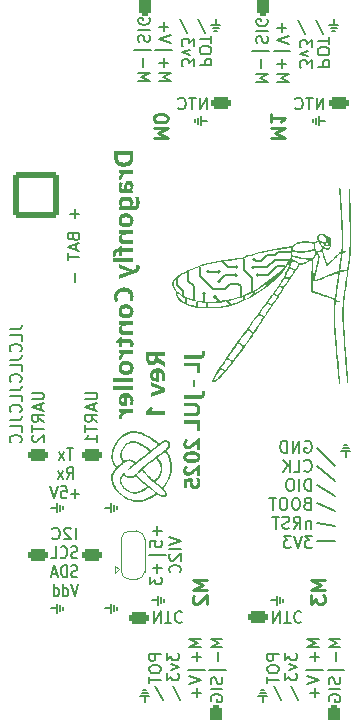
<source format=gbr>
%TF.GenerationSoftware,KiCad,Pcbnew,9.0.2*%
%TF.CreationDate,2025-07-21T23:22:41-07:00*%
%TF.ProjectId,servo-drive,73657276-6f2d-4647-9269-76652e6b6963,rev?*%
%TF.SameCoordinates,Original*%
%TF.FileFunction,Legend,Bot*%
%TF.FilePolarity,Positive*%
%FSLAX46Y46*%
G04 Gerber Fmt 4.6, Leading zero omitted, Abs format (unit mm)*
G04 Created by KiCad (PCBNEW 9.0.2) date 2025-07-21 23:22:41*
%MOMM*%
%LPD*%
G01*
G04 APERTURE LIST*
G04 Aperture macros list*
%AMRoundRect*
0 Rectangle with rounded corners*
0 $1 Rounding radius*
0 $2 $3 $4 $5 $6 $7 $8 $9 X,Y pos of 4 corners*
0 Add a 4 corners polygon primitive as box body*
4,1,4,$2,$3,$4,$5,$6,$7,$8,$9,$2,$3,0*
0 Add four circle primitives for the rounded corners*
1,1,$1+$1,$2,$3*
1,1,$1+$1,$4,$5*
1,1,$1+$1,$6,$7*
1,1,$1+$1,$8,$9*
0 Add four rect primitives between the rounded corners*
20,1,$1+$1,$2,$3,$4,$5,0*
20,1,$1+$1,$4,$5,$6,$7,0*
20,1,$1+$1,$6,$7,$8,$9,0*
20,1,$1+$1,$8,$9,$2,$3,0*%
%AMFreePoly0*
4,1,23,0.550000,-0.750000,0.000000,-0.750000,0.000000,-0.745722,-0.065263,-0.745722,-0.191342,-0.711940,-0.304381,-0.646677,-0.396677,-0.554381,-0.461940,-0.441342,-0.495722,-0.315263,-0.495722,-0.250000,-0.500000,-0.250000,-0.500000,0.250000,-0.495722,0.250000,-0.495722,0.315263,-0.461940,0.441342,-0.396677,0.554381,-0.304381,0.646677,-0.191342,0.711940,-0.065263,0.745722,0.000000,0.745722,
0.000000,0.750000,0.550000,0.750000,0.550000,-0.750000,0.550000,-0.750000,$1*%
%AMFreePoly1*
4,1,23,0.000000,0.745722,0.065263,0.745722,0.191342,0.711940,0.304381,0.646677,0.396677,0.554381,0.461940,0.441342,0.495722,0.315263,0.495722,0.250000,0.500000,0.250000,0.500000,-0.250000,0.495722,-0.250000,0.495722,-0.315263,0.461940,-0.441342,0.396677,-0.554381,0.304381,-0.646677,0.191342,-0.711940,0.065263,-0.745722,0.000000,-0.745722,0.000000,-0.750000,-0.550000,-0.750000,
-0.550000,0.750000,0.000000,0.750000,0.000000,0.745722,0.000000,0.745722,$1*%
G04 Aperture macros list end*
%ADD10C,0.200000*%
%ADD11C,0.150000*%
%ADD12C,0.350000*%
%ADD13C,0.250000*%
%ADD14C,0.400000*%
%ADD15C,0.000000*%
%ADD16C,0.120000*%
%ADD17RoundRect,0.250000X-0.265000X-0.615000X0.265000X-0.615000X0.265000X0.615000X-0.265000X0.615000X0*%
%ADD18O,1.030000X1.730000*%
%ADD19RoundRect,0.250002X-1.699998X1.699998X-1.699998X-1.699998X1.699998X-1.699998X1.699998X1.699998X0*%
%ADD20C,3.900000*%
%ADD21RoundRect,0.250000X0.615000X-0.265000X0.615000X0.265000X-0.615000X0.265000X-0.615000X-0.265000X0*%
%ADD22O,1.730000X1.030000*%
%ADD23RoundRect,0.250000X-0.615000X0.265000X-0.615000X-0.265000X0.615000X-0.265000X0.615000X0.265000X0*%
%ADD24RoundRect,0.250000X0.265000X0.615000X-0.265000X0.615000X-0.265000X-0.615000X0.265000X-0.615000X0*%
%ADD25R,1.000000X1.000000*%
%ADD26C,1.000000*%
%ADD27FreePoly0,90.000000*%
%ADD28R,1.500000X1.000000*%
%ADD29FreePoly1,90.000000*%
G04 APERTURE END LIST*
D10*
X123067219Y-103880951D02*
X123781504Y-103880951D01*
X123781504Y-103880951D02*
X123924361Y-103833332D01*
X123924361Y-103833332D02*
X124019600Y-103738094D01*
X124019600Y-103738094D02*
X124067219Y-103595237D01*
X124067219Y-103595237D02*
X124067219Y-103499999D01*
X124067219Y-104833332D02*
X124067219Y-104357142D01*
X124067219Y-104357142D02*
X123067219Y-104357142D01*
X123971980Y-105738094D02*
X124019600Y-105690475D01*
X124019600Y-105690475D02*
X124067219Y-105547618D01*
X124067219Y-105547618D02*
X124067219Y-105452380D01*
X124067219Y-105452380D02*
X124019600Y-105309523D01*
X124019600Y-105309523D02*
X123924361Y-105214285D01*
X123924361Y-105214285D02*
X123829123Y-105166666D01*
X123829123Y-105166666D02*
X123638647Y-105119047D01*
X123638647Y-105119047D02*
X123495790Y-105119047D01*
X123495790Y-105119047D02*
X123305314Y-105166666D01*
X123305314Y-105166666D02*
X123210076Y-105214285D01*
X123210076Y-105214285D02*
X123114838Y-105309523D01*
X123114838Y-105309523D02*
X123067219Y-105452380D01*
X123067219Y-105452380D02*
X123067219Y-105547618D01*
X123067219Y-105547618D02*
X123114838Y-105690475D01*
X123114838Y-105690475D02*
X123162457Y-105738094D01*
X123067219Y-106452380D02*
X123781504Y-106452380D01*
X123781504Y-106452380D02*
X123924361Y-106404761D01*
X123924361Y-106404761D02*
X124019600Y-106309523D01*
X124019600Y-106309523D02*
X124067219Y-106166666D01*
X124067219Y-106166666D02*
X124067219Y-106071428D01*
X124067219Y-107404761D02*
X124067219Y-106928571D01*
X124067219Y-106928571D02*
X123067219Y-106928571D01*
X123971980Y-108309523D02*
X124019600Y-108261904D01*
X124019600Y-108261904D02*
X124067219Y-108119047D01*
X124067219Y-108119047D02*
X124067219Y-108023809D01*
X124067219Y-108023809D02*
X124019600Y-107880952D01*
X124019600Y-107880952D02*
X123924361Y-107785714D01*
X123924361Y-107785714D02*
X123829123Y-107738095D01*
X123829123Y-107738095D02*
X123638647Y-107690476D01*
X123638647Y-107690476D02*
X123495790Y-107690476D01*
X123495790Y-107690476D02*
X123305314Y-107738095D01*
X123305314Y-107738095D02*
X123210076Y-107785714D01*
X123210076Y-107785714D02*
X123114838Y-107880952D01*
X123114838Y-107880952D02*
X123067219Y-108023809D01*
X123067219Y-108023809D02*
X123067219Y-108119047D01*
X123067219Y-108119047D02*
X123114838Y-108261904D01*
X123114838Y-108261904D02*
X123162457Y-108309523D01*
X123067219Y-109023809D02*
X123781504Y-109023809D01*
X123781504Y-109023809D02*
X123924361Y-108976190D01*
X123924361Y-108976190D02*
X124019600Y-108880952D01*
X124019600Y-108880952D02*
X124067219Y-108738095D01*
X124067219Y-108738095D02*
X124067219Y-108642857D01*
X124067219Y-109976190D02*
X124067219Y-109500000D01*
X124067219Y-109500000D02*
X123067219Y-109500000D01*
X123971980Y-110880952D02*
X124019600Y-110833333D01*
X124019600Y-110833333D02*
X124067219Y-110690476D01*
X124067219Y-110690476D02*
X124067219Y-110595238D01*
X124067219Y-110595238D02*
X124019600Y-110452381D01*
X124019600Y-110452381D02*
X123924361Y-110357143D01*
X123924361Y-110357143D02*
X123829123Y-110309524D01*
X123829123Y-110309524D02*
X123638647Y-110261905D01*
X123638647Y-110261905D02*
X123495790Y-110261905D01*
X123495790Y-110261905D02*
X123305314Y-110309524D01*
X123305314Y-110309524D02*
X123210076Y-110357143D01*
X123210076Y-110357143D02*
X123114838Y-110452381D01*
X123114838Y-110452381D02*
X123067219Y-110595238D01*
X123067219Y-110595238D02*
X123067219Y-110690476D01*
X123067219Y-110690476D02*
X123114838Y-110833333D01*
X123114838Y-110833333D02*
X123162457Y-110880952D01*
X123067219Y-111595238D02*
X123781504Y-111595238D01*
X123781504Y-111595238D02*
X123924361Y-111547619D01*
X123924361Y-111547619D02*
X124019600Y-111452381D01*
X124019600Y-111452381D02*
X124067219Y-111309524D01*
X124067219Y-111309524D02*
X124067219Y-111214286D01*
X124067219Y-112547619D02*
X124067219Y-112071429D01*
X124067219Y-112071429D02*
X123067219Y-112071429D01*
X123971980Y-113452381D02*
X124019600Y-113404762D01*
X124019600Y-113404762D02*
X124067219Y-113261905D01*
X124067219Y-113261905D02*
X124067219Y-113166667D01*
X124067219Y-113166667D02*
X124019600Y-113023810D01*
X124019600Y-113023810D02*
X123924361Y-112928572D01*
X123924361Y-112928572D02*
X123829123Y-112880953D01*
X123829123Y-112880953D02*
X123638647Y-112833334D01*
X123638647Y-112833334D02*
X123495790Y-112833334D01*
X123495790Y-112833334D02*
X123305314Y-112880953D01*
X123305314Y-112880953D02*
X123210076Y-112928572D01*
X123210076Y-112928572D02*
X123114838Y-113023810D01*
X123114838Y-113023810D02*
X123067219Y-113166667D01*
X123067219Y-113166667D02*
X123067219Y-113261905D01*
X123067219Y-113261905D02*
X123114838Y-113404762D01*
X123114838Y-113404762D02*
X123162457Y-113452381D01*
D11*
X127362000Y-119254000D02*
X127362000Y-118746000D01*
X144150000Y-99275401D02*
G75*
G02*
X143950000Y-99275401I-100000J0D01*
G01*
X143950000Y-99275401D02*
G75*
G02*
X144150000Y-99275401I100000J0D01*
G01*
X150622000Y-120523000D02*
X149098000Y-120269000D01*
X127108000Y-119381000D02*
X127108000Y-118619000D01*
X136000000Y-135300000D02*
X135400000Y-134100000D01*
X135862000Y-127054000D02*
X135862000Y-126546000D01*
X140750000Y-99000000D02*
X139850000Y-99000000D01*
X137763476Y-101011066D02*
X137763476Y-100600000D01*
X141550000Y-98600000D02*
X141077209Y-98127209D01*
X145700000Y-98525401D02*
X144950000Y-99275401D01*
X150622000Y-115443000D02*
X149098000Y-113919000D01*
X142350000Y-98600000D02*
G75*
G02*
X142150000Y-98600000I-100000J0D01*
G01*
X142150000Y-98600000D02*
G75*
G02*
X142350000Y-98600000I100000J0D01*
G01*
X150622000Y-116713000D02*
X149098000Y-115443000D01*
X144950000Y-99275401D02*
X144050000Y-99275401D01*
X141300000Y-99300000D02*
X140800000Y-99800000D01*
X142928650Y-101080851D02*
X142928650Y-101350000D01*
X127108000Y-127881000D02*
X127108000Y-127119000D01*
X146855964Y-97311905D02*
X145800000Y-97311905D01*
X142250000Y-98600000D02*
X141550000Y-98600000D01*
X139038000Y-85946000D02*
X139038000Y-86454000D01*
X140246000Y-78362000D02*
X140754000Y-78362000D01*
X138100000Y-78800000D02*
X137500000Y-77600000D01*
X140900000Y-99800000D02*
G75*
G02*
X140700000Y-99800000I-100000J0D01*
G01*
X140700000Y-99800000D02*
G75*
G02*
X140900000Y-99800000I100000J0D01*
G01*
X131100000Y-119000000D02*
X131608000Y-119000000D01*
X126600000Y-127500000D02*
X127108000Y-127500000D01*
X146900000Y-134100000D02*
X147500000Y-135300000D01*
X150373000Y-78616000D02*
X150627000Y-78616000D01*
X143550000Y-100650000D02*
X143550000Y-99500000D01*
X143750000Y-98633070D02*
G75*
G02*
X143550000Y-98633070I-100000J0D01*
G01*
X143550000Y-98633070D02*
G75*
G02*
X143750000Y-98633070I100000J0D01*
G01*
X139950000Y-99000000D02*
G75*
G02*
X139750000Y-99000000I-100000J0D01*
G01*
X139750000Y-99000000D02*
G75*
G02*
X139950000Y-99000000I100000J0D01*
G01*
X140786624Y-101492725D02*
X140443899Y-101150000D01*
X140119000Y-78108000D02*
X140881000Y-78108000D01*
X146715446Y-97983070D02*
X145500000Y-97983070D01*
X144473000Y-135416000D02*
X144473000Y-134908000D01*
X140500000Y-77600000D02*
X140500000Y-78108000D01*
X131100000Y-127500000D02*
X131608000Y-127500000D01*
X143550000Y-99500000D02*
X142900000Y-98850000D01*
X146364882Y-98525401D02*
X145700000Y-98525401D01*
X138900000Y-101571959D02*
X138900000Y-101928040D01*
X150246000Y-78362000D02*
X150754000Y-78362000D01*
X139150000Y-99350000D02*
X139150000Y-98600000D01*
X142900000Y-98850000D02*
X142900000Y-97918657D01*
X142650000Y-101100000D02*
X142650000Y-100250000D01*
X142650000Y-100250000D02*
X142400000Y-100000000D01*
X144850000Y-97611905D02*
X144300000Y-98100000D01*
X144854000Y-134908000D02*
X144092000Y-134908000D01*
X143850000Y-97950000D02*
G75*
G02*
X143650000Y-97950000I-100000J0D01*
G01*
X143650000Y-97950000D02*
G75*
G02*
X143850000Y-97950000I100000J0D01*
G01*
X140543899Y-101150000D02*
G75*
G02*
X140343899Y-101150000I-100000J0D01*
G01*
X140343899Y-101150000D02*
G75*
G02*
X140543899Y-101150000I100000J0D01*
G01*
X127616000Y-119127000D02*
X127616000Y-118873000D01*
X139850000Y-100050000D02*
X139150000Y-99350000D01*
X143900000Y-98100000D02*
X143750000Y-97950000D01*
X131862000Y-119254000D02*
X131862000Y-118746000D01*
X146000000Y-135300000D02*
X145400000Y-134100000D01*
X145800000Y-97311905D02*
X145500000Y-97611905D01*
X141250000Y-100500000D02*
X140300000Y-100500000D01*
X145500000Y-97983070D02*
X144850000Y-98633070D01*
X136900000Y-134100000D02*
X137500000Y-135300000D01*
X138180600Y-99000743D02*
X138180600Y-99750000D01*
X137972207Y-101249884D02*
X137972207Y-101638946D01*
X139500000Y-100850000D02*
X139500000Y-101500000D01*
X135608000Y-127181000D02*
X135608000Y-126419000D01*
X151754000Y-113938000D02*
X151246000Y-113938000D01*
X132116000Y-127627000D02*
X132116000Y-127373000D01*
X138784000Y-86073000D02*
X138784000Y-86327000D01*
X151881000Y-114192000D02*
X151119000Y-114192000D01*
X131608000Y-127881000D02*
X131608000Y-127119000D01*
X151500000Y-114700000D02*
X151500000Y-114192000D01*
X127362000Y-127754000D02*
X127362000Y-127246000D01*
X145500000Y-97611905D02*
X144850000Y-97611905D01*
X137263476Y-100100000D02*
X137263476Y-99446651D01*
X144600000Y-134400000D02*
X144346000Y-134400000D01*
X145962000Y-127054000D02*
X145962000Y-126546000D01*
X131862000Y-127754000D02*
X131862000Y-127246000D01*
X148100000Y-78900000D02*
X147500000Y-77700000D01*
X138180600Y-99750000D02*
X138680600Y-100250000D01*
X139000000Y-77600000D02*
X139600000Y-78800000D01*
X143750000Y-100650000D02*
X143750000Y-100916284D01*
X131608000Y-119381000D02*
X131608000Y-118619000D01*
X149000000Y-77700000D02*
X149600000Y-78900000D01*
X140373000Y-78616000D02*
X140627000Y-78616000D01*
X144298687Y-98100000D02*
X143900000Y-98100000D01*
X150500000Y-77600000D02*
X150500000Y-78108000D01*
X148784000Y-86073000D02*
X148784000Y-86327000D01*
X144850000Y-98633070D02*
X143650000Y-98633070D01*
X150622000Y-117983000D02*
X149098000Y-117094000D01*
X146216000Y-126927000D02*
X146216000Y-126673000D01*
X142400000Y-100000000D02*
X141750000Y-100000000D01*
X150119000Y-78108000D02*
X150881000Y-78108000D01*
X134500000Y-135400000D02*
X134500000Y-134892000D01*
X139600000Y-100850000D02*
G75*
G02*
X139400000Y-100850000I-100000J0D01*
G01*
X139400000Y-100850000D02*
G75*
G02*
X139600000Y-100850000I100000J0D01*
G01*
X135100000Y-126800000D02*
X135608000Y-126800000D01*
X134627000Y-134384000D02*
X134373000Y-134384000D01*
X139292000Y-85819000D02*
X139292000Y-86581000D01*
X149800000Y-86200000D02*
X149292000Y-86200000D01*
X139800000Y-101655204D02*
X139800000Y-102008100D01*
X139800000Y-86200000D02*
X139292000Y-86200000D01*
X140850000Y-99000000D02*
G75*
G02*
X140650000Y-99000000I-100000J0D01*
G01*
X140650000Y-99000000D02*
G75*
G02*
X140850000Y-99000000I100000J0D01*
G01*
X132116000Y-119127000D02*
X132116000Y-118873000D01*
X127616000Y-127627000D02*
X127616000Y-127373000D01*
X145708000Y-127181000D02*
X145708000Y-126419000D01*
X141724196Y-101767963D02*
X141420128Y-101463895D01*
X134754000Y-134638000D02*
X134246000Y-134638000D01*
X151627000Y-113684000D02*
X151373000Y-113684000D01*
X136116000Y-126927000D02*
X136116000Y-126673000D01*
X149038000Y-85946000D02*
X149038000Y-86454000D01*
X142200000Y-99300000D02*
X141300000Y-99300000D01*
X145200000Y-126800000D02*
X145708000Y-126800000D01*
X150622000Y-121793000D02*
X149098000Y-121793000D01*
X149292000Y-85819000D02*
X149292000Y-86581000D01*
X138680600Y-100250000D02*
X138680600Y-101384551D01*
X134881000Y-134892000D02*
X134119000Y-134892000D01*
X141750000Y-100000000D02*
X141250000Y-100500000D01*
X126600000Y-119000000D02*
X127108000Y-119000000D01*
X142300000Y-99300000D02*
G75*
G02*
X142100000Y-99300000I-100000J0D01*
G01*
X142100000Y-99300000D02*
G75*
G02*
X142300000Y-99300000I100000J0D01*
G01*
X140300000Y-100500000D02*
X139850000Y-100050000D01*
X150622000Y-119253000D02*
X149098000Y-118618000D01*
X137763476Y-100600000D02*
X137263476Y-100100000D01*
X144727000Y-134654000D02*
X144219000Y-134654000D01*
D10*
X145732780Y-82930326D02*
X146732780Y-82930326D01*
X146732780Y-82930326D02*
X146018495Y-82596993D01*
X146018495Y-82596993D02*
X146732780Y-82263660D01*
X146732780Y-82263660D02*
X145732780Y-82263660D01*
X146113733Y-81787469D02*
X146113733Y-81025565D01*
X145732780Y-81406517D02*
X146494685Y-81406517D01*
X145399447Y-80311279D02*
X146828019Y-80311279D01*
X146732780Y-79739850D02*
X145732780Y-79406517D01*
X145732780Y-79406517D02*
X146732780Y-79073184D01*
X146113733Y-78739850D02*
X146113733Y-77977946D01*
X145732780Y-78358898D02*
X146494685Y-78358898D01*
X135732780Y-82830326D02*
X136732780Y-82830326D01*
X136732780Y-82830326D02*
X136018495Y-82496993D01*
X136018495Y-82496993D02*
X136732780Y-82163660D01*
X136732780Y-82163660D02*
X135732780Y-82163660D01*
X136113733Y-81687469D02*
X136113733Y-80925565D01*
X135732780Y-81306517D02*
X136494685Y-81306517D01*
X135399447Y-80211279D02*
X136828019Y-80211279D01*
X136732780Y-79639850D02*
X135732780Y-79306517D01*
X135732780Y-79306517D02*
X136732780Y-78973184D01*
X136113733Y-78639850D02*
X136113733Y-77877946D01*
X135732780Y-78258898D02*
X136494685Y-78258898D01*
X136367219Y-131274435D02*
X136367219Y-131893482D01*
X136367219Y-131893482D02*
X136748171Y-131560149D01*
X136748171Y-131560149D02*
X136748171Y-131703006D01*
X136748171Y-131703006D02*
X136795790Y-131798244D01*
X136795790Y-131798244D02*
X136843409Y-131845863D01*
X136843409Y-131845863D02*
X136938647Y-131893482D01*
X136938647Y-131893482D02*
X137176742Y-131893482D01*
X137176742Y-131893482D02*
X137271980Y-131845863D01*
X137271980Y-131845863D02*
X137319600Y-131798244D01*
X137319600Y-131798244D02*
X137367219Y-131703006D01*
X137367219Y-131703006D02*
X137367219Y-131417292D01*
X137367219Y-131417292D02*
X137319600Y-131322054D01*
X137319600Y-131322054D02*
X137271980Y-131274435D01*
X136700552Y-132226816D02*
X137367219Y-132464911D01*
X137367219Y-132464911D02*
X136700552Y-132703006D01*
X136367219Y-132988721D02*
X136367219Y-133607768D01*
X136367219Y-133607768D02*
X136748171Y-133274435D01*
X136748171Y-133274435D02*
X136748171Y-133417292D01*
X136748171Y-133417292D02*
X136795790Y-133512530D01*
X136795790Y-133512530D02*
X136843409Y-133560149D01*
X136843409Y-133560149D02*
X136938647Y-133607768D01*
X136938647Y-133607768D02*
X137176742Y-133607768D01*
X137176742Y-133607768D02*
X137271980Y-133560149D01*
X137271980Y-133560149D02*
X137319600Y-133512530D01*
X137319600Y-133512530D02*
X137367219Y-133417292D01*
X137367219Y-133417292D02*
X137367219Y-133131578D01*
X137367219Y-133131578D02*
X137319600Y-133036340D01*
X137319600Y-133036340D02*
X137271980Y-132988721D01*
X135269673Y-127732780D02*
X135269673Y-128732780D01*
X135269673Y-128732780D02*
X135841101Y-127732780D01*
X135841101Y-127732780D02*
X135841101Y-128732780D01*
X136174435Y-128732780D02*
X136745863Y-128732780D01*
X136460149Y-127732780D02*
X136460149Y-128732780D01*
X137650625Y-127828019D02*
X137603006Y-127780400D01*
X137603006Y-127780400D02*
X137460149Y-127732780D01*
X137460149Y-127732780D02*
X137364911Y-127732780D01*
X137364911Y-127732780D02*
X137222054Y-127780400D01*
X137222054Y-127780400D02*
X137126816Y-127875638D01*
X137126816Y-127875638D02*
X137079197Y-127970876D01*
X137079197Y-127970876D02*
X137031578Y-128161352D01*
X137031578Y-128161352D02*
X137031578Y-128304209D01*
X137031578Y-128304209D02*
X137079197Y-128494685D01*
X137079197Y-128494685D02*
X137126816Y-128589923D01*
X137126816Y-128589923D02*
X137222054Y-128685161D01*
X137222054Y-128685161D02*
X137364911Y-128732780D01*
X137364911Y-128732780D02*
X137460149Y-128732780D01*
X137460149Y-128732780D02*
X137603006Y-128685161D01*
X137603006Y-128685161D02*
X137650625Y-128637542D01*
X141067219Y-130069673D02*
X140067219Y-130069673D01*
X140067219Y-130069673D02*
X140781504Y-130403006D01*
X140781504Y-130403006D02*
X140067219Y-130736339D01*
X140067219Y-130736339D02*
X141067219Y-130736339D01*
X140686266Y-131212530D02*
X140686266Y-131974435D01*
X141400552Y-132688720D02*
X139971980Y-132688720D01*
X141019600Y-133355387D02*
X141067219Y-133498244D01*
X141067219Y-133498244D02*
X141067219Y-133736339D01*
X141067219Y-133736339D02*
X141019600Y-133831577D01*
X141019600Y-133831577D02*
X140971980Y-133879196D01*
X140971980Y-133879196D02*
X140876742Y-133926815D01*
X140876742Y-133926815D02*
X140781504Y-133926815D01*
X140781504Y-133926815D02*
X140686266Y-133879196D01*
X140686266Y-133879196D02*
X140638647Y-133831577D01*
X140638647Y-133831577D02*
X140591028Y-133736339D01*
X140591028Y-133736339D02*
X140543409Y-133545863D01*
X140543409Y-133545863D02*
X140495790Y-133450625D01*
X140495790Y-133450625D02*
X140448171Y-133403006D01*
X140448171Y-133403006D02*
X140352933Y-133355387D01*
X140352933Y-133355387D02*
X140257695Y-133355387D01*
X140257695Y-133355387D02*
X140162457Y-133403006D01*
X140162457Y-133403006D02*
X140114838Y-133450625D01*
X140114838Y-133450625D02*
X140067219Y-133545863D01*
X140067219Y-133545863D02*
X140067219Y-133783958D01*
X140067219Y-133783958D02*
X140114838Y-133926815D01*
X141067219Y-134355387D02*
X140067219Y-134355387D01*
X140114838Y-135355386D02*
X140067219Y-135260148D01*
X140067219Y-135260148D02*
X140067219Y-135117291D01*
X140067219Y-135117291D02*
X140114838Y-134974434D01*
X140114838Y-134974434D02*
X140210076Y-134879196D01*
X140210076Y-134879196D02*
X140305314Y-134831577D01*
X140305314Y-134831577D02*
X140495790Y-134783958D01*
X140495790Y-134783958D02*
X140638647Y-134783958D01*
X140638647Y-134783958D02*
X140829123Y-134831577D01*
X140829123Y-134831577D02*
X140924361Y-134879196D01*
X140924361Y-134879196D02*
X141019600Y-134974434D01*
X141019600Y-134974434D02*
X141067219Y-135117291D01*
X141067219Y-135117291D02*
X141067219Y-135212529D01*
X141067219Y-135212529D02*
X141019600Y-135355386D01*
X141019600Y-135355386D02*
X140971980Y-135403005D01*
X140971980Y-135403005D02*
X140638647Y-135403005D01*
X140638647Y-135403005D02*
X140638647Y-135212529D01*
X149132780Y-81630326D02*
X150132780Y-81630326D01*
X150132780Y-81630326D02*
X150132780Y-81249374D01*
X150132780Y-81249374D02*
X150085161Y-81154136D01*
X150085161Y-81154136D02*
X150037542Y-81106517D01*
X150037542Y-81106517D02*
X149942304Y-81058898D01*
X149942304Y-81058898D02*
X149799447Y-81058898D01*
X149799447Y-81058898D02*
X149704209Y-81106517D01*
X149704209Y-81106517D02*
X149656590Y-81154136D01*
X149656590Y-81154136D02*
X149608971Y-81249374D01*
X149608971Y-81249374D02*
X149608971Y-81630326D01*
X150132780Y-80439850D02*
X150132780Y-80249374D01*
X150132780Y-80249374D02*
X150085161Y-80154136D01*
X150085161Y-80154136D02*
X149989923Y-80058898D01*
X149989923Y-80058898D02*
X149799447Y-80011279D01*
X149799447Y-80011279D02*
X149466114Y-80011279D01*
X149466114Y-80011279D02*
X149275638Y-80058898D01*
X149275638Y-80058898D02*
X149180400Y-80154136D01*
X149180400Y-80154136D02*
X149132780Y-80249374D01*
X149132780Y-80249374D02*
X149132780Y-80439850D01*
X149132780Y-80439850D02*
X149180400Y-80535088D01*
X149180400Y-80535088D02*
X149275638Y-80630326D01*
X149275638Y-80630326D02*
X149466114Y-80677945D01*
X149466114Y-80677945D02*
X149799447Y-80677945D01*
X149799447Y-80677945D02*
X149989923Y-80630326D01*
X149989923Y-80630326D02*
X150085161Y-80535088D01*
X150085161Y-80535088D02*
X150132780Y-80439850D01*
X150132780Y-79725564D02*
X150132780Y-79154136D01*
X149132780Y-79439850D02*
X150132780Y-79439850D01*
D12*
G36*
X139599610Y-105926699D02*
G01*
X139592685Y-105826767D01*
X139578068Y-105752224D01*
X139331101Y-105752224D01*
X139344779Y-105817962D01*
X139350677Y-105891394D01*
X139345651Y-105940663D01*
X139331016Y-105984487D01*
X139303817Y-106020898D01*
X139256558Y-106050140D01*
X139195427Y-106066968D01*
X139099779Y-106073734D01*
X137788525Y-106073734D01*
X137788525Y-106369683D01*
X139097813Y-106369683D01*
X139217367Y-106362603D01*
X139312955Y-106343241D01*
X139388889Y-106313775D01*
X139457265Y-106270648D01*
X139510195Y-106218925D01*
X139549601Y-106157936D01*
X139576829Y-106089653D01*
X139593728Y-106013070D01*
X139599610Y-105926699D01*
G37*
G36*
X139188000Y-106712221D02*
G01*
X137788525Y-106712221D01*
X137788525Y-107012102D01*
X138941033Y-107012102D01*
X138941033Y-107578526D01*
X139188000Y-107578526D01*
X139188000Y-106712221D01*
G37*
G36*
X138784254Y-108204874D02*
G01*
X138541220Y-108204874D01*
X138541220Y-108720349D01*
X138784254Y-108720349D01*
X138784254Y-108204874D01*
G37*
G36*
X139599610Y-109314641D02*
G01*
X139592685Y-109214709D01*
X139578068Y-109140166D01*
X139331101Y-109140166D01*
X139344779Y-109205904D01*
X139350677Y-109279335D01*
X139345651Y-109328605D01*
X139331016Y-109372429D01*
X139303817Y-109408840D01*
X139256558Y-109438081D01*
X139195427Y-109454909D01*
X139099779Y-109461675D01*
X137788525Y-109461675D01*
X137788525Y-109757624D01*
X139097813Y-109757624D01*
X139217367Y-109750544D01*
X139312955Y-109731182D01*
X139388889Y-109701717D01*
X139457265Y-109658590D01*
X139510195Y-109606866D01*
X139549601Y-109545878D01*
X139576829Y-109477594D01*
X139593728Y-109401011D01*
X139599610Y-109314641D01*
G37*
G36*
X138694067Y-111248739D02*
G01*
X138789123Y-111241415D01*
X138875858Y-111220051D01*
X138955737Y-111184967D01*
X139027258Y-111135973D01*
X139088437Y-111072556D01*
X139139957Y-110992882D01*
X139176018Y-110904774D01*
X139199227Y-110797942D01*
X139207576Y-110668552D01*
X139200968Y-110554695D01*
X139182372Y-110457732D01*
X139153195Y-110375161D01*
X139114206Y-110304855D01*
X139065500Y-110245145D01*
X138990152Y-110182636D01*
X138904005Y-110137730D01*
X138804958Y-110109906D01*
X138690135Y-110100162D01*
X137788525Y-110100162D01*
X137788525Y-110396111D01*
X138645084Y-110396111D01*
X138733725Y-110401645D01*
X138800949Y-110416448D01*
X138851210Y-110438465D01*
X138888118Y-110466637D01*
X138925633Y-110518080D01*
X138949765Y-110586292D01*
X138958643Y-110676417D01*
X138953022Y-110749220D01*
X138937625Y-110806663D01*
X138913905Y-110851833D01*
X138882220Y-110887052D01*
X138827226Y-110921193D01*
X138749933Y-110944114D01*
X138643118Y-110952790D01*
X137788525Y-110952790D01*
X137788525Y-111248739D01*
X138694067Y-111248739D01*
G37*
G36*
X139188000Y-111581446D02*
G01*
X137788525Y-111581446D01*
X137788525Y-111881328D01*
X138941033Y-111881328D01*
X138941033Y-112447751D01*
X139188000Y-112447751D01*
X139188000Y-111581446D01*
G37*
G36*
X139188000Y-114075642D02*
G01*
X139188000Y-113097608D01*
X138982237Y-113097608D01*
X138627474Y-113448439D01*
X138444195Y-113618981D01*
X138370717Y-113677229D01*
X138310923Y-113713015D01*
X138249122Y-113735020D01*
X138182525Y-113742422D01*
X138128266Y-113736649D01*
X138087557Y-113720946D01*
X138057118Y-113696345D01*
X138034894Y-113663446D01*
X138020926Y-113622700D01*
X138015915Y-113571965D01*
X138025102Y-113493121D01*
X138053186Y-113415100D01*
X138096532Y-113339309D01*
X138159017Y-113254388D01*
X137968898Y-113093676D01*
X137870932Y-113222074D01*
X137830632Y-113293702D01*
X137797415Y-113378854D01*
X137776620Y-113473051D01*
X137768949Y-113593507D01*
X137774935Y-113683871D01*
X137791931Y-113761970D01*
X137818957Y-113829702D01*
X137856924Y-113891701D01*
X137901885Y-113942223D01*
X137954195Y-113982549D01*
X138013021Y-114012322D01*
X138076935Y-114030329D01*
X138147220Y-114036490D01*
X138223258Y-114031214D01*
X138293526Y-114015774D01*
X138358966Y-113990414D01*
X138452238Y-113935614D01*
X138549085Y-113857057D01*
X138644516Y-113764362D01*
X138756813Y-113646422D01*
X138925390Y-113466134D01*
X138939067Y-113466134D01*
X138939067Y-114075642D01*
X139188000Y-114075642D01*
G37*
G36*
X138660431Y-114218594D02*
G01*
X138802906Y-114242574D01*
X138920279Y-114279442D01*
X139016517Y-114327566D01*
X139085053Y-114379792D01*
X139137498Y-114441365D01*
X139175459Y-114513415D01*
X139199193Y-114598010D01*
X139207576Y-114697973D01*
X139201521Y-114788426D01*
X139184480Y-114865009D01*
X139157627Y-114929964D01*
X139121407Y-114985117D01*
X139057873Y-115048037D01*
X138976667Y-115099729D01*
X138874441Y-115139930D01*
X138766222Y-115165523D01*
X138638474Y-115182060D01*
X138488305Y-115187973D01*
X138313998Y-115179133D01*
X138170466Y-115154695D01*
X138052897Y-115117211D01*
X137957101Y-115068379D01*
X137888816Y-115015471D01*
X137836595Y-114953504D01*
X137798845Y-114881380D01*
X137775287Y-114797109D01*
X137766982Y-114697973D01*
X138006084Y-114697973D01*
X138013549Y-114748279D01*
X138035064Y-114789264D01*
X138071738Y-114823293D01*
X138127644Y-114850820D01*
X138210376Y-114872692D01*
X138327505Y-114888087D01*
X138488305Y-114893990D01*
X138650460Y-114888048D01*
X138767396Y-114872619D01*
X138848966Y-114850820D01*
X138903772Y-114823400D01*
X138939852Y-114789436D01*
X138961090Y-114748420D01*
X138968474Y-114697973D01*
X138960971Y-114646649D01*
X138939490Y-114605417D01*
X138903121Y-114571750D01*
X138847940Y-114545126D01*
X138765879Y-114524327D01*
X138649133Y-114509646D01*
X138488305Y-114504007D01*
X138327445Y-114509635D01*
X138210304Y-114524306D01*
X138127644Y-114545126D01*
X138071913Y-114571804D01*
X138035248Y-114605504D01*
X138013628Y-114646721D01*
X138006084Y-114697973D01*
X137766982Y-114697973D01*
X137773001Y-114608684D01*
X137789995Y-114532575D01*
X137816868Y-114467536D01*
X137853237Y-114411855D01*
X137916862Y-114348441D01*
X137998071Y-114296732D01*
X138100203Y-114256956D01*
X138208321Y-114231956D01*
X138336675Y-114215749D01*
X138488305Y-114209939D01*
X138660431Y-114218594D01*
G37*
G36*
X139188000Y-116316033D02*
G01*
X139188000Y-115337999D01*
X138982237Y-115337999D01*
X138627474Y-115688829D01*
X138444195Y-115859372D01*
X138370717Y-115917619D01*
X138310923Y-115953406D01*
X138249122Y-115975411D01*
X138182525Y-115982812D01*
X138128266Y-115977040D01*
X138087557Y-115961336D01*
X138057118Y-115936736D01*
X138034894Y-115903837D01*
X138020926Y-115863091D01*
X138015915Y-115812355D01*
X138025102Y-115733512D01*
X138053186Y-115655490D01*
X138096532Y-115579700D01*
X138159017Y-115494779D01*
X137968898Y-115334067D01*
X137870932Y-115462465D01*
X137830632Y-115534093D01*
X137797415Y-115619245D01*
X137776620Y-115713441D01*
X137768949Y-115833898D01*
X137774935Y-115924262D01*
X137791931Y-116002361D01*
X137818957Y-116070093D01*
X137856924Y-116132092D01*
X137901885Y-116182614D01*
X137954195Y-116222940D01*
X138013021Y-116252713D01*
X138076935Y-116270720D01*
X138147220Y-116276881D01*
X138223258Y-116271604D01*
X138293526Y-116256165D01*
X138358966Y-116230804D01*
X138452238Y-116176005D01*
X138549085Y-116097448D01*
X138644516Y-116004753D01*
X138756813Y-115886813D01*
X138925390Y-115706525D01*
X138939067Y-115706525D01*
X138939067Y-116316033D01*
X139188000Y-116316033D01*
G37*
G36*
X138294254Y-116967771D02*
G01*
X138299965Y-117051601D01*
X138316472Y-117126970D01*
X138343237Y-117195161D01*
X138381084Y-117257336D01*
X138428522Y-117309595D01*
X138486339Y-117352880D01*
X138551409Y-117384090D01*
X138628301Y-117403770D01*
X138719542Y-117410754D01*
X138831600Y-117401145D01*
X138926611Y-117373895D01*
X139007747Y-117330197D01*
X139077296Y-117269618D01*
X139131213Y-117196029D01*
X139171803Y-117104637D01*
X139198067Y-116991617D01*
X139207576Y-116852195D01*
X139202554Y-116744283D01*
X139188000Y-116645407D01*
X139163293Y-116552398D01*
X139131152Y-116475804D01*
X138876321Y-116475804D01*
X138909824Y-116552784D01*
X138940093Y-116650279D01*
X138960160Y-116751128D01*
X138966508Y-116842364D01*
X138959600Y-116928498D01*
X138940970Y-116993935D01*
X138912652Y-117043254D01*
X138871891Y-117080740D01*
X138817504Y-117104256D01*
X138745016Y-117112839D01*
X138680685Y-117105143D01*
X138630574Y-117083726D01*
X138591254Y-117049065D01*
X138561181Y-116998948D01*
X138540984Y-116928858D01*
X138533355Y-116832533D01*
X138544127Y-116718838D01*
X138564728Y-116620872D01*
X138501982Y-116503245D01*
X137788525Y-116556246D01*
X137788525Y-117314754D01*
X138039423Y-117314754D01*
X138039423Y-116814923D01*
X138313830Y-116789449D01*
X138301093Y-116861000D01*
X138294254Y-116967771D01*
G37*
D13*
X139740142Y-125128571D02*
X138540142Y-125128571D01*
X138540142Y-125128571D02*
X139397285Y-125528571D01*
X139397285Y-125528571D02*
X138540142Y-125928571D01*
X138540142Y-125928571D02*
X139740142Y-125928571D01*
X138654428Y-126442857D02*
X138597285Y-126500000D01*
X138597285Y-126500000D02*
X138540142Y-126614286D01*
X138540142Y-126614286D02*
X138540142Y-126900000D01*
X138540142Y-126900000D02*
X138597285Y-127014286D01*
X138597285Y-127014286D02*
X138654428Y-127071428D01*
X138654428Y-127071428D02*
X138768714Y-127128571D01*
X138768714Y-127128571D02*
X138883000Y-127128571D01*
X138883000Y-127128571D02*
X139054428Y-127071428D01*
X139054428Y-127071428D02*
X139740142Y-126385714D01*
X139740142Y-126385714D02*
X139740142Y-127128571D01*
D10*
X143932780Y-82930326D02*
X144932780Y-82930326D01*
X144932780Y-82930326D02*
X144218495Y-82596993D01*
X144218495Y-82596993D02*
X144932780Y-82263660D01*
X144932780Y-82263660D02*
X143932780Y-82263660D01*
X144313733Y-81787469D02*
X144313733Y-81025565D01*
X143599447Y-80311279D02*
X145028019Y-80311279D01*
X143980400Y-79644612D02*
X143932780Y-79501755D01*
X143932780Y-79501755D02*
X143932780Y-79263660D01*
X143932780Y-79263660D02*
X143980400Y-79168422D01*
X143980400Y-79168422D02*
X144028019Y-79120803D01*
X144028019Y-79120803D02*
X144123257Y-79073184D01*
X144123257Y-79073184D02*
X144218495Y-79073184D01*
X144218495Y-79073184D02*
X144313733Y-79120803D01*
X144313733Y-79120803D02*
X144361352Y-79168422D01*
X144361352Y-79168422D02*
X144408971Y-79263660D01*
X144408971Y-79263660D02*
X144456590Y-79454136D01*
X144456590Y-79454136D02*
X144504209Y-79549374D01*
X144504209Y-79549374D02*
X144551828Y-79596993D01*
X144551828Y-79596993D02*
X144647066Y-79644612D01*
X144647066Y-79644612D02*
X144742304Y-79644612D01*
X144742304Y-79644612D02*
X144837542Y-79596993D01*
X144837542Y-79596993D02*
X144885161Y-79549374D01*
X144885161Y-79549374D02*
X144932780Y-79454136D01*
X144932780Y-79454136D02*
X144932780Y-79216041D01*
X144932780Y-79216041D02*
X144885161Y-79073184D01*
X143932780Y-78644612D02*
X144932780Y-78644612D01*
X144885161Y-77644613D02*
X144932780Y-77739851D01*
X144932780Y-77739851D02*
X144932780Y-77882708D01*
X144932780Y-77882708D02*
X144885161Y-78025565D01*
X144885161Y-78025565D02*
X144789923Y-78120803D01*
X144789923Y-78120803D02*
X144694685Y-78168422D01*
X144694685Y-78168422D02*
X144504209Y-78216041D01*
X144504209Y-78216041D02*
X144361352Y-78216041D01*
X144361352Y-78216041D02*
X144170876Y-78168422D01*
X144170876Y-78168422D02*
X144075638Y-78120803D01*
X144075638Y-78120803D02*
X143980400Y-78025565D01*
X143980400Y-78025565D02*
X143932780Y-77882708D01*
X143932780Y-77882708D02*
X143932780Y-77787470D01*
X143932780Y-77787470D02*
X143980400Y-77644613D01*
X143980400Y-77644613D02*
X144028019Y-77596994D01*
X144028019Y-77596994D02*
X144361352Y-77596994D01*
X144361352Y-77596994D02*
X144361352Y-77787470D01*
X128796993Y-123199712D02*
X128668422Y-123247331D01*
X128668422Y-123247331D02*
X128454136Y-123247331D01*
X128454136Y-123247331D02*
X128368422Y-123199712D01*
X128368422Y-123199712D02*
X128325564Y-123152092D01*
X128325564Y-123152092D02*
X128282707Y-123056854D01*
X128282707Y-123056854D02*
X128282707Y-122961616D01*
X128282707Y-122961616D02*
X128325564Y-122866378D01*
X128325564Y-122866378D02*
X128368422Y-122818759D01*
X128368422Y-122818759D02*
X128454136Y-122771140D01*
X128454136Y-122771140D02*
X128625564Y-122723521D01*
X128625564Y-122723521D02*
X128711279Y-122675902D01*
X128711279Y-122675902D02*
X128754136Y-122628283D01*
X128754136Y-122628283D02*
X128796993Y-122533045D01*
X128796993Y-122533045D02*
X128796993Y-122437807D01*
X128796993Y-122437807D02*
X128754136Y-122342569D01*
X128754136Y-122342569D02*
X128711279Y-122294950D01*
X128711279Y-122294950D02*
X128625564Y-122247331D01*
X128625564Y-122247331D02*
X128411279Y-122247331D01*
X128411279Y-122247331D02*
X128282707Y-122294950D01*
X127382707Y-123152092D02*
X127425564Y-123199712D01*
X127425564Y-123199712D02*
X127554136Y-123247331D01*
X127554136Y-123247331D02*
X127639850Y-123247331D01*
X127639850Y-123247331D02*
X127768421Y-123199712D01*
X127768421Y-123199712D02*
X127854136Y-123104473D01*
X127854136Y-123104473D02*
X127896993Y-123009235D01*
X127896993Y-123009235D02*
X127939850Y-122818759D01*
X127939850Y-122818759D02*
X127939850Y-122675902D01*
X127939850Y-122675902D02*
X127896993Y-122485426D01*
X127896993Y-122485426D02*
X127854136Y-122390188D01*
X127854136Y-122390188D02*
X127768421Y-122294950D01*
X127768421Y-122294950D02*
X127639850Y-122247331D01*
X127639850Y-122247331D02*
X127554136Y-122247331D01*
X127554136Y-122247331D02*
X127425564Y-122294950D01*
X127425564Y-122294950D02*
X127382707Y-122342569D01*
X126568421Y-123247331D02*
X126996993Y-123247331D01*
X126996993Y-123247331D02*
X126996993Y-122247331D01*
X128796993Y-124809656D02*
X128668422Y-124857275D01*
X128668422Y-124857275D02*
X128454136Y-124857275D01*
X128454136Y-124857275D02*
X128368422Y-124809656D01*
X128368422Y-124809656D02*
X128325564Y-124762036D01*
X128325564Y-124762036D02*
X128282707Y-124666798D01*
X128282707Y-124666798D02*
X128282707Y-124571560D01*
X128282707Y-124571560D02*
X128325564Y-124476322D01*
X128325564Y-124476322D02*
X128368422Y-124428703D01*
X128368422Y-124428703D02*
X128454136Y-124381084D01*
X128454136Y-124381084D02*
X128625564Y-124333465D01*
X128625564Y-124333465D02*
X128711279Y-124285846D01*
X128711279Y-124285846D02*
X128754136Y-124238227D01*
X128754136Y-124238227D02*
X128796993Y-124142989D01*
X128796993Y-124142989D02*
X128796993Y-124047751D01*
X128796993Y-124047751D02*
X128754136Y-123952513D01*
X128754136Y-123952513D02*
X128711279Y-123904894D01*
X128711279Y-123904894D02*
X128625564Y-123857275D01*
X128625564Y-123857275D02*
X128411279Y-123857275D01*
X128411279Y-123857275D02*
X128282707Y-123904894D01*
X127896993Y-124857275D02*
X127896993Y-123857275D01*
X127896993Y-123857275D02*
X127682707Y-123857275D01*
X127682707Y-123857275D02*
X127554136Y-123904894D01*
X127554136Y-123904894D02*
X127468421Y-124000132D01*
X127468421Y-124000132D02*
X127425564Y-124095370D01*
X127425564Y-124095370D02*
X127382707Y-124285846D01*
X127382707Y-124285846D02*
X127382707Y-124428703D01*
X127382707Y-124428703D02*
X127425564Y-124619179D01*
X127425564Y-124619179D02*
X127468421Y-124714417D01*
X127468421Y-124714417D02*
X127554136Y-124809656D01*
X127554136Y-124809656D02*
X127682707Y-124857275D01*
X127682707Y-124857275D02*
X127896993Y-124857275D01*
X127039850Y-124571560D02*
X126611279Y-124571560D01*
X127125564Y-124857275D02*
X126825564Y-123857275D01*
X126825564Y-123857275D02*
X126525564Y-124857275D01*
X128882707Y-125467219D02*
X128582707Y-126467219D01*
X128582707Y-126467219D02*
X128282707Y-125467219D01*
X127596993Y-126467219D02*
X127596993Y-125467219D01*
X127596993Y-126419600D02*
X127682707Y-126467219D01*
X127682707Y-126467219D02*
X127854135Y-126467219D01*
X127854135Y-126467219D02*
X127939850Y-126419600D01*
X127939850Y-126419600D02*
X127982707Y-126371980D01*
X127982707Y-126371980D02*
X128025564Y-126276742D01*
X128025564Y-126276742D02*
X128025564Y-125991028D01*
X128025564Y-125991028D02*
X127982707Y-125895790D01*
X127982707Y-125895790D02*
X127939850Y-125848171D01*
X127939850Y-125848171D02*
X127854135Y-125800552D01*
X127854135Y-125800552D02*
X127682707Y-125800552D01*
X127682707Y-125800552D02*
X127596993Y-125848171D01*
X126782707Y-126467219D02*
X126782707Y-125467219D01*
X126782707Y-126419600D02*
X126868421Y-126467219D01*
X126868421Y-126467219D02*
X127039849Y-126467219D01*
X127039849Y-126467219D02*
X127125564Y-126419600D01*
X127125564Y-126419600D02*
X127168421Y-126371980D01*
X127168421Y-126371980D02*
X127211278Y-126276742D01*
X127211278Y-126276742D02*
X127211278Y-125991028D01*
X127211278Y-125991028D02*
X127168421Y-125895790D01*
X127168421Y-125895790D02*
X127125564Y-125848171D01*
X127125564Y-125848171D02*
X127039849Y-125800552D01*
X127039849Y-125800552D02*
X126868421Y-125800552D01*
X126868421Y-125800552D02*
X126782707Y-125848171D01*
X128676189Y-121667219D02*
X128676189Y-120667219D01*
X128247618Y-120762457D02*
X128199999Y-120714838D01*
X128199999Y-120714838D02*
X128104761Y-120667219D01*
X128104761Y-120667219D02*
X127866666Y-120667219D01*
X127866666Y-120667219D02*
X127771428Y-120714838D01*
X127771428Y-120714838D02*
X127723809Y-120762457D01*
X127723809Y-120762457D02*
X127676190Y-120857695D01*
X127676190Y-120857695D02*
X127676190Y-120952933D01*
X127676190Y-120952933D02*
X127723809Y-121095790D01*
X127723809Y-121095790D02*
X128295237Y-121667219D01*
X128295237Y-121667219D02*
X127676190Y-121667219D01*
X126676190Y-121571980D02*
X126723809Y-121619600D01*
X126723809Y-121619600D02*
X126866666Y-121667219D01*
X126866666Y-121667219D02*
X126961904Y-121667219D01*
X126961904Y-121667219D02*
X127104761Y-121619600D01*
X127104761Y-121619600D02*
X127199999Y-121524361D01*
X127199999Y-121524361D02*
X127247618Y-121429123D01*
X127247618Y-121429123D02*
X127295237Y-121238647D01*
X127295237Y-121238647D02*
X127295237Y-121095790D01*
X127295237Y-121095790D02*
X127247618Y-120905314D01*
X127247618Y-120905314D02*
X127199999Y-120810076D01*
X127199999Y-120810076D02*
X127104761Y-120714838D01*
X127104761Y-120714838D02*
X126961904Y-120667219D01*
X126961904Y-120667219D02*
X126866666Y-120667219D01*
X126866666Y-120667219D02*
X126723809Y-120714838D01*
X126723809Y-120714838D02*
X126676190Y-120762457D01*
X139132780Y-81530326D02*
X140132780Y-81530326D01*
X140132780Y-81530326D02*
X140132780Y-81149374D01*
X140132780Y-81149374D02*
X140085161Y-81054136D01*
X140085161Y-81054136D02*
X140037542Y-81006517D01*
X140037542Y-81006517D02*
X139942304Y-80958898D01*
X139942304Y-80958898D02*
X139799447Y-80958898D01*
X139799447Y-80958898D02*
X139704209Y-81006517D01*
X139704209Y-81006517D02*
X139656590Y-81054136D01*
X139656590Y-81054136D02*
X139608971Y-81149374D01*
X139608971Y-81149374D02*
X139608971Y-81530326D01*
X140132780Y-80339850D02*
X140132780Y-80149374D01*
X140132780Y-80149374D02*
X140085161Y-80054136D01*
X140085161Y-80054136D02*
X139989923Y-79958898D01*
X139989923Y-79958898D02*
X139799447Y-79911279D01*
X139799447Y-79911279D02*
X139466114Y-79911279D01*
X139466114Y-79911279D02*
X139275638Y-79958898D01*
X139275638Y-79958898D02*
X139180400Y-80054136D01*
X139180400Y-80054136D02*
X139132780Y-80149374D01*
X139132780Y-80149374D02*
X139132780Y-80339850D01*
X139132780Y-80339850D02*
X139180400Y-80435088D01*
X139180400Y-80435088D02*
X139275638Y-80530326D01*
X139275638Y-80530326D02*
X139466114Y-80577945D01*
X139466114Y-80577945D02*
X139799447Y-80577945D01*
X139799447Y-80577945D02*
X139989923Y-80530326D01*
X139989923Y-80530326D02*
X140085161Y-80435088D01*
X140085161Y-80435088D02*
X140132780Y-80339850D01*
X140132780Y-79625564D02*
X140132780Y-79054136D01*
X139132780Y-79339850D02*
X140132780Y-79339850D01*
X145369673Y-127732780D02*
X145369673Y-128732780D01*
X145369673Y-128732780D02*
X145941101Y-127732780D01*
X145941101Y-127732780D02*
X145941101Y-128732780D01*
X146274435Y-128732780D02*
X146845863Y-128732780D01*
X146560149Y-127732780D02*
X146560149Y-128732780D01*
X147750625Y-127828019D02*
X147703006Y-127780400D01*
X147703006Y-127780400D02*
X147560149Y-127732780D01*
X147560149Y-127732780D02*
X147464911Y-127732780D01*
X147464911Y-127732780D02*
X147322054Y-127780400D01*
X147322054Y-127780400D02*
X147226816Y-127875638D01*
X147226816Y-127875638D02*
X147179197Y-127970876D01*
X147179197Y-127970876D02*
X147131578Y-128161352D01*
X147131578Y-128161352D02*
X147131578Y-128304209D01*
X147131578Y-128304209D02*
X147179197Y-128494685D01*
X147179197Y-128494685D02*
X147226816Y-128589923D01*
X147226816Y-128589923D02*
X147322054Y-128685161D01*
X147322054Y-128685161D02*
X147464911Y-128732780D01*
X147464911Y-128732780D02*
X147560149Y-128732780D01*
X147560149Y-128732780D02*
X147703006Y-128685161D01*
X147703006Y-128685161D02*
X147750625Y-128637542D01*
X133932780Y-82830326D02*
X134932780Y-82830326D01*
X134932780Y-82830326D02*
X134218495Y-82496993D01*
X134218495Y-82496993D02*
X134932780Y-82163660D01*
X134932780Y-82163660D02*
X133932780Y-82163660D01*
X134313733Y-81687469D02*
X134313733Y-80925565D01*
X133599447Y-80211279D02*
X135028019Y-80211279D01*
X133980400Y-79544612D02*
X133932780Y-79401755D01*
X133932780Y-79401755D02*
X133932780Y-79163660D01*
X133932780Y-79163660D02*
X133980400Y-79068422D01*
X133980400Y-79068422D02*
X134028019Y-79020803D01*
X134028019Y-79020803D02*
X134123257Y-78973184D01*
X134123257Y-78973184D02*
X134218495Y-78973184D01*
X134218495Y-78973184D02*
X134313733Y-79020803D01*
X134313733Y-79020803D02*
X134361352Y-79068422D01*
X134361352Y-79068422D02*
X134408971Y-79163660D01*
X134408971Y-79163660D02*
X134456590Y-79354136D01*
X134456590Y-79354136D02*
X134504209Y-79449374D01*
X134504209Y-79449374D02*
X134551828Y-79496993D01*
X134551828Y-79496993D02*
X134647066Y-79544612D01*
X134647066Y-79544612D02*
X134742304Y-79544612D01*
X134742304Y-79544612D02*
X134837542Y-79496993D01*
X134837542Y-79496993D02*
X134885161Y-79449374D01*
X134885161Y-79449374D02*
X134932780Y-79354136D01*
X134932780Y-79354136D02*
X134932780Y-79116041D01*
X134932780Y-79116041D02*
X134885161Y-78973184D01*
X133932780Y-78544612D02*
X134932780Y-78544612D01*
X134885161Y-77544613D02*
X134932780Y-77639851D01*
X134932780Y-77639851D02*
X134932780Y-77782708D01*
X134932780Y-77782708D02*
X134885161Y-77925565D01*
X134885161Y-77925565D02*
X134789923Y-78020803D01*
X134789923Y-78020803D02*
X134694685Y-78068422D01*
X134694685Y-78068422D02*
X134504209Y-78116041D01*
X134504209Y-78116041D02*
X134361352Y-78116041D01*
X134361352Y-78116041D02*
X134170876Y-78068422D01*
X134170876Y-78068422D02*
X134075638Y-78020803D01*
X134075638Y-78020803D02*
X133980400Y-77925565D01*
X133980400Y-77925565D02*
X133932780Y-77782708D01*
X133932780Y-77782708D02*
X133932780Y-77687470D01*
X133932780Y-77687470D02*
X133980400Y-77544613D01*
X133980400Y-77544613D02*
X134028019Y-77496994D01*
X134028019Y-77496994D02*
X134361352Y-77496994D01*
X134361352Y-77496994D02*
X134361352Y-77687470D01*
X149267219Y-130069673D02*
X148267219Y-130069673D01*
X148267219Y-130069673D02*
X148981504Y-130403006D01*
X148981504Y-130403006D02*
X148267219Y-130736339D01*
X148267219Y-130736339D02*
X149267219Y-130736339D01*
X148886266Y-131212530D02*
X148886266Y-131974435D01*
X149267219Y-131593482D02*
X148505314Y-131593482D01*
X149600552Y-132688720D02*
X148171980Y-132688720D01*
X148267219Y-133260149D02*
X149267219Y-133593482D01*
X149267219Y-133593482D02*
X148267219Y-133926815D01*
X148886266Y-134260149D02*
X148886266Y-135022054D01*
X149267219Y-134641101D02*
X148505314Y-134641101D01*
X145867219Y-131369673D02*
X144867219Y-131369673D01*
X144867219Y-131369673D02*
X144867219Y-131750625D01*
X144867219Y-131750625D02*
X144914838Y-131845863D01*
X144914838Y-131845863D02*
X144962457Y-131893482D01*
X144962457Y-131893482D02*
X145057695Y-131941101D01*
X145057695Y-131941101D02*
X145200552Y-131941101D01*
X145200552Y-131941101D02*
X145295790Y-131893482D01*
X145295790Y-131893482D02*
X145343409Y-131845863D01*
X145343409Y-131845863D02*
X145391028Y-131750625D01*
X145391028Y-131750625D02*
X145391028Y-131369673D01*
X144867219Y-132560149D02*
X144867219Y-132750625D01*
X144867219Y-132750625D02*
X144914838Y-132845863D01*
X144914838Y-132845863D02*
X145010076Y-132941101D01*
X145010076Y-132941101D02*
X145200552Y-132988720D01*
X145200552Y-132988720D02*
X145533885Y-132988720D01*
X145533885Y-132988720D02*
X145724361Y-132941101D01*
X145724361Y-132941101D02*
X145819600Y-132845863D01*
X145819600Y-132845863D02*
X145867219Y-132750625D01*
X145867219Y-132750625D02*
X145867219Y-132560149D01*
X145867219Y-132560149D02*
X145819600Y-132464911D01*
X145819600Y-132464911D02*
X145724361Y-132369673D01*
X145724361Y-132369673D02*
X145533885Y-132322054D01*
X145533885Y-132322054D02*
X145200552Y-132322054D01*
X145200552Y-132322054D02*
X145010076Y-132369673D01*
X145010076Y-132369673D02*
X144914838Y-132464911D01*
X144914838Y-132464911D02*
X144867219Y-132560149D01*
X144867219Y-133274435D02*
X144867219Y-133845863D01*
X145867219Y-133560149D02*
X144867219Y-133560149D01*
D13*
X145159857Y-87671428D02*
X146359857Y-87671428D01*
X146359857Y-87671428D02*
X145502714Y-87271428D01*
X145502714Y-87271428D02*
X146359857Y-86871428D01*
X146359857Y-86871428D02*
X145159857Y-86871428D01*
X145159857Y-85671428D02*
X145159857Y-86357142D01*
X145159857Y-86014285D02*
X146359857Y-86014285D01*
X146359857Y-86014285D02*
X146188428Y-86128571D01*
X146188428Y-86128571D02*
X146074142Y-86242856D01*
X146074142Y-86242856D02*
X146017000Y-86357142D01*
D10*
X128586266Y-93728571D02*
X128586266Y-94490476D01*
X128967219Y-94109523D02*
X128205314Y-94109523D01*
X128443409Y-96061904D02*
X128491028Y-96204761D01*
X128491028Y-96204761D02*
X128538647Y-96252380D01*
X128538647Y-96252380D02*
X128633885Y-96299999D01*
X128633885Y-96299999D02*
X128776742Y-96299999D01*
X128776742Y-96299999D02*
X128871980Y-96252380D01*
X128871980Y-96252380D02*
X128919600Y-96204761D01*
X128919600Y-96204761D02*
X128967219Y-96109523D01*
X128967219Y-96109523D02*
X128967219Y-95728571D01*
X128967219Y-95728571D02*
X127967219Y-95728571D01*
X127967219Y-95728571D02*
X127967219Y-96061904D01*
X127967219Y-96061904D02*
X128014838Y-96157142D01*
X128014838Y-96157142D02*
X128062457Y-96204761D01*
X128062457Y-96204761D02*
X128157695Y-96252380D01*
X128157695Y-96252380D02*
X128252933Y-96252380D01*
X128252933Y-96252380D02*
X128348171Y-96204761D01*
X128348171Y-96204761D02*
X128395790Y-96157142D01*
X128395790Y-96157142D02*
X128443409Y-96061904D01*
X128443409Y-96061904D02*
X128443409Y-95728571D01*
X128681504Y-96680952D02*
X128681504Y-97157142D01*
X128967219Y-96585714D02*
X127967219Y-96919047D01*
X127967219Y-96919047D02*
X128967219Y-97252380D01*
X127967219Y-97442857D02*
X127967219Y-98014285D01*
X128967219Y-97728571D02*
X127967219Y-97728571D01*
X128586266Y-99109524D02*
X128586266Y-99871429D01*
X149630326Y-85267219D02*
X149630326Y-84267219D01*
X149630326Y-84267219D02*
X149058898Y-85267219D01*
X149058898Y-85267219D02*
X149058898Y-84267219D01*
X148725564Y-84267219D02*
X148154136Y-84267219D01*
X148439850Y-85267219D02*
X148439850Y-84267219D01*
X147249374Y-85171980D02*
X147296993Y-85219600D01*
X147296993Y-85219600D02*
X147439850Y-85267219D01*
X147439850Y-85267219D02*
X147535088Y-85267219D01*
X147535088Y-85267219D02*
X147677945Y-85219600D01*
X147677945Y-85219600D02*
X147773183Y-85124361D01*
X147773183Y-85124361D02*
X147820802Y-85029123D01*
X147820802Y-85029123D02*
X147868421Y-84838647D01*
X147868421Y-84838647D02*
X147868421Y-84695790D01*
X147868421Y-84695790D02*
X147820802Y-84505314D01*
X147820802Y-84505314D02*
X147773183Y-84410076D01*
X147773183Y-84410076D02*
X147677945Y-84314838D01*
X147677945Y-84314838D02*
X147535088Y-84267219D01*
X147535088Y-84267219D02*
X147439850Y-84267219D01*
X147439850Y-84267219D02*
X147296993Y-84314838D01*
X147296993Y-84314838D02*
X147249374Y-84362457D01*
X135576322Y-120571429D02*
X135576322Y-121333334D01*
X135957275Y-120952381D02*
X135195370Y-120952381D01*
X134957275Y-122285714D02*
X134957275Y-121809524D01*
X134957275Y-121809524D02*
X135433465Y-121761905D01*
X135433465Y-121761905D02*
X135385846Y-121809524D01*
X135385846Y-121809524D02*
X135338227Y-121904762D01*
X135338227Y-121904762D02*
X135338227Y-122142857D01*
X135338227Y-122142857D02*
X135385846Y-122238095D01*
X135385846Y-122238095D02*
X135433465Y-122285714D01*
X135433465Y-122285714D02*
X135528703Y-122333333D01*
X135528703Y-122333333D02*
X135766798Y-122333333D01*
X135766798Y-122333333D02*
X135862036Y-122285714D01*
X135862036Y-122285714D02*
X135909656Y-122238095D01*
X135909656Y-122238095D02*
X135957275Y-122142857D01*
X135957275Y-122142857D02*
X135957275Y-121904762D01*
X135957275Y-121904762D02*
X135909656Y-121809524D01*
X135909656Y-121809524D02*
X135862036Y-121761905D01*
X136290608Y-123000000D02*
X134862036Y-123000000D01*
X135576322Y-123714286D02*
X135576322Y-124476191D01*
X135957275Y-124095238D02*
X135195370Y-124095238D01*
X134957275Y-124857143D02*
X134957275Y-125476190D01*
X134957275Y-125476190D02*
X135338227Y-125142857D01*
X135338227Y-125142857D02*
X135338227Y-125285714D01*
X135338227Y-125285714D02*
X135385846Y-125380952D01*
X135385846Y-125380952D02*
X135433465Y-125428571D01*
X135433465Y-125428571D02*
X135528703Y-125476190D01*
X135528703Y-125476190D02*
X135766798Y-125476190D01*
X135766798Y-125476190D02*
X135862036Y-125428571D01*
X135862036Y-125428571D02*
X135909656Y-125380952D01*
X135909656Y-125380952D02*
X135957275Y-125285714D01*
X135957275Y-125285714D02*
X135957275Y-125000000D01*
X135957275Y-125000000D02*
X135909656Y-124904762D01*
X135909656Y-124904762D02*
X135862036Y-124857143D01*
X136567219Y-121452381D02*
X137567219Y-121785714D01*
X137567219Y-121785714D02*
X136567219Y-122119047D01*
X137567219Y-122452381D02*
X136567219Y-122452381D01*
X136662457Y-122880952D02*
X136614838Y-122928571D01*
X136614838Y-122928571D02*
X136567219Y-123023809D01*
X136567219Y-123023809D02*
X136567219Y-123261904D01*
X136567219Y-123261904D02*
X136614838Y-123357142D01*
X136614838Y-123357142D02*
X136662457Y-123404761D01*
X136662457Y-123404761D02*
X136757695Y-123452380D01*
X136757695Y-123452380D02*
X136852933Y-123452380D01*
X136852933Y-123452380D02*
X136995790Y-123404761D01*
X136995790Y-123404761D02*
X137567219Y-122833333D01*
X137567219Y-122833333D02*
X137567219Y-123452380D01*
X137471980Y-124452380D02*
X137519600Y-124404761D01*
X137519600Y-124404761D02*
X137567219Y-124261904D01*
X137567219Y-124261904D02*
X137567219Y-124166666D01*
X137567219Y-124166666D02*
X137519600Y-124023809D01*
X137519600Y-124023809D02*
X137424361Y-123928571D01*
X137424361Y-123928571D02*
X137329123Y-123880952D01*
X137329123Y-123880952D02*
X137138647Y-123833333D01*
X137138647Y-123833333D02*
X136995790Y-123833333D01*
X136995790Y-123833333D02*
X136805314Y-123880952D01*
X136805314Y-123880952D02*
X136710076Y-123928571D01*
X136710076Y-123928571D02*
X136614838Y-124023809D01*
X136614838Y-124023809D02*
X136567219Y-124166666D01*
X136567219Y-124166666D02*
X136567219Y-124261904D01*
X136567219Y-124261904D02*
X136614838Y-124404761D01*
X136614838Y-124404761D02*
X136662457Y-124452380D01*
D14*
G36*
X133523050Y-89276930D02*
G01*
X133512080Y-89446713D01*
X133480880Y-89594188D01*
X133431214Y-89722722D01*
X133379294Y-89811860D01*
X133316517Y-89889486D01*
X133242340Y-89956633D01*
X133155708Y-90013859D01*
X133062995Y-90057115D01*
X132956953Y-90089358D01*
X132835566Y-90109749D01*
X132696532Y-90116930D01*
X132543866Y-90107267D01*
X132413125Y-90079964D01*
X132300965Y-90036834D01*
X132204609Y-89978675D01*
X132121975Y-89905220D01*
X132053271Y-89818104D01*
X131998693Y-89717935D01*
X131958215Y-89602786D01*
X131932657Y-89470198D01*
X131923650Y-89317278D01*
X131923650Y-89308290D01*
X132203650Y-89308290D01*
X132212462Y-89418735D01*
X132237025Y-89509194D01*
X132275606Y-89583435D01*
X132328018Y-89644271D01*
X132392662Y-89691045D01*
X132475006Y-89726699D01*
X132579095Y-89750044D01*
X132709916Y-89758576D01*
X132846237Y-89749375D01*
X132955550Y-89724084D01*
X133042834Y-89685224D01*
X133112088Y-89633895D01*
X133166064Y-89569680D01*
X133206024Y-89490688D01*
X133231594Y-89393749D01*
X133240802Y-89274682D01*
X133240802Y-89131361D01*
X132203650Y-89131361D01*
X132203650Y-89308290D01*
X131923650Y-89308290D01*
X131923650Y-88788639D01*
X133523050Y-88788639D01*
X133523050Y-89276930D01*
G37*
G36*
X132277606Y-91076413D02*
G01*
X132282100Y-91148025D01*
X132291089Y-91210844D01*
X132606846Y-91177237D01*
X132596881Y-91119009D01*
X132593461Y-91038311D01*
X132600596Y-90969535D01*
X132622575Y-90899386D01*
X132660742Y-90836450D01*
X132718904Y-90784103D01*
X132765934Y-90759808D01*
X132826048Y-90743980D01*
X132902575Y-90738186D01*
X133523050Y-90738186D01*
X133523050Y-90399958D01*
X132299979Y-90399958D01*
X132299979Y-90657488D01*
X132506120Y-90706825D01*
X132506120Y-90722456D01*
X132419309Y-90785554D01*
X132344822Y-90869197D01*
X132307350Y-90933849D01*
X132285116Y-91002432D01*
X132277606Y-91076413D01*
G37*
G36*
X133259745Y-91288827D02*
G01*
X133338009Y-91310224D01*
X133400952Y-91343559D01*
X133451340Y-91388555D01*
X133502945Y-91464916D01*
X133534431Y-91553433D01*
X133545422Y-91657418D01*
X133539578Y-91760213D01*
X133523922Y-91838876D01*
X133500677Y-91898241D01*
X133444875Y-91980192D01*
X133357257Y-92065108D01*
X133357257Y-92074096D01*
X133523050Y-92139065D01*
X133523050Y-92374222D01*
X132707669Y-92374222D01*
X132601881Y-92365589D01*
X132515335Y-92341520D01*
X132444359Y-92303662D01*
X132386246Y-92252100D01*
X132341061Y-92188650D01*
X132307212Y-92111126D01*
X132285443Y-92016631D01*
X132277606Y-91901563D01*
X132285157Y-91757091D01*
X132306720Y-91629379D01*
X132341717Y-91509777D01*
X132385171Y-91408779D01*
X132615834Y-91507355D01*
X132550865Y-91679791D01*
X132530557Y-91767043D01*
X132523999Y-91850077D01*
X132529363Y-91906765D01*
X132544226Y-91951856D01*
X132567669Y-91987830D01*
X132600563Y-92013947D01*
X132649682Y-92031500D01*
X132721151Y-92038241D01*
X132759253Y-92038241D01*
X132956308Y-92038241D01*
X133057132Y-92038241D01*
X133131460Y-92029471D01*
X133189947Y-92004983D01*
X133236308Y-91965359D01*
X133270854Y-91913829D01*
X133291778Y-91855160D01*
X133299030Y-91787355D01*
X133289172Y-91719020D01*
X133262100Y-91669728D01*
X133234509Y-91646426D01*
X133197122Y-91631545D01*
X133146720Y-91626057D01*
X133093034Y-91633238D01*
X133049852Y-91653649D01*
X133014634Y-91687606D01*
X132990833Y-91731927D01*
X132972541Y-91802802D01*
X132963050Y-91910551D01*
X132956308Y-92038241D01*
X132759253Y-92038241D01*
X132765897Y-91834348D01*
X132778630Y-91692940D01*
X132802290Y-91579782D01*
X132834760Y-91490142D01*
X132874634Y-91419916D01*
X132928650Y-91359610D01*
X132993052Y-91316886D01*
X133069888Y-91290437D01*
X133162449Y-91281089D01*
X133259745Y-91288827D01*
G37*
G36*
X133068522Y-92647213D02*
G01*
X133195094Y-92672670D01*
X133298255Y-92711875D01*
X133381975Y-92763447D01*
X133453916Y-92832148D01*
X133504209Y-92910002D01*
X133534798Y-92998854D01*
X133545422Y-93101675D01*
X133539437Y-93184097D01*
X133522643Y-93253111D01*
X133496183Y-93311040D01*
X133438887Y-93387100D01*
X133366246Y-93446643D01*
X133366246Y-93457781D01*
X133444696Y-93449965D01*
X133516308Y-93446643D01*
X133549916Y-93446643D01*
X133622716Y-93437878D01*
X133681344Y-93413143D01*
X133729093Y-93372687D01*
X133763576Y-93319657D01*
X133785872Y-93250302D01*
X133794061Y-93159902D01*
X133787494Y-93025362D01*
X133769442Y-92915659D01*
X133739931Y-92811470D01*
X133699979Y-92707369D01*
X133986720Y-92707369D01*
X134020971Y-92808514D01*
X134043873Y-92917906D01*
X134056229Y-93033554D01*
X134060677Y-93171040D01*
X134050573Y-93330704D01*
X134022994Y-93457273D01*
X133981031Y-93556924D01*
X133926246Y-93634710D01*
X133854380Y-93698221D01*
X133767063Y-93744767D01*
X133661074Y-93774298D01*
X133532038Y-93784871D01*
X132299979Y-93784871D01*
X132299979Y-93498130D01*
X132454536Y-93469016D01*
X132454536Y-93457781D01*
X132382098Y-93394288D01*
X132325771Y-93315534D01*
X132299837Y-93256240D01*
X132289827Y-93213636D01*
X132544124Y-93213636D01*
X132550653Y-93283311D01*
X132568563Y-93337496D01*
X132596522Y-93379603D01*
X132634885Y-93411863D01*
X132698319Y-93441218D01*
X132787256Y-93461352D01*
X132909316Y-93469016D01*
X132958555Y-93469016D01*
X133068309Y-93461345D01*
X133147246Y-93441248D01*
X133202798Y-93411863D01*
X133244554Y-93367985D01*
X133271229Y-93306256D01*
X133281151Y-93220377D01*
X133271921Y-93150694D01*
X133245834Y-93095366D01*
X133202571Y-93050846D01*
X133138330Y-93015949D01*
X133046468Y-92992082D01*
X132918207Y-92982973D01*
X132797967Y-92990750D01*
X132707517Y-93011487D01*
X132640454Y-93042275D01*
X132586425Y-93088331D01*
X132555002Y-93144325D01*
X132544124Y-93213636D01*
X132289827Y-93213636D01*
X132283429Y-93186408D01*
X132277606Y-93103922D01*
X132288274Y-93002397D01*
X132319126Y-92913876D01*
X132370115Y-92835523D01*
X132443398Y-92765597D01*
X132528299Y-92712997D01*
X132632311Y-92673133D01*
X132759283Y-92647321D01*
X132913810Y-92638004D01*
X133068522Y-92647213D01*
G37*
G36*
X133043446Y-94061838D02*
G01*
X133157720Y-94087755D01*
X133255359Y-94128765D01*
X133343592Y-94186697D01*
X133415088Y-94256221D01*
X133471563Y-94338228D01*
X133511995Y-94429655D01*
X133536835Y-94530926D01*
X133545422Y-94644020D01*
X133534114Y-94780094D01*
X133502044Y-94895744D01*
X133450693Y-94994684D01*
X133379728Y-95079651D01*
X133292640Y-95146989D01*
X133187780Y-95196765D01*
X133061549Y-95228447D01*
X132909316Y-95239777D01*
X132775123Y-95230564D01*
X132661242Y-95204596D01*
X132564347Y-95163573D01*
X132476801Y-95105778D01*
X132406060Y-95036637D01*
X132350391Y-94955283D01*
X132310604Y-94864666D01*
X132286097Y-94763801D01*
X132277606Y-94650663D01*
X132277965Y-94646267D01*
X132535234Y-94646267D01*
X132541869Y-94710512D01*
X132560385Y-94761968D01*
X132589971Y-94803434D01*
X132631563Y-94836581D01*
X132698552Y-94866837D01*
X132789000Y-94887246D01*
X132909316Y-94894906D01*
X133028023Y-94887348D01*
X133119119Y-94867022D01*
X133188241Y-94836581D01*
X133231602Y-94803226D01*
X133262161Y-94761955D01*
X133281131Y-94711244D01*
X133287892Y-94648416D01*
X133281042Y-94583204D01*
X133261927Y-94531105D01*
X133231347Y-94489219D01*
X133188241Y-94455855D01*
X133119126Y-94425467D01*
X133028030Y-94405174D01*
X132909316Y-94397627D01*
X132788992Y-94405275D01*
X132698545Y-94425652D01*
X132631563Y-94455855D01*
X132589976Y-94489002D01*
X132560390Y-94530481D01*
X132541871Y-94581968D01*
X132535234Y-94646267D01*
X132277965Y-94646267D01*
X132288827Y-94513229D01*
X132320584Y-94396806D01*
X132371295Y-94297598D01*
X132441151Y-94212784D01*
X132527168Y-94145525D01*
X132631228Y-94095752D01*
X132757022Y-94064023D01*
X132909316Y-94052659D01*
X133043446Y-94061838D01*
G37*
G36*
X132277606Y-96208737D02*
G01*
X132285027Y-96309304D01*
X132305930Y-96394143D01*
X132339010Y-96465951D01*
X132383999Y-96526839D01*
X132440551Y-96574770D01*
X132513547Y-96610977D01*
X132606894Y-96634629D01*
X132725645Y-96643294D01*
X133523050Y-96643294D01*
X133523050Y-96307313D01*
X132810740Y-96307313D01*
X132704648Y-96297222D01*
X132632608Y-96271052D01*
X132585146Y-96232253D01*
X132556620Y-96180155D01*
X132546371Y-96110161D01*
X132553869Y-96035471D01*
X132574338Y-95978511D01*
X132606326Y-95935164D01*
X132650614Y-95902945D01*
X132722418Y-95874656D01*
X132819805Y-95855393D01*
X132949567Y-95848137D01*
X133523050Y-95848137D01*
X133523050Y-95509909D01*
X132299979Y-95509909D01*
X132299979Y-95769686D01*
X132463524Y-95816776D01*
X132463524Y-95830161D01*
X132397272Y-95883363D01*
X132346253Y-95946157D01*
X132309132Y-96019786D01*
X132285844Y-96106370D01*
X132277606Y-96208737D01*
G37*
G36*
X132550865Y-97652896D02*
G01*
X132550865Y-97363908D01*
X133523050Y-97363908D01*
X133523050Y-97030174D01*
X132550865Y-97030174D01*
X132550865Y-96846504D01*
X132389567Y-96846504D01*
X132299979Y-97030174D01*
X132210391Y-97030174D01*
X132106607Y-97036992D01*
X132027313Y-97055306D01*
X131967418Y-97082736D01*
X131915524Y-97122797D01*
X131875103Y-97172363D01*
X131845297Y-97232798D01*
X131818969Y-97335425D01*
X131809442Y-97462484D01*
X131813579Y-97558564D01*
X131825171Y-97640488D01*
X131842906Y-97715963D01*
X131860928Y-97769351D01*
X132105171Y-97684257D01*
X132083873Y-97601312D01*
X132073810Y-97498339D01*
X132079072Y-97454072D01*
X132093470Y-97421002D01*
X132116406Y-97396343D01*
X132163189Y-97372425D01*
X132223873Y-97363908D01*
X132299979Y-97363908D01*
X132299979Y-97652896D01*
X132550865Y-97652896D01*
G37*
G36*
X133523050Y-98170300D02*
G01*
X133523050Y-97832073D01*
X131820677Y-97832073D01*
X131820677Y-98170300D01*
X133523050Y-98170300D01*
G37*
G36*
X132299979Y-98350747D02*
G01*
X132299979Y-98706950D01*
X132998904Y-98937613D01*
X133103050Y-98967900D01*
X133207195Y-98989100D01*
X133207195Y-98998088D01*
X133104222Y-99021633D01*
X132998904Y-99054068D01*
X132299979Y-99280335D01*
X132299979Y-99629798D01*
X133635010Y-99128025D01*
X133768186Y-99069245D01*
X133871867Y-99004421D01*
X133950865Y-98934194D01*
X133996849Y-98872712D01*
X134031016Y-98798290D01*
X134052850Y-98708294D01*
X134060677Y-98599386D01*
X134055010Y-98499735D01*
X134042701Y-98429100D01*
X133776183Y-98429100D01*
X133785073Y-98487327D01*
X133789567Y-98561284D01*
X133782331Y-98627497D01*
X133762251Y-98679421D01*
X133730167Y-98720335D01*
X133665104Y-98769957D01*
X133583524Y-98809923D01*
X133514061Y-98836790D01*
X132299979Y-98350747D01*
G37*
G36*
X132185771Y-101102387D02*
G01*
X132195249Y-101009111D01*
X132222431Y-100929123D01*
X132266916Y-100859648D01*
X132330265Y-100798939D01*
X132404433Y-100752819D01*
X132493441Y-100718204D01*
X132600124Y-100696003D01*
X132727892Y-100688053D01*
X132856082Y-100695782D01*
X132961973Y-100717247D01*
X133049232Y-100750486D01*
X133120928Y-100794445D01*
X133180790Y-100852678D01*
X133224015Y-100923684D01*
X133251212Y-101010112D01*
X133260928Y-101115869D01*
X133254703Y-101219784D01*
X133236308Y-101318590D01*
X133208513Y-101415679D01*
X133173587Y-101514571D01*
X133464822Y-101514571D01*
X133508599Y-101385272D01*
X133535907Y-101240477D01*
X133545422Y-101077767D01*
X133538291Y-100949000D01*
X133518103Y-100837635D01*
X133486250Y-100741253D01*
X133443524Y-100657767D01*
X133387483Y-100580876D01*
X133321596Y-100515003D01*
X133245127Y-100459350D01*
X133156881Y-100413622D01*
X133031253Y-100370598D01*
X132888429Y-100343574D01*
X132725645Y-100334096D01*
X132566332Y-100344623D01*
X132424561Y-100374897D01*
X132297732Y-100423685D01*
X132209071Y-100474154D01*
X132131602Y-100534333D01*
X132064314Y-100604588D01*
X132006595Y-100685708D01*
X131961885Y-100773442D01*
X131929005Y-100871760D01*
X131908451Y-100982278D01*
X131901277Y-101106881D01*
X131907647Y-101225708D01*
X131927069Y-101347704D01*
X131959897Y-101467014D01*
X132006595Y-101579539D01*
X132279853Y-101467579D01*
X132244545Y-101385021D01*
X132213810Y-101296120D01*
X132192923Y-101203330D01*
X132185771Y-101102387D01*
G37*
G36*
X133043446Y-101763499D02*
G01*
X133157720Y-101789416D01*
X133255359Y-101830426D01*
X133343592Y-101888358D01*
X133415088Y-101957882D01*
X133471563Y-102039888D01*
X133511995Y-102131315D01*
X133536835Y-102232587D01*
X133545422Y-102345680D01*
X133534114Y-102481755D01*
X133502044Y-102597405D01*
X133450693Y-102696345D01*
X133379728Y-102781312D01*
X133292640Y-102848650D01*
X133187780Y-102898426D01*
X133061549Y-102930108D01*
X132909316Y-102941438D01*
X132775123Y-102932225D01*
X132661242Y-102906257D01*
X132564347Y-102865234D01*
X132476801Y-102807438D01*
X132406060Y-102738298D01*
X132350391Y-102656943D01*
X132310604Y-102566327D01*
X132286097Y-102465462D01*
X132277606Y-102352324D01*
X132277965Y-102347927D01*
X132535234Y-102347927D01*
X132541869Y-102412173D01*
X132560385Y-102463629D01*
X132589971Y-102505095D01*
X132631563Y-102538241D01*
X132698552Y-102568498D01*
X132789000Y-102588907D01*
X132909316Y-102596567D01*
X133028023Y-102589009D01*
X133119119Y-102568683D01*
X133188241Y-102538241D01*
X133231602Y-102504887D01*
X133262161Y-102463616D01*
X133281131Y-102412905D01*
X133287892Y-102350077D01*
X133281042Y-102284865D01*
X133261927Y-102232765D01*
X133231347Y-102190880D01*
X133188241Y-102157516D01*
X133119126Y-102127127D01*
X133028030Y-102106835D01*
X132909316Y-102099288D01*
X132788992Y-102106936D01*
X132698545Y-102127313D01*
X132631563Y-102157516D01*
X132589976Y-102190663D01*
X132560390Y-102232142D01*
X132541871Y-102283629D01*
X132535234Y-102347927D01*
X132277965Y-102347927D01*
X132288827Y-102214890D01*
X132320584Y-102098467D01*
X132371295Y-101999259D01*
X132441151Y-101914445D01*
X132527168Y-101847186D01*
X132631228Y-101797413D01*
X132757022Y-101765684D01*
X132909316Y-101754320D01*
X133043446Y-101763499D01*
G37*
G36*
X132277606Y-103910398D02*
G01*
X132285027Y-104010965D01*
X132305930Y-104095804D01*
X132339010Y-104167612D01*
X132383999Y-104228500D01*
X132440551Y-104276431D01*
X132513547Y-104312638D01*
X132606894Y-104336290D01*
X132725645Y-104344955D01*
X133523050Y-104344955D01*
X133523050Y-104008974D01*
X132810740Y-104008974D01*
X132704648Y-103998883D01*
X132632608Y-103972713D01*
X132585146Y-103933914D01*
X132556620Y-103881816D01*
X132546371Y-103811821D01*
X132553869Y-103737132D01*
X132574338Y-103680172D01*
X132606326Y-103636825D01*
X132650614Y-103604606D01*
X132722418Y-103576317D01*
X132819805Y-103557054D01*
X132949567Y-103549798D01*
X133523050Y-103549798D01*
X133523050Y-103211570D01*
X132299979Y-103211570D01*
X132299979Y-103471347D01*
X132463524Y-103518437D01*
X132463524Y-103531821D01*
X132397272Y-103585024D01*
X132346253Y-103647818D01*
X132309132Y-103721447D01*
X132285844Y-103808030D01*
X132277606Y-103910398D01*
G37*
G36*
X133278904Y-105193259D02*
G01*
X133267767Y-105300726D01*
X133240802Y-105403796D01*
X133489442Y-105403796D01*
X133509558Y-105346533D01*
X133528618Y-105270537D01*
X133541063Y-105188992D01*
X133545422Y-105096930D01*
X133536118Y-104991024D01*
X133509665Y-104900851D01*
X133480291Y-104847908D01*
X133439337Y-104802629D01*
X133385297Y-104764271D01*
X133324079Y-104737931D01*
X133243893Y-104720374D01*
X133139979Y-104713859D01*
X132550865Y-104713859D01*
X132550865Y-104554808D01*
X132409791Y-104554808D01*
X132297732Y-104738479D01*
X132040202Y-104834808D01*
X132040202Y-105047690D01*
X132299979Y-105047690D01*
X132299979Y-105390314D01*
X132550865Y-105390314D01*
X132550865Y-105047690D01*
X133139979Y-105047690D01*
X133184514Y-105052660D01*
X133218412Y-105066303D01*
X133244222Y-105087941D01*
X133269782Y-105133095D01*
X133278904Y-105193259D01*
G37*
G36*
X132277606Y-106314040D02*
G01*
X132282100Y-106385652D01*
X132291089Y-106448472D01*
X132606846Y-106414864D01*
X132596881Y-106356636D01*
X132593461Y-106275939D01*
X132600596Y-106207163D01*
X132622575Y-106137013D01*
X132660742Y-106074077D01*
X132718904Y-106021731D01*
X132765934Y-105997436D01*
X132826048Y-105981608D01*
X132902575Y-105975813D01*
X133523050Y-105975813D01*
X133523050Y-105637585D01*
X132299979Y-105637585D01*
X132299979Y-105895115D01*
X132506120Y-105944452D01*
X132506120Y-105960084D01*
X132419309Y-106023181D01*
X132344822Y-106106825D01*
X132307350Y-106171477D01*
X132285116Y-106240059D01*
X132277606Y-106314040D01*
G37*
G36*
X133043446Y-106543624D02*
G01*
X133157720Y-106569541D01*
X133255359Y-106610551D01*
X133343592Y-106668484D01*
X133415088Y-106738008D01*
X133471563Y-106820014D01*
X133511995Y-106911441D01*
X133536835Y-107012713D01*
X133545422Y-107125806D01*
X133534114Y-107261881D01*
X133502044Y-107377531D01*
X133450693Y-107476471D01*
X133379728Y-107561438D01*
X133292640Y-107628775D01*
X133187780Y-107678552D01*
X133061549Y-107710234D01*
X132909316Y-107721563D01*
X132775123Y-107712350D01*
X132661242Y-107686383D01*
X132564347Y-107645359D01*
X132476801Y-107587564D01*
X132406060Y-107518424D01*
X132350391Y-107437069D01*
X132310604Y-107346452D01*
X132286097Y-107245587D01*
X132277606Y-107132449D01*
X132277965Y-107128053D01*
X132535234Y-107128053D01*
X132541869Y-107192298D01*
X132560385Y-107243755D01*
X132589971Y-107285220D01*
X132631563Y-107318367D01*
X132698552Y-107348623D01*
X132789000Y-107369033D01*
X132909316Y-107376692D01*
X133028023Y-107369134D01*
X133119119Y-107348809D01*
X133188241Y-107318367D01*
X133231602Y-107285013D01*
X133262161Y-107243741D01*
X133281131Y-107193031D01*
X133287892Y-107130202D01*
X133281042Y-107064991D01*
X133261927Y-107012891D01*
X133231347Y-106971005D01*
X133188241Y-106937641D01*
X133119126Y-106907253D01*
X133028030Y-106886960D01*
X132909316Y-106879414D01*
X132788992Y-106887062D01*
X132698545Y-106907438D01*
X132631563Y-106937641D01*
X132589976Y-106970788D01*
X132560390Y-107012267D01*
X132541871Y-107063755D01*
X132535234Y-107128053D01*
X132277965Y-107128053D01*
X132288827Y-106995016D01*
X132320584Y-106878592D01*
X132371295Y-106779384D01*
X132441151Y-106694571D01*
X132527168Y-106627311D01*
X132631228Y-106577539D01*
X132757022Y-106545810D01*
X132909316Y-106534445D01*
X133043446Y-106543624D01*
G37*
G36*
X133523050Y-108329923D02*
G01*
X133523050Y-107991696D01*
X131820677Y-107991696D01*
X131820677Y-108329923D01*
X133523050Y-108329923D01*
G37*
G36*
X133523050Y-108997390D02*
G01*
X133523050Y-108659163D01*
X131820677Y-108659163D01*
X131820677Y-108997390D01*
X133523050Y-108997390D01*
G37*
G36*
X133058986Y-109278256D02*
G01*
X133174148Y-109305803D01*
X133270014Y-109349002D01*
X133355355Y-109409882D01*
X133423879Y-109483014D01*
X133477132Y-109569602D01*
X133514355Y-109665145D01*
X133537414Y-109771674D01*
X133545422Y-109891124D01*
X133539599Y-110031092D01*
X133524124Y-110137418D01*
X133496906Y-110235767D01*
X133458081Y-110327927D01*
X133204948Y-110327927D01*
X133244650Y-110229103D01*
X133272163Y-110135269D01*
X133288701Y-110038358D01*
X133294536Y-109926881D01*
X133284676Y-109829946D01*
X133257601Y-109755106D01*
X133215010Y-109697292D01*
X133157470Y-109653534D01*
X133085910Y-109624522D01*
X132996657Y-109611124D01*
X132996657Y-110397292D01*
X132833112Y-110397292D01*
X132699100Y-110386925D01*
X132588423Y-110357952D01*
X132496815Y-110312386D01*
X132421026Y-110250551D01*
X132360063Y-110173291D01*
X132315539Y-110082444D01*
X132287529Y-109975353D01*
X132278309Y-109857516D01*
X132517257Y-109857516D01*
X132525980Y-109928673D01*
X132550095Y-109982918D01*
X132588967Y-110024382D01*
X132639356Y-110054392D01*
X132699097Y-110073651D01*
X132770391Y-110081438D01*
X132770391Y-109620014D01*
X132689245Y-109633262D01*
X132627574Y-109657981D01*
X132581151Y-109692798D01*
X132546027Y-109738834D01*
X132524711Y-109792953D01*
X132517257Y-109857516D01*
X132278309Y-109857516D01*
X132277606Y-109848528D01*
X132288421Y-109720635D01*
X132319345Y-109609948D01*
X132369310Y-109513342D01*
X132438904Y-109428528D01*
X132505242Y-109373931D01*
X132584234Y-109330048D01*
X132677944Y-109297058D01*
X132788993Y-109275937D01*
X132920454Y-109268402D01*
X133058986Y-109278256D01*
G37*
G36*
X132277606Y-111339581D02*
G01*
X132282100Y-111411193D01*
X132291089Y-111474013D01*
X132606846Y-111440405D01*
X132596881Y-111382177D01*
X132593461Y-111301479D01*
X132600596Y-111232704D01*
X132622575Y-111162554D01*
X132660742Y-111099618D01*
X132718904Y-111047271D01*
X132765934Y-111022977D01*
X132826048Y-111007149D01*
X132902575Y-111001354D01*
X133523050Y-111001354D01*
X133523050Y-110663126D01*
X132299979Y-110663126D01*
X132299979Y-110920656D01*
X132506120Y-110969993D01*
X132506120Y-110985625D01*
X132419309Y-111048722D01*
X132344822Y-111132366D01*
X132307350Y-111197017D01*
X132285116Y-111265600D01*
X132277606Y-111339581D01*
G37*
G36*
X136211050Y-106132226D02*
G01*
X135597316Y-106132226D01*
X135597316Y-106322638D01*
X136211050Y-106678744D01*
X136211050Y-107070802D01*
X135505481Y-106616022D01*
X135461352Y-106694160D01*
X135407735Y-106762546D01*
X135344183Y-106822065D01*
X135271361Y-106866962D01*
X135183741Y-106895032D01*
X135077567Y-106905010D01*
X134968408Y-106895253D01*
X134877987Y-106867823D01*
X134802580Y-106824083D01*
X134739609Y-106763443D01*
X134687912Y-106683440D01*
X134647876Y-106579982D01*
X134621385Y-106447666D01*
X134611650Y-106280042D01*
X134611650Y-106273300D01*
X134878265Y-106273300D01*
X134885476Y-106370987D01*
X134904348Y-106440757D01*
X134931999Y-106489504D01*
X134972374Y-106526526D01*
X135024850Y-106549497D01*
X135093297Y-106557795D01*
X135174964Y-106548463D01*
X135234273Y-106523292D01*
X135276967Y-106483838D01*
X135306455Y-106431621D01*
X135325799Y-106362964D01*
X135332948Y-106273300D01*
X135332948Y-106132226D01*
X134878265Y-106132226D01*
X134878265Y-106273300D01*
X134611650Y-106273300D01*
X134611650Y-105789504D01*
X136211050Y-105789504D01*
X136211050Y-106132226D01*
G37*
G36*
X135746986Y-107183629D02*
G01*
X135862148Y-107211176D01*
X135958014Y-107254375D01*
X136043355Y-107315255D01*
X136111879Y-107388387D01*
X136165132Y-107474975D01*
X136202355Y-107570518D01*
X136225414Y-107677047D01*
X136233422Y-107796497D01*
X136227599Y-107936465D01*
X136212124Y-108042791D01*
X136184906Y-108141140D01*
X136146081Y-108233300D01*
X135892948Y-108233300D01*
X135932650Y-108134476D01*
X135960163Y-108040642D01*
X135976701Y-107943731D01*
X135982536Y-107832254D01*
X135972676Y-107735319D01*
X135945601Y-107660479D01*
X135903010Y-107602665D01*
X135845470Y-107558907D01*
X135773910Y-107529895D01*
X135684657Y-107516497D01*
X135684657Y-108302665D01*
X135521112Y-108302665D01*
X135387100Y-108292298D01*
X135276423Y-108263325D01*
X135184815Y-108217759D01*
X135109026Y-108155924D01*
X135048063Y-108078664D01*
X135003539Y-107987817D01*
X134975529Y-107880726D01*
X134966309Y-107762889D01*
X135205257Y-107762889D01*
X135213980Y-107834046D01*
X135238095Y-107888291D01*
X135276967Y-107929755D01*
X135327356Y-107959765D01*
X135387097Y-107979024D01*
X135458391Y-107986811D01*
X135458391Y-107525387D01*
X135377245Y-107538635D01*
X135315574Y-107563354D01*
X135269151Y-107598171D01*
X135234027Y-107644207D01*
X135212711Y-107698326D01*
X135205257Y-107762889D01*
X134966309Y-107762889D01*
X134965606Y-107753901D01*
X134976421Y-107626008D01*
X135007345Y-107515321D01*
X135057310Y-107418715D01*
X135126904Y-107333901D01*
X135193242Y-107279304D01*
X135272234Y-107235421D01*
X135365944Y-107202431D01*
X135476993Y-107181310D01*
X135608454Y-107173775D01*
X135746986Y-107183629D01*
G37*
G36*
X136211050Y-108825541D02*
G01*
X134987979Y-108359623D01*
X134987979Y-108713580D01*
X135709277Y-108941996D01*
X135806779Y-108970035D01*
X135910924Y-108991333D01*
X135910924Y-109000223D01*
X135809026Y-109021521D01*
X135711524Y-109051807D01*
X134987979Y-109284717D01*
X134987979Y-109638674D01*
X136211050Y-109172756D01*
X136211050Y-108825541D01*
G37*
G36*
X136211050Y-111144871D02*
G01*
X136211050Y-110806643D01*
X135285955Y-110806643D01*
X135133645Y-110809965D01*
X134967853Y-110815631D01*
X135016018Y-110767467D01*
X135077567Y-110699176D01*
X135225481Y-110515408D01*
X135021587Y-110351961D01*
X134611650Y-110867118D01*
X134611650Y-111144871D01*
X136211050Y-111144871D01*
G37*
D13*
X149740142Y-125128571D02*
X148540142Y-125128571D01*
X148540142Y-125128571D02*
X149397285Y-125528571D01*
X149397285Y-125528571D02*
X148540142Y-125928571D01*
X148540142Y-125928571D02*
X149740142Y-125928571D01*
X148540142Y-126385714D02*
X148540142Y-127128571D01*
X148540142Y-127128571D02*
X148997285Y-126728571D01*
X148997285Y-126728571D02*
X148997285Y-126900000D01*
X148997285Y-126900000D02*
X149054428Y-127014286D01*
X149054428Y-127014286D02*
X149111571Y-127071428D01*
X149111571Y-127071428D02*
X149225857Y-127128571D01*
X149225857Y-127128571D02*
X149511571Y-127128571D01*
X149511571Y-127128571D02*
X149625857Y-127071428D01*
X149625857Y-127071428D02*
X149683000Y-127014286D01*
X149683000Y-127014286D02*
X149740142Y-126900000D01*
X149740142Y-126900000D02*
X149740142Y-126557143D01*
X149740142Y-126557143D02*
X149683000Y-126442857D01*
X149683000Y-126442857D02*
X149625857Y-126385714D01*
D10*
X139267219Y-130069673D02*
X138267219Y-130069673D01*
X138267219Y-130069673D02*
X138981504Y-130403006D01*
X138981504Y-130403006D02*
X138267219Y-130736339D01*
X138267219Y-130736339D02*
X139267219Y-130736339D01*
X138886266Y-131212530D02*
X138886266Y-131974435D01*
X139267219Y-131593482D02*
X138505314Y-131593482D01*
X139600552Y-132688720D02*
X138171980Y-132688720D01*
X138267219Y-133260149D02*
X139267219Y-133593482D01*
X139267219Y-133593482D02*
X138267219Y-133926815D01*
X138886266Y-134260149D02*
X138886266Y-135022054D01*
X139267219Y-134641101D02*
X138505314Y-134641101D01*
X151067219Y-130069673D02*
X150067219Y-130069673D01*
X150067219Y-130069673D02*
X150781504Y-130403006D01*
X150781504Y-130403006D02*
X150067219Y-130736339D01*
X150067219Y-130736339D02*
X151067219Y-130736339D01*
X150686266Y-131212530D02*
X150686266Y-131974435D01*
X151400552Y-132688720D02*
X149971980Y-132688720D01*
X151019600Y-133355387D02*
X151067219Y-133498244D01*
X151067219Y-133498244D02*
X151067219Y-133736339D01*
X151067219Y-133736339D02*
X151019600Y-133831577D01*
X151019600Y-133831577D02*
X150971980Y-133879196D01*
X150971980Y-133879196D02*
X150876742Y-133926815D01*
X150876742Y-133926815D02*
X150781504Y-133926815D01*
X150781504Y-133926815D02*
X150686266Y-133879196D01*
X150686266Y-133879196D02*
X150638647Y-133831577D01*
X150638647Y-133831577D02*
X150591028Y-133736339D01*
X150591028Y-133736339D02*
X150543409Y-133545863D01*
X150543409Y-133545863D02*
X150495790Y-133450625D01*
X150495790Y-133450625D02*
X150448171Y-133403006D01*
X150448171Y-133403006D02*
X150352933Y-133355387D01*
X150352933Y-133355387D02*
X150257695Y-133355387D01*
X150257695Y-133355387D02*
X150162457Y-133403006D01*
X150162457Y-133403006D02*
X150114838Y-133450625D01*
X150114838Y-133450625D02*
X150067219Y-133545863D01*
X150067219Y-133545863D02*
X150067219Y-133783958D01*
X150067219Y-133783958D02*
X150114838Y-133926815D01*
X151067219Y-134355387D02*
X150067219Y-134355387D01*
X150114838Y-135355386D02*
X150067219Y-135260148D01*
X150067219Y-135260148D02*
X150067219Y-135117291D01*
X150067219Y-135117291D02*
X150114838Y-134974434D01*
X150114838Y-134974434D02*
X150210076Y-134879196D01*
X150210076Y-134879196D02*
X150305314Y-134831577D01*
X150305314Y-134831577D02*
X150495790Y-134783958D01*
X150495790Y-134783958D02*
X150638647Y-134783958D01*
X150638647Y-134783958D02*
X150829123Y-134831577D01*
X150829123Y-134831577D02*
X150924361Y-134879196D01*
X150924361Y-134879196D02*
X151019600Y-134974434D01*
X151019600Y-134974434D02*
X151067219Y-135117291D01*
X151067219Y-135117291D02*
X151067219Y-135212529D01*
X151067219Y-135212529D02*
X151019600Y-135355386D01*
X151019600Y-135355386D02*
X150971980Y-135403005D01*
X150971980Y-135403005D02*
X150638647Y-135403005D01*
X150638647Y-135403005D02*
X150638647Y-135212529D01*
X129467219Y-109228571D02*
X130276742Y-109228571D01*
X130276742Y-109228571D02*
X130371980Y-109276190D01*
X130371980Y-109276190D02*
X130419600Y-109323809D01*
X130419600Y-109323809D02*
X130467219Y-109419047D01*
X130467219Y-109419047D02*
X130467219Y-109609523D01*
X130467219Y-109609523D02*
X130419600Y-109704761D01*
X130419600Y-109704761D02*
X130371980Y-109752380D01*
X130371980Y-109752380D02*
X130276742Y-109799999D01*
X130276742Y-109799999D02*
X129467219Y-109799999D01*
X130181504Y-110228571D02*
X130181504Y-110704761D01*
X130467219Y-110133333D02*
X129467219Y-110466666D01*
X129467219Y-110466666D02*
X130467219Y-110799999D01*
X130467219Y-111704761D02*
X129991028Y-111371428D01*
X130467219Y-111133333D02*
X129467219Y-111133333D01*
X129467219Y-111133333D02*
X129467219Y-111514285D01*
X129467219Y-111514285D02*
X129514838Y-111609523D01*
X129514838Y-111609523D02*
X129562457Y-111657142D01*
X129562457Y-111657142D02*
X129657695Y-111704761D01*
X129657695Y-111704761D02*
X129800552Y-111704761D01*
X129800552Y-111704761D02*
X129895790Y-111657142D01*
X129895790Y-111657142D02*
X129943409Y-111609523D01*
X129943409Y-111609523D02*
X129991028Y-111514285D01*
X129991028Y-111514285D02*
X129991028Y-111133333D01*
X129467219Y-111990476D02*
X129467219Y-112561904D01*
X130467219Y-112276190D02*
X129467219Y-112276190D01*
X130467219Y-113419047D02*
X130467219Y-112847619D01*
X130467219Y-113133333D02*
X129467219Y-113133333D01*
X129467219Y-113133333D02*
X129610076Y-113038095D01*
X129610076Y-113038095D02*
X129705314Y-112942857D01*
X129705314Y-112942857D02*
X129752933Y-112847619D01*
X124967219Y-109228571D02*
X125776742Y-109228571D01*
X125776742Y-109228571D02*
X125871980Y-109276190D01*
X125871980Y-109276190D02*
X125919600Y-109323809D01*
X125919600Y-109323809D02*
X125967219Y-109419047D01*
X125967219Y-109419047D02*
X125967219Y-109609523D01*
X125967219Y-109609523D02*
X125919600Y-109704761D01*
X125919600Y-109704761D02*
X125871980Y-109752380D01*
X125871980Y-109752380D02*
X125776742Y-109799999D01*
X125776742Y-109799999D02*
X124967219Y-109799999D01*
X125681504Y-110228571D02*
X125681504Y-110704761D01*
X125967219Y-110133333D02*
X124967219Y-110466666D01*
X124967219Y-110466666D02*
X125967219Y-110799999D01*
X125967219Y-111704761D02*
X125491028Y-111371428D01*
X125967219Y-111133333D02*
X124967219Y-111133333D01*
X124967219Y-111133333D02*
X124967219Y-111514285D01*
X124967219Y-111514285D02*
X125014838Y-111609523D01*
X125014838Y-111609523D02*
X125062457Y-111657142D01*
X125062457Y-111657142D02*
X125157695Y-111704761D01*
X125157695Y-111704761D02*
X125300552Y-111704761D01*
X125300552Y-111704761D02*
X125395790Y-111657142D01*
X125395790Y-111657142D02*
X125443409Y-111609523D01*
X125443409Y-111609523D02*
X125491028Y-111514285D01*
X125491028Y-111514285D02*
X125491028Y-111133333D01*
X124967219Y-111990476D02*
X124967219Y-112561904D01*
X125967219Y-112276190D02*
X124967219Y-112276190D01*
X125062457Y-112847619D02*
X125014838Y-112895238D01*
X125014838Y-112895238D02*
X124967219Y-112990476D01*
X124967219Y-112990476D02*
X124967219Y-113228571D01*
X124967219Y-113228571D02*
X125014838Y-113323809D01*
X125014838Y-113323809D02*
X125062457Y-113371428D01*
X125062457Y-113371428D02*
X125157695Y-113419047D01*
X125157695Y-113419047D02*
X125252933Y-113419047D01*
X125252933Y-113419047D02*
X125395790Y-113371428D01*
X125395790Y-113371428D02*
X125967219Y-112800000D01*
X125967219Y-112800000D02*
X125967219Y-113419047D01*
X138632780Y-81625564D02*
X138632780Y-81006517D01*
X138632780Y-81006517D02*
X138251828Y-81339850D01*
X138251828Y-81339850D02*
X138251828Y-81196993D01*
X138251828Y-81196993D02*
X138204209Y-81101755D01*
X138204209Y-81101755D02*
X138156590Y-81054136D01*
X138156590Y-81054136D02*
X138061352Y-81006517D01*
X138061352Y-81006517D02*
X137823257Y-81006517D01*
X137823257Y-81006517D02*
X137728019Y-81054136D01*
X137728019Y-81054136D02*
X137680400Y-81101755D01*
X137680400Y-81101755D02*
X137632780Y-81196993D01*
X137632780Y-81196993D02*
X137632780Y-81482707D01*
X137632780Y-81482707D02*
X137680400Y-81577945D01*
X137680400Y-81577945D02*
X137728019Y-81625564D01*
X138299447Y-80673183D02*
X137632780Y-80435088D01*
X137632780Y-80435088D02*
X138299447Y-80196993D01*
X138632780Y-79911278D02*
X138632780Y-79292231D01*
X138632780Y-79292231D02*
X138251828Y-79625564D01*
X138251828Y-79625564D02*
X138251828Y-79482707D01*
X138251828Y-79482707D02*
X138204209Y-79387469D01*
X138204209Y-79387469D02*
X138156590Y-79339850D01*
X138156590Y-79339850D02*
X138061352Y-79292231D01*
X138061352Y-79292231D02*
X137823257Y-79292231D01*
X137823257Y-79292231D02*
X137728019Y-79339850D01*
X137728019Y-79339850D02*
X137680400Y-79387469D01*
X137680400Y-79387469D02*
X137632780Y-79482707D01*
X137632780Y-79482707D02*
X137632780Y-79768421D01*
X137632780Y-79768421D02*
X137680400Y-79863659D01*
X137680400Y-79863659D02*
X137728019Y-79911278D01*
X135867219Y-131369673D02*
X134867219Y-131369673D01*
X134867219Y-131369673D02*
X134867219Y-131750625D01*
X134867219Y-131750625D02*
X134914838Y-131845863D01*
X134914838Y-131845863D02*
X134962457Y-131893482D01*
X134962457Y-131893482D02*
X135057695Y-131941101D01*
X135057695Y-131941101D02*
X135200552Y-131941101D01*
X135200552Y-131941101D02*
X135295790Y-131893482D01*
X135295790Y-131893482D02*
X135343409Y-131845863D01*
X135343409Y-131845863D02*
X135391028Y-131750625D01*
X135391028Y-131750625D02*
X135391028Y-131369673D01*
X134867219Y-132560149D02*
X134867219Y-132750625D01*
X134867219Y-132750625D02*
X134914838Y-132845863D01*
X134914838Y-132845863D02*
X135010076Y-132941101D01*
X135010076Y-132941101D02*
X135200552Y-132988720D01*
X135200552Y-132988720D02*
X135533885Y-132988720D01*
X135533885Y-132988720D02*
X135724361Y-132941101D01*
X135724361Y-132941101D02*
X135819600Y-132845863D01*
X135819600Y-132845863D02*
X135867219Y-132750625D01*
X135867219Y-132750625D02*
X135867219Y-132560149D01*
X135867219Y-132560149D02*
X135819600Y-132464911D01*
X135819600Y-132464911D02*
X135724361Y-132369673D01*
X135724361Y-132369673D02*
X135533885Y-132322054D01*
X135533885Y-132322054D02*
X135200552Y-132322054D01*
X135200552Y-132322054D02*
X135010076Y-132369673D01*
X135010076Y-132369673D02*
X134914838Y-132464911D01*
X134914838Y-132464911D02*
X134867219Y-132560149D01*
X134867219Y-133274435D02*
X134867219Y-133845863D01*
X135867219Y-133560149D02*
X134867219Y-133560149D01*
X128421427Y-113947331D02*
X127907142Y-113947331D01*
X128164284Y-114947331D02*
X128164284Y-113947331D01*
X127692856Y-114947331D02*
X127221428Y-114280664D01*
X127692856Y-114280664D02*
X127221428Y-114947331D01*
X127885713Y-116557275D02*
X128185713Y-116081084D01*
X128399999Y-116557275D02*
X128399999Y-115557275D01*
X128399999Y-115557275D02*
X128057142Y-115557275D01*
X128057142Y-115557275D02*
X127971427Y-115604894D01*
X127971427Y-115604894D02*
X127928570Y-115652513D01*
X127928570Y-115652513D02*
X127885713Y-115747751D01*
X127885713Y-115747751D02*
X127885713Y-115890608D01*
X127885713Y-115890608D02*
X127928570Y-115985846D01*
X127928570Y-115985846D02*
X127971427Y-116033465D01*
X127971427Y-116033465D02*
X128057142Y-116081084D01*
X128057142Y-116081084D02*
X128399999Y-116081084D01*
X127585713Y-116557275D02*
X127114285Y-115890608D01*
X127585713Y-115890608D02*
X127114285Y-116557275D01*
X128957143Y-117786266D02*
X128271429Y-117786266D01*
X128614286Y-118167219D02*
X128614286Y-117405314D01*
X127414285Y-117167219D02*
X127842857Y-117167219D01*
X127842857Y-117167219D02*
X127885714Y-117643409D01*
X127885714Y-117643409D02*
X127842857Y-117595790D01*
X127842857Y-117595790D02*
X127757143Y-117548171D01*
X127757143Y-117548171D02*
X127542857Y-117548171D01*
X127542857Y-117548171D02*
X127457143Y-117595790D01*
X127457143Y-117595790D02*
X127414285Y-117643409D01*
X127414285Y-117643409D02*
X127371428Y-117738647D01*
X127371428Y-117738647D02*
X127371428Y-117976742D01*
X127371428Y-117976742D02*
X127414285Y-118071980D01*
X127414285Y-118071980D02*
X127457143Y-118119600D01*
X127457143Y-118119600D02*
X127542857Y-118167219D01*
X127542857Y-118167219D02*
X127757143Y-118167219D01*
X127757143Y-118167219D02*
X127842857Y-118119600D01*
X127842857Y-118119600D02*
X127885714Y-118071980D01*
X127114285Y-117167219D02*
X126814285Y-118167219D01*
X126814285Y-118167219D02*
X126514285Y-117167219D01*
X139730326Y-85267219D02*
X139730326Y-84267219D01*
X139730326Y-84267219D02*
X139158898Y-85267219D01*
X139158898Y-85267219D02*
X139158898Y-84267219D01*
X138825564Y-84267219D02*
X138254136Y-84267219D01*
X138539850Y-85267219D02*
X138539850Y-84267219D01*
X137349374Y-85171980D02*
X137396993Y-85219600D01*
X137396993Y-85219600D02*
X137539850Y-85267219D01*
X137539850Y-85267219D02*
X137635088Y-85267219D01*
X137635088Y-85267219D02*
X137777945Y-85219600D01*
X137777945Y-85219600D02*
X137873183Y-85124361D01*
X137873183Y-85124361D02*
X137920802Y-85029123D01*
X137920802Y-85029123D02*
X137968421Y-84838647D01*
X137968421Y-84838647D02*
X137968421Y-84695790D01*
X137968421Y-84695790D02*
X137920802Y-84505314D01*
X137920802Y-84505314D02*
X137873183Y-84410076D01*
X137873183Y-84410076D02*
X137777945Y-84314838D01*
X137777945Y-84314838D02*
X137635088Y-84267219D01*
X137635088Y-84267219D02*
X137539850Y-84267219D01*
X137539850Y-84267219D02*
X137396993Y-84314838D01*
X137396993Y-84314838D02*
X137349374Y-84362457D01*
X146367219Y-131274435D02*
X146367219Y-131893482D01*
X146367219Y-131893482D02*
X146748171Y-131560149D01*
X146748171Y-131560149D02*
X146748171Y-131703006D01*
X146748171Y-131703006D02*
X146795790Y-131798244D01*
X146795790Y-131798244D02*
X146843409Y-131845863D01*
X146843409Y-131845863D02*
X146938647Y-131893482D01*
X146938647Y-131893482D02*
X147176742Y-131893482D01*
X147176742Y-131893482D02*
X147271980Y-131845863D01*
X147271980Y-131845863D02*
X147319600Y-131798244D01*
X147319600Y-131798244D02*
X147367219Y-131703006D01*
X147367219Y-131703006D02*
X147367219Y-131417292D01*
X147367219Y-131417292D02*
X147319600Y-131322054D01*
X147319600Y-131322054D02*
X147271980Y-131274435D01*
X146700552Y-132226816D02*
X147367219Y-132464911D01*
X147367219Y-132464911D02*
X146700552Y-132703006D01*
X146367219Y-132988721D02*
X146367219Y-133607768D01*
X146367219Y-133607768D02*
X146748171Y-133274435D01*
X146748171Y-133274435D02*
X146748171Y-133417292D01*
X146748171Y-133417292D02*
X146795790Y-133512530D01*
X146795790Y-133512530D02*
X146843409Y-133560149D01*
X146843409Y-133560149D02*
X146938647Y-133607768D01*
X146938647Y-133607768D02*
X147176742Y-133607768D01*
X147176742Y-133607768D02*
X147271980Y-133560149D01*
X147271980Y-133560149D02*
X147319600Y-133512530D01*
X147319600Y-133512530D02*
X147367219Y-133417292D01*
X147367219Y-133417292D02*
X147367219Y-133131578D01*
X147367219Y-133131578D02*
X147319600Y-133036340D01*
X147319600Y-133036340D02*
X147271980Y-132988721D01*
X148058517Y-113365118D02*
X148153755Y-113317499D01*
X148153755Y-113317499D02*
X148296612Y-113317499D01*
X148296612Y-113317499D02*
X148439469Y-113365118D01*
X148439469Y-113365118D02*
X148534707Y-113460356D01*
X148534707Y-113460356D02*
X148582326Y-113555594D01*
X148582326Y-113555594D02*
X148629945Y-113746070D01*
X148629945Y-113746070D02*
X148629945Y-113888927D01*
X148629945Y-113888927D02*
X148582326Y-114079403D01*
X148582326Y-114079403D02*
X148534707Y-114174641D01*
X148534707Y-114174641D02*
X148439469Y-114269880D01*
X148439469Y-114269880D02*
X148296612Y-114317499D01*
X148296612Y-114317499D02*
X148201374Y-114317499D01*
X148201374Y-114317499D02*
X148058517Y-114269880D01*
X148058517Y-114269880D02*
X148010898Y-114222260D01*
X148010898Y-114222260D02*
X148010898Y-113888927D01*
X148010898Y-113888927D02*
X148201374Y-113888927D01*
X147582326Y-114317499D02*
X147582326Y-113317499D01*
X147582326Y-113317499D02*
X147010898Y-114317499D01*
X147010898Y-114317499D02*
X147010898Y-113317499D01*
X146534707Y-114317499D02*
X146534707Y-113317499D01*
X146534707Y-113317499D02*
X146296612Y-113317499D01*
X146296612Y-113317499D02*
X146153755Y-113365118D01*
X146153755Y-113365118D02*
X146058517Y-113460356D01*
X146058517Y-113460356D02*
X146010898Y-113555594D01*
X146010898Y-113555594D02*
X145963279Y-113746070D01*
X145963279Y-113746070D02*
X145963279Y-113888927D01*
X145963279Y-113888927D02*
X146010898Y-114079403D01*
X146010898Y-114079403D02*
X146058517Y-114174641D01*
X146058517Y-114174641D02*
X146153755Y-114269880D01*
X146153755Y-114269880D02*
X146296612Y-114317499D01*
X146296612Y-114317499D02*
X146534707Y-114317499D01*
X148010898Y-115832204D02*
X148058517Y-115879824D01*
X148058517Y-115879824D02*
X148201374Y-115927443D01*
X148201374Y-115927443D02*
X148296612Y-115927443D01*
X148296612Y-115927443D02*
X148439469Y-115879824D01*
X148439469Y-115879824D02*
X148534707Y-115784585D01*
X148534707Y-115784585D02*
X148582326Y-115689347D01*
X148582326Y-115689347D02*
X148629945Y-115498871D01*
X148629945Y-115498871D02*
X148629945Y-115356014D01*
X148629945Y-115356014D02*
X148582326Y-115165538D01*
X148582326Y-115165538D02*
X148534707Y-115070300D01*
X148534707Y-115070300D02*
X148439469Y-114975062D01*
X148439469Y-114975062D02*
X148296612Y-114927443D01*
X148296612Y-114927443D02*
X148201374Y-114927443D01*
X148201374Y-114927443D02*
X148058517Y-114975062D01*
X148058517Y-114975062D02*
X148010898Y-115022681D01*
X147106136Y-115927443D02*
X147582326Y-115927443D01*
X147582326Y-115927443D02*
X147582326Y-114927443D01*
X146772802Y-115927443D02*
X146772802Y-114927443D01*
X146201374Y-115927443D02*
X146629945Y-115356014D01*
X146201374Y-114927443D02*
X146772802Y-115498871D01*
X148582326Y-117537387D02*
X148582326Y-116537387D01*
X148582326Y-116537387D02*
X148344231Y-116537387D01*
X148344231Y-116537387D02*
X148201374Y-116585006D01*
X148201374Y-116585006D02*
X148106136Y-116680244D01*
X148106136Y-116680244D02*
X148058517Y-116775482D01*
X148058517Y-116775482D02*
X148010898Y-116965958D01*
X148010898Y-116965958D02*
X148010898Y-117108815D01*
X148010898Y-117108815D02*
X148058517Y-117299291D01*
X148058517Y-117299291D02*
X148106136Y-117394529D01*
X148106136Y-117394529D02*
X148201374Y-117489768D01*
X148201374Y-117489768D02*
X148344231Y-117537387D01*
X148344231Y-117537387D02*
X148582326Y-117537387D01*
X147582326Y-117537387D02*
X147582326Y-116537387D01*
X146915660Y-116537387D02*
X146725184Y-116537387D01*
X146725184Y-116537387D02*
X146629946Y-116585006D01*
X146629946Y-116585006D02*
X146534708Y-116680244D01*
X146534708Y-116680244D02*
X146487089Y-116870720D01*
X146487089Y-116870720D02*
X146487089Y-117204053D01*
X146487089Y-117204053D02*
X146534708Y-117394529D01*
X146534708Y-117394529D02*
X146629946Y-117489768D01*
X146629946Y-117489768D02*
X146725184Y-117537387D01*
X146725184Y-117537387D02*
X146915660Y-117537387D01*
X146915660Y-117537387D02*
X147010898Y-117489768D01*
X147010898Y-117489768D02*
X147106136Y-117394529D01*
X147106136Y-117394529D02*
X147153755Y-117204053D01*
X147153755Y-117204053D02*
X147153755Y-116870720D01*
X147153755Y-116870720D02*
X147106136Y-116680244D01*
X147106136Y-116680244D02*
X147010898Y-116585006D01*
X147010898Y-116585006D02*
X146915660Y-116537387D01*
X148248993Y-118623521D02*
X148106136Y-118671140D01*
X148106136Y-118671140D02*
X148058517Y-118718759D01*
X148058517Y-118718759D02*
X148010898Y-118813997D01*
X148010898Y-118813997D02*
X148010898Y-118956854D01*
X148010898Y-118956854D02*
X148058517Y-119052092D01*
X148058517Y-119052092D02*
X148106136Y-119099712D01*
X148106136Y-119099712D02*
X148201374Y-119147331D01*
X148201374Y-119147331D02*
X148582326Y-119147331D01*
X148582326Y-119147331D02*
X148582326Y-118147331D01*
X148582326Y-118147331D02*
X148248993Y-118147331D01*
X148248993Y-118147331D02*
X148153755Y-118194950D01*
X148153755Y-118194950D02*
X148106136Y-118242569D01*
X148106136Y-118242569D02*
X148058517Y-118337807D01*
X148058517Y-118337807D02*
X148058517Y-118433045D01*
X148058517Y-118433045D02*
X148106136Y-118528283D01*
X148106136Y-118528283D02*
X148153755Y-118575902D01*
X148153755Y-118575902D02*
X148248993Y-118623521D01*
X148248993Y-118623521D02*
X148582326Y-118623521D01*
X147391850Y-118147331D02*
X147201374Y-118147331D01*
X147201374Y-118147331D02*
X147106136Y-118194950D01*
X147106136Y-118194950D02*
X147010898Y-118290188D01*
X147010898Y-118290188D02*
X146963279Y-118480664D01*
X146963279Y-118480664D02*
X146963279Y-118813997D01*
X146963279Y-118813997D02*
X147010898Y-119004473D01*
X147010898Y-119004473D02*
X147106136Y-119099712D01*
X147106136Y-119099712D02*
X147201374Y-119147331D01*
X147201374Y-119147331D02*
X147391850Y-119147331D01*
X147391850Y-119147331D02*
X147487088Y-119099712D01*
X147487088Y-119099712D02*
X147582326Y-119004473D01*
X147582326Y-119004473D02*
X147629945Y-118813997D01*
X147629945Y-118813997D02*
X147629945Y-118480664D01*
X147629945Y-118480664D02*
X147582326Y-118290188D01*
X147582326Y-118290188D02*
X147487088Y-118194950D01*
X147487088Y-118194950D02*
X147391850Y-118147331D01*
X146344231Y-118147331D02*
X146153755Y-118147331D01*
X146153755Y-118147331D02*
X146058517Y-118194950D01*
X146058517Y-118194950D02*
X145963279Y-118290188D01*
X145963279Y-118290188D02*
X145915660Y-118480664D01*
X145915660Y-118480664D02*
X145915660Y-118813997D01*
X145915660Y-118813997D02*
X145963279Y-119004473D01*
X145963279Y-119004473D02*
X146058517Y-119099712D01*
X146058517Y-119099712D02*
X146153755Y-119147331D01*
X146153755Y-119147331D02*
X146344231Y-119147331D01*
X146344231Y-119147331D02*
X146439469Y-119099712D01*
X146439469Y-119099712D02*
X146534707Y-119004473D01*
X146534707Y-119004473D02*
X146582326Y-118813997D01*
X146582326Y-118813997D02*
X146582326Y-118480664D01*
X146582326Y-118480664D02*
X146534707Y-118290188D01*
X146534707Y-118290188D02*
X146439469Y-118194950D01*
X146439469Y-118194950D02*
X146344231Y-118147331D01*
X145629945Y-118147331D02*
X145058517Y-118147331D01*
X145344231Y-119147331D02*
X145344231Y-118147331D01*
X148582326Y-120090608D02*
X148582326Y-120757275D01*
X148582326Y-120185846D02*
X148534707Y-120138227D01*
X148534707Y-120138227D02*
X148439469Y-120090608D01*
X148439469Y-120090608D02*
X148296612Y-120090608D01*
X148296612Y-120090608D02*
X148201374Y-120138227D01*
X148201374Y-120138227D02*
X148153755Y-120233465D01*
X148153755Y-120233465D02*
X148153755Y-120757275D01*
X147106136Y-120757275D02*
X147439469Y-120281084D01*
X147677564Y-120757275D02*
X147677564Y-119757275D01*
X147677564Y-119757275D02*
X147296612Y-119757275D01*
X147296612Y-119757275D02*
X147201374Y-119804894D01*
X147201374Y-119804894D02*
X147153755Y-119852513D01*
X147153755Y-119852513D02*
X147106136Y-119947751D01*
X147106136Y-119947751D02*
X147106136Y-120090608D01*
X147106136Y-120090608D02*
X147153755Y-120185846D01*
X147153755Y-120185846D02*
X147201374Y-120233465D01*
X147201374Y-120233465D02*
X147296612Y-120281084D01*
X147296612Y-120281084D02*
X147677564Y-120281084D01*
X146725183Y-120709656D02*
X146582326Y-120757275D01*
X146582326Y-120757275D02*
X146344231Y-120757275D01*
X146344231Y-120757275D02*
X146248993Y-120709656D01*
X146248993Y-120709656D02*
X146201374Y-120662036D01*
X146201374Y-120662036D02*
X146153755Y-120566798D01*
X146153755Y-120566798D02*
X146153755Y-120471560D01*
X146153755Y-120471560D02*
X146201374Y-120376322D01*
X146201374Y-120376322D02*
X146248993Y-120328703D01*
X146248993Y-120328703D02*
X146344231Y-120281084D01*
X146344231Y-120281084D02*
X146534707Y-120233465D01*
X146534707Y-120233465D02*
X146629945Y-120185846D01*
X146629945Y-120185846D02*
X146677564Y-120138227D01*
X146677564Y-120138227D02*
X146725183Y-120042989D01*
X146725183Y-120042989D02*
X146725183Y-119947751D01*
X146725183Y-119947751D02*
X146677564Y-119852513D01*
X146677564Y-119852513D02*
X146629945Y-119804894D01*
X146629945Y-119804894D02*
X146534707Y-119757275D01*
X146534707Y-119757275D02*
X146296612Y-119757275D01*
X146296612Y-119757275D02*
X146153755Y-119804894D01*
X145868040Y-119757275D02*
X145296612Y-119757275D01*
X145582326Y-120757275D02*
X145582326Y-119757275D01*
X148677564Y-121367219D02*
X148058517Y-121367219D01*
X148058517Y-121367219D02*
X148391850Y-121748171D01*
X148391850Y-121748171D02*
X148248993Y-121748171D01*
X148248993Y-121748171D02*
X148153755Y-121795790D01*
X148153755Y-121795790D02*
X148106136Y-121843409D01*
X148106136Y-121843409D02*
X148058517Y-121938647D01*
X148058517Y-121938647D02*
X148058517Y-122176742D01*
X148058517Y-122176742D02*
X148106136Y-122271980D01*
X148106136Y-122271980D02*
X148153755Y-122319600D01*
X148153755Y-122319600D02*
X148248993Y-122367219D01*
X148248993Y-122367219D02*
X148534707Y-122367219D01*
X148534707Y-122367219D02*
X148629945Y-122319600D01*
X148629945Y-122319600D02*
X148677564Y-122271980D01*
X147772802Y-121367219D02*
X147439469Y-122367219D01*
X147439469Y-122367219D02*
X147106136Y-121367219D01*
X146868040Y-121367219D02*
X146248993Y-121367219D01*
X146248993Y-121367219D02*
X146582326Y-121748171D01*
X146582326Y-121748171D02*
X146439469Y-121748171D01*
X146439469Y-121748171D02*
X146344231Y-121795790D01*
X146344231Y-121795790D02*
X146296612Y-121843409D01*
X146296612Y-121843409D02*
X146248993Y-121938647D01*
X146248993Y-121938647D02*
X146248993Y-122176742D01*
X146248993Y-122176742D02*
X146296612Y-122271980D01*
X146296612Y-122271980D02*
X146344231Y-122319600D01*
X146344231Y-122319600D02*
X146439469Y-122367219D01*
X146439469Y-122367219D02*
X146725183Y-122367219D01*
X146725183Y-122367219D02*
X146820421Y-122319600D01*
X146820421Y-122319600D02*
X146868040Y-122271980D01*
X148632780Y-81725564D02*
X148632780Y-81106517D01*
X148632780Y-81106517D02*
X148251828Y-81439850D01*
X148251828Y-81439850D02*
X148251828Y-81296993D01*
X148251828Y-81296993D02*
X148204209Y-81201755D01*
X148204209Y-81201755D02*
X148156590Y-81154136D01*
X148156590Y-81154136D02*
X148061352Y-81106517D01*
X148061352Y-81106517D02*
X147823257Y-81106517D01*
X147823257Y-81106517D02*
X147728019Y-81154136D01*
X147728019Y-81154136D02*
X147680400Y-81201755D01*
X147680400Y-81201755D02*
X147632780Y-81296993D01*
X147632780Y-81296993D02*
X147632780Y-81582707D01*
X147632780Y-81582707D02*
X147680400Y-81677945D01*
X147680400Y-81677945D02*
X147728019Y-81725564D01*
X148299447Y-80773183D02*
X147632780Y-80535088D01*
X147632780Y-80535088D02*
X148299447Y-80296993D01*
X148632780Y-80011278D02*
X148632780Y-79392231D01*
X148632780Y-79392231D02*
X148251828Y-79725564D01*
X148251828Y-79725564D02*
X148251828Y-79582707D01*
X148251828Y-79582707D02*
X148204209Y-79487469D01*
X148204209Y-79487469D02*
X148156590Y-79439850D01*
X148156590Y-79439850D02*
X148061352Y-79392231D01*
X148061352Y-79392231D02*
X147823257Y-79392231D01*
X147823257Y-79392231D02*
X147728019Y-79439850D01*
X147728019Y-79439850D02*
X147680400Y-79487469D01*
X147680400Y-79487469D02*
X147632780Y-79582707D01*
X147632780Y-79582707D02*
X147632780Y-79868421D01*
X147632780Y-79868421D02*
X147680400Y-79963659D01*
X147680400Y-79963659D02*
X147728019Y-80011278D01*
D13*
X135259857Y-87671428D02*
X136459857Y-87671428D01*
X136459857Y-87671428D02*
X135602714Y-87271428D01*
X135602714Y-87271428D02*
X136459857Y-86871428D01*
X136459857Y-86871428D02*
X135259857Y-86871428D01*
X136459857Y-86071428D02*
X136459857Y-85957142D01*
X136459857Y-85957142D02*
X136402714Y-85842856D01*
X136402714Y-85842856D02*
X136345571Y-85785714D01*
X136345571Y-85785714D02*
X136231285Y-85728571D01*
X136231285Y-85728571D02*
X136002714Y-85671428D01*
X136002714Y-85671428D02*
X135717000Y-85671428D01*
X135717000Y-85671428D02*
X135488428Y-85728571D01*
X135488428Y-85728571D02*
X135374142Y-85785714D01*
X135374142Y-85785714D02*
X135317000Y-85842856D01*
X135317000Y-85842856D02*
X135259857Y-85957142D01*
X135259857Y-85957142D02*
X135259857Y-86071428D01*
X135259857Y-86071428D02*
X135317000Y-86185714D01*
X135317000Y-86185714D02*
X135374142Y-86242856D01*
X135374142Y-86242856D02*
X135488428Y-86299999D01*
X135488428Y-86299999D02*
X135717000Y-86357142D01*
X135717000Y-86357142D02*
X136002714Y-86357142D01*
X136002714Y-86357142D02*
X136231285Y-86299999D01*
X136231285Y-86299999D02*
X136345571Y-86242856D01*
X136345571Y-86242856D02*
X136402714Y-86185714D01*
X136402714Y-86185714D02*
X136459857Y-86071428D01*
D15*
%TO.C,G\u002A\u002A\u002A*%
G36*
X133778932Y-112505402D02*
G01*
X133866904Y-112515688D01*
X133954746Y-112532808D01*
X134049036Y-112557745D01*
X134156349Y-112591482D01*
X134390086Y-112678129D01*
X134632721Y-112787299D01*
X134877328Y-112916824D01*
X135124421Y-113066999D01*
X135374519Y-113238119D01*
X135628133Y-113430474D01*
X135647438Y-113445449D01*
X135684827Y-113472473D01*
X135715946Y-113492467D01*
X135735522Y-113501926D01*
X135750686Y-113503650D01*
X135775342Y-113498548D01*
X135806439Y-113483104D01*
X135847072Y-113455683D01*
X135900333Y-113414646D01*
X135906259Y-113409942D01*
X135996757Y-113345758D01*
X136083311Y-113299773D01*
X136169750Y-113269932D01*
X136198718Y-113265152D01*
X136243160Y-113257824D01*
X136329712Y-113260842D01*
X136410340Y-113281677D01*
X136483050Y-113318287D01*
X136545851Y-113368625D01*
X136596752Y-113430642D01*
X136633760Y-113502296D01*
X136654887Y-113581539D01*
X136658139Y-113666326D01*
X136641523Y-113754608D01*
X136627961Y-113794450D01*
X136602685Y-113850063D01*
X136568929Y-113904307D01*
X136523601Y-113961924D01*
X136463620Y-114027649D01*
X136434821Y-114057976D01*
X136404797Y-114092486D01*
X136386137Y-114121972D01*
X136378834Y-114150401D01*
X136382880Y-114181728D01*
X136398268Y-114219923D01*
X136424992Y-114268949D01*
X136463041Y-114332765D01*
X136534176Y-114454981D01*
X136598590Y-114577011D01*
X136651367Y-114692581D01*
X136694330Y-114806567D01*
X136729302Y-114923852D01*
X136758111Y-115049318D01*
X136782574Y-115187840D01*
X136785918Y-115210055D01*
X136791967Y-115257312D01*
X136796256Y-115305155D01*
X136798966Y-115357850D01*
X136800276Y-115419652D01*
X136800362Y-115494823D01*
X136799410Y-115587624D01*
X136797605Y-115676197D01*
X136793284Y-115778714D01*
X136785968Y-115871250D01*
X136774835Y-115958104D01*
X136759065Y-116043570D01*
X136737839Y-116131940D01*
X136710335Y-116227512D01*
X136675731Y-116334581D01*
X136633208Y-116457442D01*
X136581883Y-116587795D01*
X136507505Y-116744939D01*
X136421589Y-116899649D01*
X136327779Y-117045434D01*
X136229719Y-117175808D01*
X136200354Y-117211645D01*
X136163107Y-117259018D01*
X136139008Y-117295791D01*
X136127667Y-117325962D01*
X136128703Y-117353530D01*
X136141727Y-117382491D01*
X136166352Y-117416843D01*
X136202192Y-117460585D01*
X136256749Y-117531306D01*
X136304897Y-117608964D01*
X136336567Y-117682870D01*
X136353444Y-117756318D01*
X136356985Y-117807490D01*
X136347303Y-117883960D01*
X136318695Y-117949997D01*
X136271600Y-118004741D01*
X136206454Y-118047326D01*
X136190746Y-118054816D01*
X136161955Y-118066248D01*
X136134094Y-118072109D01*
X136099581Y-118073597D01*
X136050834Y-118071911D01*
X136016949Y-118069191D01*
X135940863Y-118054754D01*
X135862973Y-118027616D01*
X135779389Y-117986255D01*
X135686219Y-117929147D01*
X135659835Y-117912174D01*
X135618952Y-117887535D01*
X135585258Y-117869204D01*
X135564177Y-117860242D01*
X135562064Y-117859730D01*
X135549330Y-117857846D01*
X135535382Y-117859092D01*
X135517780Y-117864739D01*
X135494080Y-117876061D01*
X135461846Y-117894331D01*
X135418635Y-117920824D01*
X135362007Y-117956813D01*
X135289520Y-118003573D01*
X135085847Y-118127006D01*
X134865762Y-118242014D01*
X134645981Y-118338100D01*
X134428251Y-118414509D01*
X134214316Y-118470482D01*
X134185653Y-118475972D01*
X134100502Y-118486885D01*
X134002682Y-118493417D01*
X133898517Y-118495521D01*
X133794325Y-118493152D01*
X133696431Y-118486264D01*
X133611155Y-118474812D01*
X133571343Y-118467152D01*
X133410649Y-118426357D01*
X133245015Y-118369785D01*
X133079778Y-118299648D01*
X132920276Y-118218153D01*
X132771847Y-118127508D01*
X132757931Y-118118110D01*
X132622219Y-118018902D01*
X132483108Y-117904613D01*
X132345391Y-117779770D01*
X132213859Y-117648903D01*
X132093303Y-117516539D01*
X131988515Y-117387208D01*
X131973451Y-117366205D01*
X131932490Y-117300796D01*
X131888694Y-117220980D01*
X131844151Y-117131455D01*
X131800955Y-117036910D01*
X131761196Y-116942044D01*
X131726966Y-116851548D01*
X131700356Y-116770118D01*
X131683458Y-116702448D01*
X131680555Y-116686879D01*
X131660323Y-116524317D01*
X131660311Y-116494102D01*
X131794260Y-116494102D01*
X131795208Y-116551432D01*
X131798243Y-116597861D01*
X131804238Y-116640677D01*
X131814065Y-116687160D01*
X131828598Y-116744599D01*
X131834661Y-116767571D01*
X131854236Y-116839538D01*
X131871331Y-116897155D01*
X131887922Y-116945900D01*
X131905980Y-116991247D01*
X131927480Y-117038674D01*
X131954395Y-117093661D01*
X131957953Y-117100738D01*
X132024129Y-117221271D01*
X132100550Y-117343089D01*
X132180286Y-117455109D01*
X132184242Y-117460226D01*
X132224983Y-117509025D01*
X132278019Y-117567595D01*
X132339555Y-117632169D01*
X132405791Y-117698980D01*
X132472933Y-117764259D01*
X132537182Y-117824232D01*
X132594742Y-117875136D01*
X132641815Y-117913199D01*
X132742296Y-117985054D01*
X132936925Y-118105505D01*
X133136017Y-118204623D01*
X133339426Y-118282341D01*
X133547020Y-118338596D01*
X133609330Y-118349262D01*
X133694323Y-118358093D01*
X133787874Y-118363195D01*
X133883964Y-118364501D01*
X133976579Y-118361946D01*
X134059701Y-118355463D01*
X134127313Y-118344986D01*
X134284258Y-118306286D01*
X134487039Y-118241395D01*
X134690390Y-118159046D01*
X134898133Y-118057813D01*
X134921965Y-118045067D01*
X134982982Y-118010944D01*
X135047977Y-117972862D01*
X135114076Y-117932674D01*
X135178404Y-117892236D01*
X135238088Y-117853404D01*
X135290256Y-117818032D01*
X135332031Y-117787980D01*
X135360543Y-117765097D01*
X135372919Y-117751242D01*
X135374470Y-117726557D01*
X135359804Y-117692138D01*
X135329140Y-117656352D01*
X135322190Y-117650226D01*
X135297104Y-117629144D01*
X135259250Y-117598006D01*
X135211520Y-117559179D01*
X135156822Y-117515027D01*
X135098050Y-117467915D01*
X135072357Y-117447437D01*
X135005183Y-117394747D01*
X134951512Y-117354683D01*
X134908929Y-117326091D01*
X134875026Y-117307818D01*
X134847389Y-117298709D01*
X134823606Y-117297614D01*
X134801269Y-117303377D01*
X134777962Y-117314846D01*
X134755035Y-117328455D01*
X134717913Y-117351286D01*
X134672594Y-117379657D01*
X134624308Y-117410317D01*
X134622780Y-117411292D01*
X134561752Y-117448112D01*
X134487393Y-117489715D01*
X134404295Y-117533813D01*
X134317054Y-117578123D01*
X134230257Y-117620358D01*
X134148502Y-117658234D01*
X134076380Y-117689465D01*
X134018480Y-117711768D01*
X133992919Y-117720419D01*
X133848965Y-117760564D01*
X133714485Y-117782501D01*
X133587500Y-117786445D01*
X133466032Y-117772614D01*
X133325808Y-117736935D01*
X133175891Y-117678692D01*
X133031657Y-117602129D01*
X132895511Y-117509101D01*
X132769850Y-117401467D01*
X132657078Y-117281081D01*
X132559591Y-117149806D01*
X132479789Y-117009493D01*
X132451674Y-116949991D01*
X132423989Y-116884198D01*
X132405117Y-116826293D01*
X132393516Y-116770198D01*
X132387649Y-116709830D01*
X132385976Y-116639111D01*
X132386532Y-116595941D01*
X132386816Y-116592150D01*
X132527253Y-116592150D01*
X132527321Y-116655541D01*
X132527355Y-116665630D01*
X132527906Y-116727901D01*
X132529441Y-116773969D01*
X132532606Y-116808851D01*
X132538046Y-116837556D01*
X132546405Y-116865105D01*
X132558332Y-116896507D01*
X132578758Y-116945008D01*
X132653008Y-117087367D01*
X132742544Y-117216494D01*
X132845887Y-117331234D01*
X132961558Y-117430425D01*
X133088079Y-117512910D01*
X133223970Y-117577529D01*
X133367750Y-117623122D01*
X133517943Y-117648532D01*
X133535106Y-117650184D01*
X133587680Y-117654513D01*
X133628158Y-117655663D01*
X133664147Y-117653227D01*
X133703252Y-117646797D01*
X133753077Y-117635968D01*
X133780082Y-117629400D01*
X133845828Y-117611235D01*
X133915313Y-117589762D01*
X133977370Y-117568348D01*
X134012322Y-117554698D01*
X134077601Y-117526566D01*
X134149863Y-117492802D01*
X134226424Y-117454901D01*
X134304600Y-117414354D01*
X134381715Y-117372656D01*
X134455081Y-117331296D01*
X134522022Y-117291768D01*
X134579853Y-117255567D01*
X134625892Y-117224182D01*
X134657458Y-117199105D01*
X134671870Y-117181834D01*
X134675728Y-117171443D01*
X134679073Y-117160912D01*
X134671071Y-117144833D01*
X134648494Y-117117840D01*
X134614039Y-117082777D01*
X134570394Y-117042380D01*
X134520254Y-116999389D01*
X134472690Y-116959889D01*
X134379992Y-116882076D01*
X134279740Y-116797039D01*
X134177466Y-116709508D01*
X134078718Y-116624214D01*
X133989034Y-116545885D01*
X133939142Y-116502245D01*
X133876050Y-116448141D01*
X133825918Y-116406868D01*
X133786970Y-116377090D01*
X133757429Y-116357474D01*
X133735517Y-116346681D01*
X133719459Y-116343380D01*
X133713876Y-116343973D01*
X133686998Y-116351778D01*
X133649322Y-116366743D01*
X133607167Y-116386444D01*
X133597537Y-116391239D01*
X133518247Y-116425978D01*
X133443556Y-116448344D01*
X133364953Y-116460313D01*
X133273924Y-116463863D01*
X133228395Y-116463021D01*
X133163541Y-116457722D01*
X133102410Y-116446340D01*
X133040739Y-116427480D01*
X132974266Y-116399748D01*
X132898726Y-116361749D01*
X132809858Y-116312089D01*
X132762433Y-116286237D01*
X132718087Y-116268059D01*
X132682415Y-116263965D01*
X132652243Y-116275277D01*
X132624395Y-116303315D01*
X132595699Y-116349400D01*
X132562980Y-116414855D01*
X132553113Y-116435881D01*
X132542079Y-116461701D01*
X132534688Y-116485441D01*
X132530227Y-116511897D01*
X132527985Y-116545868D01*
X132527253Y-116592150D01*
X132386816Y-116592150D01*
X132393493Y-116503006D01*
X132409933Y-116421556D01*
X132437774Y-116347138D01*
X132478932Y-116275301D01*
X132535323Y-116201591D01*
X132608868Y-116121554D01*
X132640092Y-116089980D01*
X132681977Y-116049610D01*
X132682415Y-116049235D01*
X132713042Y-116023007D01*
X132735445Y-116008390D01*
X132751346Y-116003977D01*
X132756342Y-116004076D01*
X132783123Y-116008795D01*
X132800444Y-116023432D01*
X132811124Y-116051977D01*
X132817972Y-116098418D01*
X132821058Y-116123569D01*
X132828801Y-116157001D01*
X132842799Y-116182983D01*
X132866551Y-116205470D01*
X132903556Y-116228410D01*
X132957313Y-116255754D01*
X133045378Y-116292645D01*
X133160375Y-116322138D01*
X133274891Y-116329991D01*
X133389689Y-116316310D01*
X133418787Y-116309525D01*
X133455144Y-116298419D01*
X133490231Y-116283553D01*
X133526430Y-116263245D01*
X133566130Y-116235812D01*
X133581717Y-116223419D01*
X133849847Y-116223419D01*
X133856309Y-116246893D01*
X133867995Y-116264809D01*
X133896322Y-116296694D01*
X133939856Y-116340474D01*
X133997566Y-116395258D01*
X134068418Y-116460156D01*
X134151385Y-116534274D01*
X134245431Y-116616726D01*
X134349524Y-116706617D01*
X134462634Y-116803061D01*
X134583729Y-116905164D01*
X134711774Y-117012039D01*
X134845741Y-117122789D01*
X134984597Y-117236530D01*
X135127309Y-117352368D01*
X135272847Y-117469413D01*
X135366077Y-117543996D01*
X135465452Y-117623221D01*
X135550615Y-117690525D01*
X135623139Y-117746906D01*
X135684594Y-117793356D01*
X135736552Y-117830868D01*
X135780584Y-117860436D01*
X135818264Y-117883053D01*
X135851160Y-117899713D01*
X135880845Y-117911410D01*
X135908892Y-117919137D01*
X135936870Y-117923887D01*
X135966352Y-117926653D01*
X135998909Y-117928430D01*
X136035699Y-117929368D01*
X136093764Y-117925453D01*
X136136698Y-117912724D01*
X136168308Y-117889743D01*
X136192396Y-117855064D01*
X136195985Y-117847751D01*
X136210366Y-117791385D01*
X136207237Y-117726386D01*
X136186707Y-117656562D01*
X136176535Y-117632457D01*
X136163420Y-117604621D01*
X136148697Y-117578962D01*
X136130454Y-117553464D01*
X136106781Y-117526112D01*
X136075767Y-117494890D01*
X136035502Y-117457784D01*
X135984074Y-117412779D01*
X135919574Y-117357860D01*
X135840091Y-117291011D01*
X135776099Y-117237329D01*
X135695175Y-117169427D01*
X135610543Y-117098399D01*
X135529037Y-117029983D01*
X135457484Y-116969906D01*
X135402949Y-116923838D01*
X135251366Y-116792413D01*
X135466276Y-116792413D01*
X135473384Y-116815096D01*
X135489161Y-116838703D01*
X135502912Y-116852863D01*
X135531069Y-116878773D01*
X135570235Y-116913410D01*
X135617353Y-116954205D01*
X135669371Y-116998581D01*
X135723233Y-117043969D01*
X135775884Y-117087790D01*
X135824273Y-117127477D01*
X135865342Y-117160454D01*
X135896036Y-117184149D01*
X135913303Y-117195987D01*
X135921184Y-117199959D01*
X135947020Y-117208486D01*
X135971469Y-117206554D01*
X135998208Y-117192430D01*
X136030917Y-117164382D01*
X136073276Y-117120681D01*
X136103366Y-117087081D01*
X136192050Y-116974222D01*
X136277962Y-116844859D01*
X136358740Y-116703032D01*
X136432023Y-116552781D01*
X136495454Y-116398145D01*
X136532429Y-116294990D01*
X136563204Y-116199652D01*
X136587957Y-116109435D01*
X136607876Y-116018935D01*
X136624145Y-115922746D01*
X136637954Y-115815462D01*
X136650484Y-115691677D01*
X136651917Y-115675427D01*
X136657519Y-115580260D01*
X136657410Y-115488238D01*
X136651229Y-115393397D01*
X136638618Y-115289775D01*
X136619222Y-115171410D01*
X136587966Y-115026423D01*
X136542812Y-114870765D01*
X136487715Y-114721848D01*
X136424218Y-114583382D01*
X136353868Y-114459078D01*
X136278210Y-114352643D01*
X136256582Y-114326447D01*
X136228705Y-114296340D01*
X136206777Y-114279922D01*
X136186744Y-114274513D01*
X136164553Y-114277423D01*
X136151561Y-114283705D01*
X136122540Y-114301927D01*
X136081765Y-114329692D01*
X136032212Y-114364788D01*
X135976858Y-114405009D01*
X135918681Y-114448140D01*
X135860659Y-114491972D01*
X135805766Y-114534294D01*
X135756981Y-114572896D01*
X135717279Y-114605568D01*
X135689639Y-114630097D01*
X135684845Y-114634759D01*
X135658268Y-114665913D01*
X135644375Y-114696662D01*
X135643627Y-114730284D01*
X135656484Y-114770055D01*
X135683406Y-114819254D01*
X135724852Y-114881155D01*
X135778985Y-114964446D01*
X135853867Y-115104578D01*
X135915793Y-115252946D01*
X135961354Y-115402037D01*
X135963738Y-115411841D01*
X135973508Y-115457067D01*
X135980199Y-115500698D01*
X135984356Y-115548604D01*
X135986526Y-115606656D01*
X135987250Y-115680724D01*
X135987266Y-115689273D01*
X135987030Y-115755567D01*
X135985711Y-115805735D01*
X135982750Y-115844971D01*
X135977592Y-115878474D01*
X135969675Y-115911442D01*
X135958444Y-115949073D01*
X135943002Y-115996563D01*
X135892308Y-116130566D01*
X135833181Y-116254732D01*
X135762827Y-116373963D01*
X135678450Y-116493153D01*
X135577255Y-116617205D01*
X135548225Y-116651230D01*
X135508806Y-116700060D01*
X135482799Y-116737877D01*
X135469018Y-116767668D01*
X135466276Y-116792413D01*
X135251366Y-116792413D01*
X135225290Y-116769805D01*
X135048821Y-116610467D01*
X134870132Y-116442643D01*
X134685819Y-116263150D01*
X134492471Y-116068807D01*
X134429919Y-116005392D01*
X134373268Y-115948928D01*
X134328652Y-115905847D01*
X134294540Y-115874755D01*
X134269405Y-115854266D01*
X134251716Y-115842992D01*
X134239943Y-115839543D01*
X134224206Y-115841555D01*
X134205413Y-115848984D01*
X134181973Y-115863504D01*
X134151717Y-115886797D01*
X134112472Y-115920535D01*
X134062066Y-115966395D01*
X133998329Y-116026056D01*
X133956781Y-116065710D01*
X133911189Y-116111399D01*
X133879391Y-116147383D01*
X133859697Y-116176295D01*
X133850413Y-116200764D01*
X133849847Y-116223419D01*
X133581717Y-116223419D01*
X133611716Y-116199567D01*
X133665572Y-116152822D01*
X133730087Y-116093896D01*
X133807641Y-116021103D01*
X133815112Y-116014038D01*
X133915981Y-115919178D01*
X134013132Y-115828940D01*
X134107987Y-115742152D01*
X134126583Y-115725430D01*
X134382419Y-115725430D01*
X134393553Y-115758049D01*
X134419674Y-115797321D01*
X134461933Y-115846648D01*
X134474008Y-115859759D01*
X134519285Y-115907836D01*
X134575926Y-115966798D01*
X134641279Y-116033976D01*
X134712688Y-116106701D01*
X134787497Y-116182307D01*
X134863049Y-116258126D01*
X134936695Y-116331491D01*
X135005776Y-116399736D01*
X135067637Y-116460193D01*
X135119625Y-116510193D01*
X135159085Y-116547071D01*
X135187026Y-116572457D01*
X135233498Y-116612870D01*
X135269857Y-116638534D01*
X135300212Y-116649405D01*
X135328674Y-116645439D01*
X135359354Y-116626596D01*
X135396360Y-116592832D01*
X135443807Y-116544102D01*
X135483183Y-116501150D01*
X135532610Y-116442921D01*
X135578947Y-116384205D01*
X135615828Y-116332822D01*
X135636477Y-116300803D01*
X135681217Y-116225130D01*
X135724028Y-116144919D01*
X135762165Y-116065728D01*
X135792884Y-115993116D01*
X135813438Y-115932642D01*
X135815029Y-115926590D01*
X135824735Y-115871743D01*
X135831674Y-115796651D01*
X135835719Y-115702630D01*
X135835921Y-115694315D01*
X135836945Y-115625920D01*
X135836081Y-115573202D01*
X135832935Y-115530575D01*
X135827115Y-115492447D01*
X135818230Y-115453225D01*
X135792940Y-115368421D01*
X135758234Y-115275109D01*
X135716916Y-115179942D01*
X135671284Y-115087563D01*
X135623633Y-115002616D01*
X135576260Y-114929741D01*
X135531463Y-114873580D01*
X135504763Y-114845830D01*
X135484358Y-114829206D01*
X135467673Y-114823583D01*
X135449408Y-114825876D01*
X135448119Y-114826208D01*
X135434961Y-114830583D01*
X135419430Y-114837911D01*
X135399896Y-114849398D01*
X135374735Y-114866246D01*
X135342311Y-114889657D01*
X135301002Y-114920833D01*
X135249179Y-114960979D01*
X135185211Y-115011297D01*
X135107471Y-115072986D01*
X135014330Y-115147256D01*
X134910605Y-115230500D01*
X134809892Y-115312185D01*
X134717065Y-115388353D01*
X134633467Y-115457875D01*
X134560443Y-115519612D01*
X134499331Y-115572425D01*
X134451476Y-115615187D01*
X134418219Y-115646757D01*
X134400903Y-115666003D01*
X134400522Y-115666548D01*
X134385126Y-115696062D01*
X134382419Y-115725430D01*
X134126583Y-115725430D01*
X134201972Y-115657637D01*
X134239943Y-115624131D01*
X134296507Y-115574217D01*
X134393017Y-115490723D01*
X134492925Y-115405976D01*
X134597654Y-115318803D01*
X134708627Y-115228028D01*
X134827269Y-115132476D01*
X134955002Y-115030972D01*
X135093249Y-114922344D01*
X135243435Y-114805414D01*
X135406981Y-114679007D01*
X135467674Y-114632361D01*
X135585311Y-114541949D01*
X135779849Y-114393066D01*
X135875676Y-114319618D01*
X135969643Y-114247139D01*
X136058386Y-114178243D01*
X136140154Y-114114308D01*
X136186744Y-114077573D01*
X136213201Y-114056713D01*
X136275780Y-114006836D01*
X136326140Y-113966054D01*
X136362536Y-113935747D01*
X136383222Y-113917292D01*
X136415593Y-113883206D01*
X136449755Y-113837528D01*
X136472059Y-113791332D01*
X136477799Y-113775207D01*
X136496426Y-113706892D01*
X136501242Y-113647930D01*
X136492855Y-113592520D01*
X136489078Y-113579034D01*
X136469646Y-113529808D01*
X136441657Y-113492156D01*
X136399279Y-113457671D01*
X136397792Y-113456646D01*
X136371245Y-113440488D01*
X136344547Y-113430458D01*
X136310448Y-113424627D01*
X136261696Y-113421065D01*
X136239858Y-113420020D01*
X136198719Y-113419567D01*
X136167466Y-113423226D01*
X136137665Y-113432444D01*
X136100879Y-113448672D01*
X136071744Y-113464424D01*
X136026131Y-113493377D01*
X135975932Y-113528704D01*
X135927714Y-113565958D01*
X135894230Y-113593075D01*
X135833584Y-113641555D01*
X135770685Y-113691233D01*
X135714784Y-113734771D01*
X135700748Y-113745617D01*
X135654032Y-113781898D01*
X135596042Y-113827131D01*
X135531046Y-113877974D01*
X135463324Y-113931084D01*
X135397148Y-113983121D01*
X135389248Y-113989336D01*
X135314140Y-114048125D01*
X135231050Y-114112680D01*
X135146263Y-114178152D01*
X135066055Y-114239686D01*
X134996711Y-114292435D01*
X134988709Y-114298483D01*
X134814706Y-114430341D01*
X134658201Y-114549548D01*
X134518955Y-114656286D01*
X134396731Y-114750738D01*
X134291292Y-114833087D01*
X134202398Y-114903517D01*
X134151025Y-114944470D01*
X134098958Y-114985724D01*
X134053102Y-115021798D01*
X134017078Y-115049851D01*
X133994510Y-115067029D01*
X133974372Y-115082362D01*
X133933523Y-115114674D01*
X133880579Y-115157455D01*
X133818192Y-115208489D01*
X133749033Y-115265564D01*
X133675754Y-115326465D01*
X133601020Y-115388980D01*
X133527490Y-115450894D01*
X133457825Y-115509995D01*
X133394688Y-115564070D01*
X133340735Y-115610905D01*
X133303626Y-115643394D01*
X133245883Y-115693631D01*
X133201300Y-115731622D01*
X133167764Y-115758848D01*
X133143165Y-115776790D01*
X133125387Y-115786926D01*
X133112320Y-115790737D01*
X133101853Y-115789702D01*
X133091874Y-115785305D01*
X133070389Y-115768446D01*
X133053194Y-115738749D01*
X133052559Y-115708087D01*
X133062983Y-115693641D01*
X133088073Y-115667154D01*
X133125574Y-115630736D01*
X133173256Y-115586429D01*
X133228884Y-115536271D01*
X133290231Y-115482302D01*
X133355063Y-115426565D01*
X133421149Y-115371099D01*
X133452684Y-115344436D01*
X133490777Y-115310762D01*
X133521058Y-115282332D01*
X133538894Y-115263380D01*
X133543224Y-115257482D01*
X133559080Y-115221029D01*
X133558986Y-115185593D01*
X133542699Y-115157908D01*
X133517439Y-115140103D01*
X133474811Y-115116757D01*
X133423849Y-115093083D01*
X133371301Y-115072192D01*
X133323921Y-115057186D01*
X133315935Y-115055185D01*
X133210053Y-115040108D01*
X133098023Y-115043545D01*
X132983799Y-115064785D01*
X132871320Y-115103118D01*
X132764537Y-115157834D01*
X132733390Y-115178479D01*
X132679757Y-115218413D01*
X132616000Y-115269563D01*
X132544583Y-115329653D01*
X132467974Y-115396404D01*
X132388634Y-115467542D01*
X132309031Y-115540790D01*
X132231628Y-115613873D01*
X132158893Y-115684511D01*
X132093291Y-115750430D01*
X132037285Y-115809354D01*
X131993341Y-115859005D01*
X131963924Y-115897110D01*
X131940884Y-115933848D01*
X131897614Y-116016445D01*
X131857725Y-116109749D01*
X131824499Y-116206468D01*
X131820563Y-116219764D01*
X131809328Y-116261767D01*
X131801846Y-116300286D01*
X131797355Y-116341668D01*
X131795090Y-116392252D01*
X131794298Y-116458387D01*
X131794260Y-116494102D01*
X131660311Y-116494102D01*
X131660263Y-116369270D01*
X131680661Y-116220743D01*
X131721791Y-116077737D01*
X131783934Y-115939256D01*
X131867370Y-115804299D01*
X131972380Y-115671871D01*
X131996230Y-115643876D01*
X132016722Y-115614345D01*
X132026017Y-115587591D01*
X132023606Y-115559650D01*
X132008975Y-115526557D01*
X131981613Y-115484344D01*
X131941007Y-115429050D01*
X131901281Y-115374919D01*
X131846992Y-115294861D01*
X131804112Y-115221795D01*
X131769813Y-115150731D01*
X131741265Y-115076677D01*
X131706679Y-114957648D01*
X131678964Y-114796158D01*
X131671770Y-114644652D01*
X131811131Y-114644652D01*
X131820682Y-114805403D01*
X131850860Y-114958819D01*
X131901735Y-115105108D01*
X131973372Y-115244477D01*
X132065839Y-115377135D01*
X132072142Y-115384965D01*
X132109012Y-115425385D01*
X132140409Y-115447949D01*
X132169658Y-115454375D01*
X132200087Y-115446376D01*
X132222839Y-115433121D01*
X132258751Y-115407193D01*
X132302661Y-115372172D01*
X132351793Y-115330607D01*
X132403375Y-115285048D01*
X132454633Y-115238044D01*
X132502791Y-115192147D01*
X132545077Y-115149903D01*
X132578716Y-115113863D01*
X132600934Y-115086578D01*
X132608956Y-115070596D01*
X132604913Y-115059036D01*
X132591050Y-115032084D01*
X132569652Y-114994913D01*
X132543150Y-114951903D01*
X132497987Y-114875447D01*
X132462022Y-114798206D01*
X132438851Y-114722133D01*
X132426441Y-114640371D01*
X132422755Y-114546062D01*
X132423791Y-114497871D01*
X132560974Y-114497871D01*
X132563246Y-114609766D01*
X132581974Y-114710142D01*
X132617811Y-114801728D01*
X132671412Y-114887258D01*
X132692169Y-114914709D01*
X132719542Y-114947903D01*
X132743455Y-114968272D01*
X132768779Y-114977069D01*
X132800386Y-114975545D01*
X132843152Y-114964958D01*
X132901946Y-114946558D01*
X132907169Y-114944894D01*
X132973558Y-114925134D01*
X133029098Y-114912225D01*
X133082470Y-114904493D01*
X133142356Y-114900267D01*
X133240521Y-114899654D01*
X133341129Y-114910317D01*
X133433543Y-114934715D01*
X133523608Y-114974460D01*
X133617171Y-115031161D01*
X133625451Y-115036732D01*
X133669926Y-115065384D01*
X133701315Y-115082500D01*
X133723224Y-115089784D01*
X133739255Y-115088948D01*
X133743646Y-115087283D01*
X133770217Y-115072293D01*
X133812583Y-115043770D01*
X133870041Y-115002230D01*
X133941891Y-114948192D01*
X134027427Y-114882170D01*
X134125946Y-114804682D01*
X134154848Y-114781847D01*
X134218598Y-114731891D01*
X134283900Y-114681174D01*
X134344538Y-114634515D01*
X134394294Y-114596732D01*
X134438655Y-114563176D01*
X134508519Y-114509489D01*
X134577107Y-114455860D01*
X134642104Y-114404170D01*
X134701199Y-114356300D01*
X134752080Y-114314128D01*
X134792434Y-114279536D01*
X134819945Y-114254404D01*
X134832303Y-114240613D01*
X134833339Y-114238637D01*
X134843439Y-114201267D01*
X134833253Y-114165560D01*
X134802098Y-114129000D01*
X134743773Y-114079027D01*
X134652509Y-114007916D01*
X134548934Y-113933523D01*
X134437522Y-113858819D01*
X134322745Y-113786782D01*
X134209078Y-113720387D01*
X134100993Y-113662611D01*
X133997941Y-113611626D01*
X133908098Y-113570078D01*
X133830333Y-113538099D01*
X133761329Y-113514710D01*
X133697772Y-113498935D01*
X133636348Y-113489800D01*
X133573740Y-113486325D01*
X133506635Y-113487537D01*
X133453591Y-113491413D01*
X133320846Y-113514929D01*
X133193872Y-113558389D01*
X133071038Y-113622440D01*
X132950701Y-113707731D01*
X132923134Y-113731513D01*
X132862412Y-113793267D01*
X132800873Y-113866647D01*
X132743075Y-113945630D01*
X132693577Y-114024180D01*
X132656936Y-114096273D01*
X132641298Y-114134954D01*
X132607055Y-114237856D01*
X132580747Y-114344116D01*
X132565108Y-114443393D01*
X132560974Y-114497871D01*
X132423791Y-114497871D01*
X132424232Y-114477333D01*
X132434431Y-114369035D01*
X132455673Y-114266573D01*
X132489533Y-114160858D01*
X132537447Y-114046261D01*
X132616892Y-113900651D01*
X132711448Y-113769236D01*
X132819946Y-113653824D01*
X132853697Y-113623228D01*
X132960930Y-113536644D01*
X133068480Y-113467223D01*
X133181334Y-113412031D01*
X133304472Y-113368127D01*
X133327439Y-113361357D01*
X133366743Y-113351199D01*
X133403800Y-113344484D01*
X133444651Y-113340501D01*
X133495328Y-113338545D01*
X133561868Y-113337904D01*
X133573740Y-113337870D01*
X133720685Y-113337450D01*
X133866563Y-113389938D01*
X133873783Y-113392543D01*
X133934404Y-113414931D01*
X133993798Y-113437661D01*
X134045477Y-113458213D01*
X134082957Y-113474065D01*
X134168301Y-113515144D01*
X134286636Y-113579328D01*
X134414735Y-113655834D01*
X134549555Y-113742760D01*
X134688054Y-113838199D01*
X134827195Y-113940249D01*
X134878198Y-113977967D01*
X134929061Y-114013822D01*
X134972800Y-114042840D01*
X135006044Y-114062794D01*
X135025426Y-114071448D01*
X135034465Y-114072741D01*
X135050127Y-114071482D01*
X135068937Y-114064178D01*
X135094378Y-114048905D01*
X135129931Y-114023747D01*
X135179078Y-113986785D01*
X135228207Y-113949322D01*
X135312212Y-113885019D01*
X135380995Y-113831910D01*
X135436095Y-113788721D01*
X135479050Y-113754175D01*
X135511399Y-113726999D01*
X135534680Y-113705917D01*
X135550433Y-113689651D01*
X135560194Y-113676930D01*
X135565503Y-113666475D01*
X135568753Y-113657598D01*
X135575527Y-113635039D01*
X135574391Y-113619975D01*
X135565313Y-113602261D01*
X135561618Y-113596733D01*
X135537603Y-113570541D01*
X135498107Y-113534907D01*
X135445512Y-113491562D01*
X135382196Y-113442234D01*
X135310540Y-113388653D01*
X135232923Y-113332542D01*
X135151725Y-113275636D01*
X135069327Y-113219657D01*
X134988106Y-113166338D01*
X134910445Y-113117405D01*
X134838722Y-113074588D01*
X134826833Y-113067763D01*
X134704302Y-113000523D01*
X134575655Y-112935010D01*
X134445682Y-112873417D01*
X134319178Y-112817942D01*
X134200932Y-112770779D01*
X134095738Y-112734131D01*
X134053323Y-112720994D01*
X133978685Y-112699856D01*
X133911371Y-112684429D01*
X133845545Y-112673880D01*
X133775372Y-112667377D01*
X133695019Y-112664085D01*
X133598649Y-112663173D01*
X133588867Y-112663174D01*
X133515280Y-112663418D01*
X133458090Y-112664404D01*
X133412361Y-112666610D01*
X133373154Y-112670509D01*
X133335533Y-112676574D01*
X133294561Y-112685280D01*
X133245298Y-112697102D01*
X133123295Y-112732494D01*
X132952962Y-112800885D01*
X132789950Y-112889110D01*
X132635092Y-112996428D01*
X132489232Y-113122093D01*
X132353202Y-113265363D01*
X132227838Y-113425493D01*
X132113978Y-113601740D01*
X132012457Y-113793359D01*
X131939487Y-113965473D01*
X131875957Y-114167468D01*
X131833609Y-114374735D01*
X131812661Y-114586402D01*
X131811131Y-114644652D01*
X131671770Y-114644652D01*
X131670923Y-114626809D01*
X131682453Y-114448512D01*
X131682932Y-114444464D01*
X131691734Y-114382368D01*
X131703876Y-114312333D01*
X131718280Y-114239297D01*
X131733865Y-114168196D01*
X131749553Y-114103966D01*
X131764268Y-114051545D01*
X131776931Y-114015869D01*
X131780994Y-114006088D01*
X131792515Y-113976958D01*
X131808216Y-113936362D01*
X131825914Y-113889909D01*
X131834035Y-113869112D01*
X131867899Y-113790860D01*
X131909893Y-113703198D01*
X131956857Y-113612111D01*
X132005633Y-113523584D01*
X132053061Y-113443607D01*
X132095982Y-113378162D01*
X132154462Y-113298598D01*
X132261392Y-113167657D01*
X132375241Y-113044580D01*
X132493233Y-112931949D01*
X132612591Y-112832344D01*
X132730540Y-112748345D01*
X132844301Y-112682537D01*
X132894966Y-112657964D01*
X133063903Y-112588572D01*
X133236080Y-112535789D01*
X133276944Y-112526032D01*
X133319376Y-112517799D01*
X133363539Y-112511798D01*
X133414474Y-112507496D01*
X133477228Y-112504363D01*
X133556843Y-112501864D01*
X133576293Y-112501397D01*
X133598648Y-112501307D01*
X133684254Y-112500965D01*
X133778932Y-112505402D01*
G37*
G36*
X151833688Y-91990357D02*
G01*
X151833690Y-91990359D01*
X151845096Y-92024018D01*
X151856370Y-92098898D01*
X151867446Y-92211658D01*
X151878261Y-92358959D01*
X151888748Y-92537461D01*
X151898843Y-92743823D01*
X151908481Y-92974706D01*
X151917597Y-93226770D01*
X151926125Y-93496675D01*
X151934000Y-93781080D01*
X151941159Y-94076646D01*
X151947535Y-94380032D01*
X151953063Y-94687899D01*
X151957679Y-94996907D01*
X151961317Y-95303715D01*
X151963912Y-95604984D01*
X151965400Y-95897373D01*
X151965714Y-96177543D01*
X151964791Y-96442153D01*
X151962565Y-96687864D01*
X151958972Y-96911335D01*
X151953945Y-97109227D01*
X151947420Y-97278199D01*
X151939332Y-97414912D01*
X151938059Y-97431971D01*
X151931185Y-97521507D01*
X151924191Y-97606459D01*
X151916600Y-97690573D01*
X151907935Y-97777595D01*
X151897721Y-97871271D01*
X151885481Y-97975347D01*
X151870739Y-98093568D01*
X151853018Y-98229681D01*
X151831844Y-98387431D01*
X151806738Y-98570564D01*
X151777226Y-98782826D01*
X151742830Y-99027962D01*
X151703076Y-99309719D01*
X151657485Y-99631842D01*
X151637548Y-99772787D01*
X151583458Y-100158001D01*
X151535679Y-100504063D01*
X151493921Y-100814632D01*
X151457891Y-101093363D01*
X151427299Y-101343913D01*
X151401853Y-101569940D01*
X151381262Y-101775099D01*
X151365234Y-101963048D01*
X151353478Y-102137443D01*
X151345703Y-102301942D01*
X151341617Y-102460200D01*
X151340929Y-102615875D01*
X151343347Y-102772624D01*
X151348580Y-102934102D01*
X151356337Y-103103968D01*
X151366326Y-103285877D01*
X151377057Y-103464720D01*
X151394117Y-103734458D01*
X151414290Y-104040327D01*
X151437240Y-104377637D01*
X151462633Y-104741694D01*
X151490133Y-105127809D01*
X151519407Y-105531290D01*
X151550117Y-105947445D01*
X151581931Y-106371583D01*
X151614513Y-106799013D01*
X151647528Y-107225043D01*
X151653099Y-107296689D01*
X151669661Y-107514374D01*
X151684570Y-107717378D01*
X151697547Y-107901452D01*
X151708316Y-108062349D01*
X151716597Y-108195821D01*
X151722113Y-108297620D01*
X151724585Y-108363499D01*
X151723736Y-108389210D01*
X151710034Y-108402777D01*
X151669333Y-108407885D01*
X151630399Y-108382588D01*
X151627144Y-108370066D01*
X151619728Y-108316076D01*
X151609644Y-108222836D01*
X151597139Y-108093509D01*
X151582458Y-107931259D01*
X151565844Y-107739249D01*
X151547543Y-107520645D01*
X151527801Y-107278608D01*
X151506862Y-107016303D01*
X151484971Y-106736894D01*
X151462374Y-106443543D01*
X151439314Y-106139416D01*
X151416038Y-105827676D01*
X151392790Y-105511485D01*
X151369815Y-105194009D01*
X151347359Y-104878411D01*
X151325666Y-104567854D01*
X151304981Y-104265503D01*
X151285549Y-103974520D01*
X151267616Y-103698070D01*
X151259790Y-103574174D01*
X151246290Y-103350351D01*
X151235221Y-103144975D01*
X151226840Y-102954140D01*
X151221402Y-102773937D01*
X151219166Y-102600458D01*
X151220386Y-102429795D01*
X151225321Y-102258041D01*
X151234227Y-102081287D01*
X151247360Y-101895625D01*
X151264977Y-101697148D01*
X151287335Y-101481947D01*
X151314690Y-101246115D01*
X151347300Y-100985743D01*
X151385420Y-100696923D01*
X151429308Y-100375749D01*
X151479219Y-100018311D01*
X151535412Y-99620702D01*
X151579195Y-99311359D01*
X151621041Y-99013857D01*
X151657365Y-98752785D01*
X151688637Y-98524149D01*
X151715326Y-98323957D01*
X151737903Y-98148217D01*
X151756836Y-97992934D01*
X151772596Y-97854118D01*
X151785653Y-97727774D01*
X151796475Y-97609910D01*
X151805532Y-97496533D01*
X151813295Y-97383651D01*
X151820233Y-97267270D01*
X151826815Y-97143398D01*
X151830101Y-97071849D01*
X151836792Y-96864299D01*
X151841395Y-96618853D01*
X151843980Y-96340229D01*
X151844614Y-96033146D01*
X151843365Y-95702323D01*
X151840303Y-95352478D01*
X151835495Y-94988330D01*
X151829009Y-94614597D01*
X151820914Y-94235999D01*
X151811278Y-93857254D01*
X151800169Y-93483080D01*
X151787656Y-93118197D01*
X151773807Y-92767322D01*
X151758690Y-92435175D01*
X151757729Y-92415439D01*
X151751294Y-92271149D01*
X151748064Y-92164440D01*
X151748201Y-92089160D01*
X151751867Y-92039155D01*
X151759225Y-92008271D01*
X151770438Y-91990357D01*
X151776821Y-91984008D01*
X151804403Y-91969011D01*
X151833688Y-91990357D01*
G37*
G36*
X150305949Y-96493307D02*
G01*
X150306706Y-96510040D01*
X150304805Y-96544086D01*
X150302833Y-96579386D01*
X150299091Y-96646391D01*
X150298282Y-96660872D01*
X150265560Y-96808902D01*
X150212490Y-96940803D01*
X150143019Y-97043247D01*
X150113884Y-97073866D01*
X150070654Y-97107784D01*
X150022295Y-97121653D01*
X149949171Y-97123614D01*
X149849695Y-97112494D01*
X149731649Y-97073483D01*
X149696894Y-97056573D01*
X149649094Y-97033889D01*
X149628518Y-97025000D01*
X149628299Y-97025066D01*
X149617158Y-97045023D01*
X149597415Y-97089825D01*
X149590947Y-97110216D01*
X149588231Y-97138608D01*
X149591586Y-97177703D01*
X149602230Y-97232804D01*
X149621381Y-97309209D01*
X149650258Y-97412219D01*
X149690078Y-97547134D01*
X149742059Y-97719255D01*
X149785937Y-97862974D01*
X149829041Y-98002637D01*
X149866790Y-98123377D01*
X149897310Y-98219257D01*
X149918729Y-98284340D01*
X149929176Y-98312690D01*
X149943029Y-98313124D01*
X149984370Y-98286901D01*
X150053306Y-98230320D01*
X150150751Y-98142620D01*
X150277621Y-98023041D01*
X150326471Y-97976308D01*
X150497844Y-97812621D01*
X150640669Y-97676775D01*
X150757721Y-97566270D01*
X150851771Y-97478608D01*
X150925593Y-97411288D01*
X150981960Y-97361813D01*
X151023644Y-97327682D01*
X151053418Y-97306397D01*
X151074055Y-97295459D01*
X151088328Y-97292368D01*
X151092500Y-97292025D01*
X151110811Y-97279842D01*
X151126056Y-97247936D01*
X151138456Y-97193205D01*
X151148233Y-97112547D01*
X151155608Y-97002858D01*
X151160803Y-96861037D01*
X151164040Y-96683982D01*
X151165540Y-96468588D01*
X151165525Y-96211754D01*
X151164683Y-96055292D01*
X151161435Y-95802875D01*
X151155685Y-95540277D01*
X151147254Y-95263698D01*
X151135967Y-94969339D01*
X151121647Y-94653402D01*
X151104117Y-94312087D01*
X151083200Y-93941595D01*
X151058720Y-93538127D01*
X151030500Y-93097884D01*
X150998363Y-92617068D01*
X150994013Y-92552116D01*
X150983531Y-92386497D01*
X150974908Y-92236648D01*
X150968419Y-92108306D01*
X150964338Y-92007203D01*
X150962939Y-91939074D01*
X150964497Y-91909655D01*
X150978587Y-91892212D01*
X151020480Y-91878158D01*
X151044024Y-91883125D01*
X151064222Y-91911001D01*
X151076716Y-91972851D01*
X151077244Y-91977165D01*
X151082245Y-92030789D01*
X151089573Y-92124299D01*
X151098961Y-92253689D01*
X151110143Y-92414955D01*
X151122854Y-92604094D01*
X151136826Y-92817100D01*
X151151795Y-93049971D01*
X151167492Y-93298700D01*
X151183654Y-93559284D01*
X151200012Y-93827719D01*
X151209956Y-93996204D01*
X151231345Y-94389111D01*
X151249765Y-94772673D01*
X151265120Y-95142993D01*
X151277315Y-95496179D01*
X151286254Y-95828334D01*
X151291842Y-96135565D01*
X151293983Y-96413978D01*
X151292581Y-96659678D01*
X151287541Y-96868770D01*
X151278768Y-97037359D01*
X151262508Y-97261385D01*
X151409605Y-97252019D01*
X151464201Y-97249185D01*
X151523845Y-97250262D01*
X151556019Y-97259981D01*
X151571090Y-97280148D01*
X151575903Y-97313187D01*
X151552187Y-97344926D01*
X151491409Y-97365733D01*
X151390114Y-97377465D01*
X151318816Y-97383968D01*
X151265665Y-97392770D01*
X151245351Y-97401723D01*
X151243637Y-97421386D01*
X151236670Y-97481142D01*
X151235578Y-97489894D01*
X151225161Y-97573366D01*
X151209997Y-97691437D01*
X151192062Y-97828738D01*
X151172240Y-97978649D01*
X151151418Y-98134550D01*
X151130481Y-98289823D01*
X151110312Y-98437849D01*
X151091798Y-98572007D01*
X151075824Y-98685680D01*
X151063274Y-98772248D01*
X151055033Y-98825091D01*
X151042459Y-98898428D01*
X151160615Y-98884449D01*
X151208670Y-98877792D01*
X151311615Y-98859776D01*
X151408918Y-98838904D01*
X151413959Y-98837686D01*
X151498176Y-98820541D01*
X151548619Y-98820097D01*
X151573133Y-98838068D01*
X151579562Y-98876165D01*
X151579561Y-98876431D01*
X151569969Y-98907275D01*
X151537806Y-98932557D01*
X151477588Y-98954258D01*
X151383835Y-98974357D01*
X151251064Y-98994836D01*
X151200868Y-99002068D01*
X151118019Y-99015420D01*
X151058613Y-99026906D01*
X151033029Y-99034632D01*
X151032803Y-99034998D01*
X151027022Y-99062136D01*
X151023087Y-99085480D01*
X151015952Y-99127812D01*
X151000336Y-99226863D01*
X150980916Y-99354130D01*
X150958433Y-99504450D01*
X150933630Y-99672664D01*
X150907249Y-99853609D01*
X150880031Y-100042125D01*
X150852719Y-100233051D01*
X150826055Y-100421226D01*
X150800780Y-100601488D01*
X150777637Y-100768676D01*
X150757367Y-100917629D01*
X150740713Y-101043187D01*
X150728417Y-101140188D01*
X150721221Y-101203471D01*
X150714912Y-101289966D01*
X150721275Y-101352925D01*
X150748526Y-101394843D01*
X150804052Y-101426567D01*
X150895242Y-101458944D01*
X150959565Y-101485685D01*
X151009810Y-101522982D01*
X151024503Y-101560400D01*
X150999705Y-101592889D01*
X150968819Y-101598545D01*
X150905719Y-101590127D01*
X150828475Y-101567732D01*
X150751308Y-101534692D01*
X150712339Y-101517168D01*
X150691218Y-101523859D01*
X150679564Y-101565001D01*
X150675712Y-101585354D01*
X150657623Y-101712337D01*
X150642004Y-101874807D01*
X150629287Y-102065228D01*
X150619904Y-102276067D01*
X150614286Y-102499789D01*
X150612866Y-102728860D01*
X150613116Y-102768635D01*
X150616198Y-102937645D01*
X150622726Y-103131680D01*
X150632820Y-103352347D01*
X150646599Y-103601252D01*
X150664180Y-103880000D01*
X150685682Y-104190197D01*
X150711224Y-104533448D01*
X150740923Y-104911360D01*
X150774900Y-105325538D01*
X150813272Y-105777588D01*
X150856157Y-106269115D01*
X150903675Y-106801725D01*
X150955943Y-107377024D01*
X150967487Y-107503822D01*
X150985463Y-107704358D01*
X151001835Y-107890784D01*
X151016181Y-108058057D01*
X151028077Y-108201133D01*
X151037099Y-108314970D01*
X151042823Y-108394525D01*
X151044825Y-108434754D01*
X151042680Y-108481528D01*
X151030229Y-108513681D01*
X151001578Y-108521842D01*
X150976041Y-108518465D01*
X150945357Y-108500849D01*
X150944619Y-108498772D01*
X150939014Y-108463189D01*
X150930068Y-108387599D01*
X150918109Y-108275619D01*
X150903466Y-108130867D01*
X150886466Y-107956963D01*
X150867436Y-107757524D01*
X150846706Y-107536169D01*
X150824601Y-107296515D01*
X150801451Y-107042181D01*
X150777582Y-106776784D01*
X150753323Y-106503944D01*
X150729001Y-106227278D01*
X150704944Y-105950405D01*
X150681481Y-105676942D01*
X150658937Y-105410508D01*
X150637642Y-105154721D01*
X150617924Y-104913200D01*
X150600109Y-104689561D01*
X150586679Y-104517033D01*
X150559235Y-104152753D01*
X150536235Y-103827013D01*
X150517580Y-103535791D01*
X150503169Y-103275063D01*
X150492904Y-103040806D01*
X150486685Y-102828995D01*
X150484413Y-102635609D01*
X150485987Y-102456622D01*
X150491309Y-102288013D01*
X150500279Y-102125756D01*
X150512798Y-101965830D01*
X150528765Y-101804210D01*
X150532729Y-101766889D01*
X150547344Y-101612926D01*
X150554551Y-101500906D01*
X150554424Y-101429184D01*
X150547036Y-101396119D01*
X150544234Y-101392607D01*
X150528561Y-101377014D01*
X150505163Y-101360946D01*
X150470161Y-101343018D01*
X150419675Y-101321847D01*
X150349824Y-101296050D01*
X150256728Y-101264242D01*
X150136508Y-101225041D01*
X149985283Y-101177062D01*
X149799173Y-101118922D01*
X149574298Y-101049237D01*
X149535029Y-101037084D01*
X149349352Y-100979294D01*
X149175709Y-100924732D01*
X149019197Y-100875033D01*
X148884910Y-100831836D01*
X148777944Y-100796776D01*
X148703396Y-100771490D01*
X148666360Y-100757614D01*
X148593948Y-100724317D01*
X148593953Y-100648358D01*
X148700798Y-100648358D01*
X149332504Y-100843766D01*
X149334048Y-100844244D01*
X149511259Y-100899361D01*
X149689910Y-100955461D01*
X149861192Y-101009737D01*
X150016294Y-101059384D01*
X150146406Y-101101599D01*
X150242719Y-101133574D01*
X150260151Y-101139491D01*
X150365610Y-101175636D01*
X150456362Y-101207311D01*
X150523227Y-101231281D01*
X150557024Y-101244311D01*
X150573459Y-101247739D01*
X150587917Y-101232837D01*
X150598496Y-101189262D01*
X150608193Y-101109096D01*
X150610185Y-101091101D01*
X150619118Y-101019403D01*
X150633343Y-100911521D01*
X150652094Y-100773029D01*
X150674608Y-100609503D01*
X150700117Y-100426516D01*
X150727857Y-100229644D01*
X150757064Y-100024462D01*
X150772908Y-99913356D01*
X150799905Y-99722280D01*
X150824232Y-99547845D01*
X150845269Y-99394629D01*
X150862398Y-99267208D01*
X150874999Y-99170158D01*
X150882453Y-99108057D01*
X150884140Y-99085480D01*
X150881329Y-99085774D01*
X150847624Y-99097051D01*
X150780837Y-99122131D01*
X150687094Y-99158639D01*
X150572522Y-99204200D01*
X150443246Y-99256438D01*
X150163073Y-99369653D01*
X149868746Y-99486390D01*
X149611052Y-99585980D01*
X149390640Y-99668187D01*
X149208156Y-99732778D01*
X149064247Y-99779517D01*
X148959558Y-99808170D01*
X148894737Y-99818502D01*
X148783333Y-99821228D01*
X148787187Y-99660418D01*
X148894195Y-99660418D01*
X148900236Y-99690641D01*
X148923989Y-99697558D01*
X148939839Y-99695322D01*
X149000465Y-99678678D01*
X149099111Y-99645674D01*
X149236273Y-99596125D01*
X149412446Y-99529846D01*
X149628125Y-99446651D01*
X149883808Y-99346357D01*
X150179989Y-99228778D01*
X150281258Y-99188345D01*
X150455713Y-99118336D01*
X150594795Y-99061721D01*
X150702581Y-99016573D01*
X150783149Y-98980962D01*
X150840575Y-98952960D01*
X150878937Y-98930636D01*
X150902312Y-98912062D01*
X150914776Y-98895309D01*
X150920408Y-98878448D01*
X150923226Y-98862643D01*
X150932652Y-98801971D01*
X150946410Y-98708061D01*
X150963506Y-98588158D01*
X150982945Y-98449506D01*
X151003732Y-98299352D01*
X151024872Y-98144941D01*
X151045371Y-97993518D01*
X151064235Y-97852329D01*
X151080467Y-97728619D01*
X151093074Y-97629633D01*
X151101061Y-97562617D01*
X151107140Y-97489894D01*
X151104964Y-97440607D01*
X151092354Y-97428933D01*
X151080858Y-97437409D01*
X151039622Y-97473314D01*
X150972878Y-97533882D01*
X150884577Y-97615457D01*
X150778670Y-97714382D01*
X150659108Y-97826998D01*
X150529841Y-97949649D01*
X150442881Y-98032318D01*
X150318156Y-98150419D01*
X150205104Y-98256912D01*
X150107831Y-98347960D01*
X150030445Y-98419723D01*
X149977050Y-98468364D01*
X149951753Y-98490044D01*
X149949394Y-98491677D01*
X149912040Y-98505822D01*
X149877063Y-98483178D01*
X149868644Y-98470763D01*
X149843978Y-98416437D01*
X149809736Y-98326225D01*
X149767471Y-98204789D01*
X149718737Y-98056792D01*
X149665090Y-97886897D01*
X149608084Y-97699764D01*
X149549273Y-97500058D01*
X149477156Y-97250992D01*
X149394088Y-97293371D01*
X149382066Y-97299191D01*
X149298904Y-97330149D01*
X149214282Y-97350460D01*
X149136245Y-97364900D01*
X149134380Y-97365537D01*
X149083255Y-97382998D01*
X149073540Y-97402448D01*
X149106404Y-97423724D01*
X149132171Y-97435490D01*
X149226402Y-97504105D01*
X149286063Y-97595612D01*
X149306818Y-97703949D01*
X149306782Y-97706452D01*
X149301089Y-97759015D01*
X149286797Y-97845860D01*
X149265487Y-97958593D01*
X149238736Y-98088823D01*
X149208127Y-98228158D01*
X149185934Y-98325969D01*
X149142463Y-98517550D01*
X149095939Y-98722578D01*
X149050666Y-98922086D01*
X149010948Y-99097105D01*
X149008227Y-99109103D01*
X148977160Y-99247524D01*
X148948958Y-99375610D01*
X148925406Y-99485088D01*
X148908283Y-99567687D01*
X148899373Y-99615132D01*
X148894195Y-99660418D01*
X148787187Y-99660418D01*
X148787338Y-99654123D01*
X148795345Y-99557355D01*
X148816072Y-99420070D01*
X148848590Y-99250133D01*
X148892028Y-99052544D01*
X148895849Y-99036058D01*
X148960432Y-98757250D01*
X149015542Y-98518409D01*
X149061709Y-98316267D01*
X149099464Y-98147553D01*
X149129339Y-98008996D01*
X149151863Y-97897328D01*
X149167569Y-97809278D01*
X149176987Y-97741576D01*
X149180647Y-97690952D01*
X149179080Y-97654135D01*
X149172819Y-97627857D01*
X149162392Y-97608846D01*
X149148332Y-97593834D01*
X149131169Y-97579549D01*
X149130991Y-97579405D01*
X149073388Y-97543477D01*
X149032351Y-97546071D01*
X149001380Y-97587588D01*
X148999484Y-97591488D01*
X148972062Y-97637071D01*
X148927146Y-97703163D01*
X148873448Y-97776870D01*
X148768571Y-97916021D01*
X148765939Y-98008473D01*
X148749698Y-98578976D01*
X148745135Y-98743662D01*
X148738964Y-98977141D01*
X148732582Y-99228701D01*
X148726353Y-99483670D01*
X148720642Y-99727376D01*
X148715812Y-99945144D01*
X148700798Y-100648358D01*
X148593953Y-100648358D01*
X148593984Y-100194790D01*
X148594159Y-100125308D01*
X148595559Y-99952245D01*
X148598207Y-99749943D01*
X148601921Y-99528747D01*
X148606516Y-99299001D01*
X148611813Y-99071049D01*
X148617626Y-98855235D01*
X148622753Y-98670126D01*
X148626975Y-98499039D01*
X148630197Y-98347371D01*
X148632334Y-98220147D01*
X148633303Y-98122390D01*
X148633019Y-98059124D01*
X148631397Y-98035373D01*
X148618168Y-98037505D01*
X148576838Y-98058426D01*
X148519237Y-98094598D01*
X148457904Y-98132976D01*
X148331719Y-98199882D01*
X148189935Y-98263579D01*
X148043285Y-98320074D01*
X147933191Y-98355497D01*
X147902500Y-98365372D01*
X147778310Y-98395480D01*
X147681448Y-98406403D01*
X147669096Y-98407085D01*
X147632917Y-98421066D01*
X147596119Y-98459357D01*
X147549979Y-98530171D01*
X147502084Y-98604150D01*
X147434482Y-98698671D01*
X147367123Y-98784708D01*
X147349596Y-98806381D01*
X147289380Y-98887440D01*
X147282735Y-98896385D01*
X147211170Y-99001352D01*
X147147662Y-99102784D01*
X147130459Y-99131431D01*
X147058341Y-99245339D01*
X146977367Y-99366180D01*
X146902021Y-99472175D01*
X146873115Y-99511941D01*
X146794156Y-99625957D01*
X146776051Y-99653443D01*
X146712668Y-99749667D01*
X146642322Y-99862519D01*
X146611916Y-99912054D01*
X146538452Y-100024948D01*
X146462043Y-100135129D01*
X146395046Y-100224513D01*
X146389627Y-100231372D01*
X146316989Y-100332489D01*
X146278196Y-100393660D01*
X146243227Y-100448802D01*
X146183520Y-100556491D01*
X146153708Y-100612849D01*
X146090083Y-100722285D01*
X146016677Y-100839231D01*
X145944105Y-100946403D01*
X145896847Y-101013931D01*
X145834533Y-101105860D01*
X145824277Y-101120991D01*
X145758005Y-101222355D01*
X145708046Y-101302895D01*
X145680834Y-101347254D01*
X145618814Y-101442391D01*
X145546596Y-101547978D01*
X145474831Y-101648246D01*
X145459412Y-101669481D01*
X145388495Y-101772044D01*
X145329103Y-101862264D01*
X145306835Y-101896090D01*
X145223356Y-102027862D01*
X145146981Y-102153608D01*
X145131138Y-102180190D01*
X145049939Y-102311492D01*
X144961570Y-102447860D01*
X144875683Y-102574645D01*
X144801929Y-102677204D01*
X144793913Y-102687901D01*
X144716257Y-102795713D01*
X144659778Y-102877836D01*
X144627488Y-102924788D01*
X144537942Y-103059847D01*
X144457955Y-103185614D01*
X144455614Y-103189394D01*
X144384173Y-103301489D01*
X144294338Y-103437711D01*
X144193770Y-103586707D01*
X144090127Y-103737123D01*
X143991072Y-103877605D01*
X143976623Y-103897847D01*
X143881663Y-104032532D01*
X143787230Y-104169030D01*
X143760931Y-104207768D01*
X143699753Y-104297883D01*
X143625662Y-104409636D01*
X143571386Y-104494832D01*
X143563315Y-104507885D01*
X143495837Y-104612749D01*
X143412670Y-104736597D01*
X143323610Y-104865048D01*
X143238450Y-104983718D01*
X143184180Y-105057956D01*
X143089707Y-105187934D01*
X142985095Y-105332537D01*
X142948874Y-105382811D01*
X142879635Y-105478913D01*
X142782620Y-105614210D01*
X142714150Y-105708761D01*
X142599028Y-105864139D01*
X142474223Y-106029252D01*
X142350754Y-106189566D01*
X142239640Y-106330543D01*
X142236954Y-106333899D01*
X142141300Y-106455384D01*
X142048001Y-106577339D01*
X141988452Y-106657502D01*
X141963539Y-106691039D01*
X141894400Y-106787759D01*
X141847067Y-106858775D01*
X141833608Y-106879717D01*
X141764477Y-106975562D01*
X141669961Y-107094332D01*
X141555405Y-107230273D01*
X141426154Y-107377631D01*
X141389154Y-107418481D01*
X141287553Y-107530652D01*
X141144946Y-107683583D01*
X141003679Y-107830669D01*
X140869097Y-107966156D01*
X140746545Y-108084292D01*
X140641367Y-108179321D01*
X140558908Y-108245490D01*
X140520062Y-108272410D01*
X140411431Y-108333949D01*
X140326492Y-108358302D01*
X140265504Y-108345496D01*
X140228721Y-108295560D01*
X140217896Y-108219067D01*
X140333949Y-108219067D01*
X140350036Y-108228695D01*
X140391594Y-108211499D01*
X140463242Y-108166915D01*
X140472041Y-108160726D01*
X140524656Y-108117645D01*
X140599414Y-108050679D01*
X140689442Y-107966562D01*
X140787867Y-107872030D01*
X140887816Y-107773817D01*
X140982417Y-107678658D01*
X141064796Y-107593288D01*
X141128081Y-107524442D01*
X141165398Y-107478855D01*
X141183942Y-107449471D01*
X141187252Y-107418481D01*
X141159982Y-107381791D01*
X141159315Y-107381059D01*
X141108229Y-107338467D01*
X141039523Y-107296538D01*
X140970478Y-107264565D01*
X140918373Y-107251842D01*
X140902578Y-107259687D01*
X140863236Y-107300113D01*
X140809419Y-107369223D01*
X140745137Y-107460579D01*
X140674402Y-107567742D01*
X140601223Y-107684272D01*
X140529610Y-107803730D01*
X140463574Y-107919677D01*
X140407126Y-108025674D01*
X140364274Y-108115282D01*
X140339031Y-108182061D01*
X140338716Y-108183178D01*
X140333949Y-108219067D01*
X140217896Y-108219067D01*
X140216404Y-108208521D01*
X140226387Y-108146407D01*
X140262680Y-108044778D01*
X140323484Y-107916419D01*
X140406663Y-107765425D01*
X140510082Y-107595894D01*
X140631607Y-107411921D01*
X140646629Y-107389897D01*
X140728542Y-107267934D01*
X140811830Y-107141261D01*
X140820424Y-107127905D01*
X140978257Y-107127905D01*
X140979023Y-107128379D01*
X141005549Y-107140311D01*
X141054575Y-107160365D01*
X141073544Y-107169298D01*
X141137234Y-107211111D01*
X141198200Y-107264474D01*
X141222920Y-107289242D01*
X141263305Y-107326036D01*
X141284678Y-107340155D01*
X141285097Y-107340117D01*
X141314064Y-107321098D01*
X141362970Y-107272647D01*
X141426379Y-107201697D01*
X141498858Y-107115183D01*
X141574971Y-107020037D01*
X141649282Y-106923193D01*
X141716357Y-106831584D01*
X141770761Y-106752143D01*
X141807058Y-106691805D01*
X141819813Y-106657502D01*
X141803192Y-106619498D01*
X141757453Y-106565944D01*
X141693041Y-106508361D01*
X141620403Y-106456016D01*
X141549985Y-106418172D01*
X141470373Y-106384908D01*
X141314077Y-106601138D01*
X141249958Y-106691636D01*
X141180338Y-106793431D01*
X141114690Y-106892631D01*
X141057337Y-106982457D01*
X141012600Y-107056130D01*
X140984799Y-107106873D01*
X140978257Y-107127905D01*
X140820424Y-107127905D01*
X140887528Y-107023625D01*
X140946672Y-106928772D01*
X140952199Y-106919717D01*
X141015219Y-106820713D01*
X141094402Y-106701802D01*
X141180177Y-106577138D01*
X141262976Y-106460877D01*
X141284329Y-106431393D01*
X141374573Y-106304591D01*
X141402432Y-106264697D01*
X141561587Y-106264697D01*
X141584136Y-106293839D01*
X141639268Y-106325795D01*
X141670227Y-106342092D01*
X141744304Y-106392891D01*
X141811820Y-106452140D01*
X141846471Y-106486578D01*
X141887652Y-106524153D01*
X141908689Y-106538682D01*
X141916778Y-106533630D01*
X141949830Y-106499167D01*
X142002853Y-106436522D01*
X142071911Y-106350924D01*
X142153071Y-106247602D01*
X142242395Y-106131784D01*
X142335949Y-106008698D01*
X142429797Y-105883574D01*
X142520004Y-105761639D01*
X142602634Y-105648123D01*
X142673753Y-105548254D01*
X142729425Y-105467259D01*
X142765714Y-105410369D01*
X142778684Y-105382811D01*
X142773067Y-105360711D01*
X142739441Y-105312243D01*
X142683273Y-105257108D01*
X142613594Y-105201647D01*
X142539437Y-105152197D01*
X142469835Y-105115099D01*
X142413819Y-105096690D01*
X142380421Y-105103309D01*
X142373945Y-105110723D01*
X142331987Y-105162991D01*
X142271866Y-105242178D01*
X142197628Y-105342572D01*
X142113324Y-105458459D01*
X142023001Y-105584128D01*
X141930707Y-105713864D01*
X141840492Y-105841955D01*
X141756403Y-105962689D01*
X141682490Y-106070352D01*
X141622800Y-106159231D01*
X141581383Y-106223614D01*
X141562286Y-106257789D01*
X141561587Y-106264697D01*
X141402432Y-106264697D01*
X141475344Y-106160289D01*
X141575815Y-106014087D01*
X141665157Y-105881579D01*
X141691840Y-105841793D01*
X141789269Y-105700006D01*
X141898899Y-105544561D01*
X142009177Y-105391714D01*
X142108550Y-105257719D01*
X142149177Y-105203369D01*
X142245002Y-105071294D01*
X142310167Y-104978374D01*
X142467747Y-104978374D01*
X142587820Y-105035178D01*
X142634409Y-105060372D01*
X142719647Y-105118997D01*
X142787792Y-105180421D01*
X142819645Y-105215122D01*
X142856857Y-105253812D01*
X142873913Y-105268860D01*
X142874780Y-105268620D01*
X142895243Y-105247205D01*
X142935933Y-105195200D01*
X142992794Y-105118418D01*
X143061774Y-105022668D01*
X143138816Y-104913761D01*
X143219868Y-104797507D01*
X143300875Y-104679718D01*
X143377783Y-104566203D01*
X143446536Y-104462773D01*
X143503082Y-104375238D01*
X143543366Y-104309410D01*
X143602393Y-104207768D01*
X143519179Y-104127957D01*
X143486479Y-104099261D01*
X143416169Y-104047530D01*
X143340822Y-104000930D01*
X143273532Y-103967255D01*
X143227394Y-103954298D01*
X143212340Y-103965721D01*
X143173691Y-104006545D01*
X143117735Y-104070739D01*
X143049837Y-104151722D01*
X142975358Y-104242913D01*
X142899662Y-104337732D01*
X142828113Y-104429600D01*
X142766074Y-104511935D01*
X142718908Y-104578158D01*
X142718789Y-104578335D01*
X142672007Y-104649392D01*
X142614736Y-104739213D01*
X142559346Y-104828398D01*
X142467747Y-104978374D01*
X142310167Y-104978374D01*
X142341054Y-104934332D01*
X142428082Y-104805793D01*
X142496837Y-104698989D01*
X142535030Y-104639384D01*
X142615638Y-104521256D01*
X142710725Y-104388704D01*
X142811447Y-104253954D01*
X142908960Y-104129231D01*
X142956379Y-104069259D01*
X143065808Y-103925144D01*
X143140941Y-103821915D01*
X143303243Y-103821915D01*
X143324118Y-103851506D01*
X143387902Y-103888150D01*
X143417088Y-103903095D01*
X143500807Y-103954687D01*
X143576224Y-104011261D01*
X143611360Y-104040595D01*
X143655314Y-104074696D01*
X143677193Y-104087982D01*
X143694671Y-104070527D01*
X143733038Y-104021738D01*
X143788305Y-103947294D01*
X143856497Y-103852875D01*
X143933639Y-103744161D01*
X144015756Y-103626829D01*
X144098873Y-103506561D01*
X144179015Y-103389036D01*
X144252209Y-103279932D01*
X144314478Y-103184929D01*
X144361848Y-103109708D01*
X144502919Y-102877836D01*
X144426196Y-102813002D01*
X144394603Y-102788178D01*
X144310881Y-102735395D01*
X144228516Y-102698335D01*
X144162937Y-102684528D01*
X144147077Y-102690837D01*
X144102718Y-102728350D01*
X144039711Y-102795415D01*
X143961733Y-102887187D01*
X143872459Y-102998823D01*
X143775566Y-103125477D01*
X143674730Y-103262305D01*
X143573627Y-103404464D01*
X143475933Y-103547108D01*
X143385324Y-103685394D01*
X143305476Y-103814476D01*
X143303243Y-103821915D01*
X143140941Y-103821915D01*
X143179000Y-103769623D01*
X143285070Y-103617805D01*
X143373135Y-103484803D01*
X143398032Y-103446239D01*
X143495739Y-103302053D01*
X143607355Y-103145759D01*
X143720962Y-102993781D01*
X143824643Y-102862544D01*
X143864615Y-102813146D01*
X143965699Y-102683094D01*
X144067376Y-102546114D01*
X144068517Y-102544503D01*
X144235106Y-102544503D01*
X144259518Y-102572644D01*
X144322338Y-102603277D01*
X144343357Y-102612175D01*
X144420821Y-102656280D01*
X144483537Y-102706974D01*
X144498390Y-102722045D01*
X144539080Y-102758739D01*
X144563069Y-102773421D01*
X144574543Y-102767188D01*
X144610186Y-102729564D01*
X144662516Y-102662951D01*
X144727601Y-102573196D01*
X144801511Y-102466150D01*
X144880317Y-102347662D01*
X144960088Y-102223582D01*
X145036893Y-102099757D01*
X145106803Y-101982039D01*
X145165887Y-101876275D01*
X145171690Y-101862264D01*
X145166992Y-101839183D01*
X145135291Y-101815011D01*
X145069186Y-101782578D01*
X144989416Y-101747692D01*
X144921094Y-101726078D01*
X144866890Y-101726798D01*
X144816216Y-101752889D01*
X144758488Y-101807389D01*
X144683119Y-101893333D01*
X144657355Y-101924299D01*
X144591061Y-102008931D01*
X144517109Y-102108477D01*
X144441311Y-102214571D01*
X144369479Y-102318845D01*
X144307426Y-102412934D01*
X144260963Y-102488471D01*
X144235903Y-102537088D01*
X144235106Y-102544503D01*
X144068517Y-102544503D01*
X144159724Y-102415746D01*
X144232824Y-102305526D01*
X144297028Y-102207682D01*
X144391769Y-102072504D01*
X144490686Y-101939352D01*
X144580521Y-101826491D01*
X144648010Y-101743380D01*
X144742185Y-101621239D01*
X144770531Y-101582590D01*
X144939912Y-101582590D01*
X144945223Y-101592507D01*
X144981644Y-101615627D01*
X145041226Y-101637399D01*
X145067129Y-101645445D01*
X145140850Y-101675563D01*
X145195880Y-101707723D01*
X145249221Y-101749681D01*
X145373704Y-101581355D01*
X145390088Y-101559014D01*
X145456247Y-101465524D01*
X145521653Y-101368645D01*
X145581277Y-101276309D01*
X145630091Y-101196445D01*
X145663066Y-101136985D01*
X145675176Y-101105860D01*
X145660953Y-101077065D01*
X145618228Y-101035771D01*
X145559868Y-100995296D01*
X145499024Y-100966075D01*
X145462714Y-100954965D01*
X145433376Y-100955178D01*
X145402680Y-100972484D01*
X145361185Y-101012267D01*
X145299456Y-101079910D01*
X145246849Y-101140861D01*
X145176584Y-101228104D01*
X145106435Y-101320420D01*
X145042049Y-101409920D01*
X144989070Y-101488709D01*
X144953143Y-101548897D01*
X144939912Y-101582590D01*
X144770531Y-101582590D01*
X144832240Y-101498451D01*
X144905459Y-101392017D01*
X144940873Y-101339659D01*
X145026583Y-101221928D01*
X145118761Y-101104464D01*
X145202762Y-101006272D01*
X145235633Y-100969151D01*
X145320576Y-100865288D01*
X145349141Y-100827014D01*
X145519422Y-100827014D01*
X145532334Y-100846826D01*
X145573195Y-100865999D01*
X145580217Y-100868053D01*
X145636017Y-100895095D01*
X145694500Y-100936195D01*
X145761820Y-100992841D01*
X145876738Y-100830368D01*
X145886319Y-100816683D01*
X145951135Y-100718315D01*
X146013742Y-100614967D01*
X146061792Y-100526890D01*
X146081989Y-100486041D01*
X146108550Y-100427922D01*
X146117416Y-100393660D01*
X146110242Y-100372632D01*
X146088680Y-100354214D01*
X146079194Y-100348422D01*
X146022169Y-100329979D01*
X145952110Y-100322544D01*
X145921745Y-100323284D01*
X145872460Y-100333089D01*
X145830893Y-100361582D01*
X145780683Y-100417862D01*
X145776126Y-100423463D01*
X145723182Y-100493047D01*
X145666181Y-100574417D01*
X145611215Y-100658037D01*
X145564372Y-100734369D01*
X145531745Y-100793874D01*
X145519422Y-100827014D01*
X145349141Y-100827014D01*
X145401798Y-100756461D01*
X145465417Y-100660921D01*
X145473334Y-100647965D01*
X145538717Y-100546331D01*
X145610349Y-100442110D01*
X145674091Y-100355965D01*
X145700819Y-100320405D01*
X145765241Y-100227167D01*
X145791312Y-100186516D01*
X145940816Y-100186516D01*
X146025233Y-100201329D01*
X146033542Y-100202883D01*
X146102711Y-100221766D01*
X146156282Y-100245283D01*
X146176300Y-100255436D01*
X146199085Y-100254898D01*
X146226738Y-100234937D01*
X146266397Y-100190034D01*
X146325203Y-100114668D01*
X146331495Y-100106405D01*
X146394763Y-100019267D01*
X146458435Y-99925359D01*
X146517201Y-99833251D01*
X146565752Y-99751516D01*
X146598777Y-99688722D01*
X146610965Y-99653443D01*
X146605343Y-99638745D01*
X146568531Y-99606763D01*
X146508716Y-99576114D01*
X146439239Y-99554485D01*
X146423835Y-99551514D01*
X146394045Y-99550211D01*
X146366650Y-99561461D01*
X146334523Y-99591154D01*
X146290539Y-99645180D01*
X146227573Y-99729428D01*
X146193424Y-99776586D01*
X146123762Y-99877583D01*
X146060508Y-99974953D01*
X146014092Y-100052888D01*
X145940816Y-100186516D01*
X145791312Y-100186516D01*
X145834182Y-100119673D01*
X145896673Y-100014743D01*
X145921219Y-99972433D01*
X145994256Y-99853681D01*
X146073016Y-99733396D01*
X146144250Y-99632055D01*
X146205894Y-99543619D01*
X146279619Y-99411680D01*
X146427990Y-99411680D01*
X146434292Y-99427821D01*
X146452755Y-99431316D01*
X146473747Y-99434855D01*
X146530167Y-99454230D01*
X146597754Y-99484850D01*
X146703498Y-99538385D01*
X146811144Y-99391790D01*
X146819535Y-99380275D01*
X146886744Y-99283852D01*
X146959699Y-99173580D01*
X147024024Y-99071117D01*
X147029724Y-99061666D01*
X147077975Y-98978130D01*
X147104169Y-98922676D01*
X147111285Y-98887440D01*
X147102304Y-98864560D01*
X147100556Y-98862551D01*
X147052982Y-98829365D01*
X146978313Y-98796812D01*
X146892625Y-98770827D01*
X146811989Y-98757346D01*
X146811472Y-98757309D01*
X146773770Y-98756735D01*
X146744472Y-98766143D01*
X146715859Y-98792660D01*
X146680215Y-98843409D01*
X146629821Y-98925516D01*
X146620835Y-98940691D01*
X146563178Y-99048244D01*
X146509121Y-99163965D01*
X146469319Y-99265297D01*
X146455252Y-99307527D01*
X146434694Y-99374410D01*
X146427990Y-99411680D01*
X146279619Y-99411680D01*
X146281188Y-99408873D01*
X146340301Y-99259356D01*
X146357579Y-99211484D01*
X146407654Y-99091758D01*
X146467977Y-98964780D01*
X146529055Y-98851079D01*
X146561134Y-98793494D01*
X146617532Y-98681402D01*
X146655757Y-98595130D01*
X146798767Y-98595130D01*
X146810632Y-98615831D01*
X146847652Y-98630937D01*
X146919188Y-98647141D01*
X146971616Y-98660776D01*
X147057598Y-98693075D01*
X147123382Y-98729445D01*
X147142412Y-98743338D01*
X147185174Y-98773252D01*
X147205214Y-98785175D01*
X147207458Y-98784254D01*
X147230708Y-98760467D01*
X147270411Y-98711596D01*
X147319447Y-98647167D01*
X147370699Y-98576706D01*
X147417046Y-98509738D01*
X147451370Y-98455791D01*
X147510146Y-98355497D01*
X147431692Y-98283599D01*
X147368011Y-98236854D01*
X147282666Y-98190421D01*
X147191340Y-98151695D01*
X147108177Y-98126649D01*
X147047322Y-98121258D01*
X147034260Y-98125531D01*
X147000826Y-98155590D01*
X146959766Y-98217862D01*
X146907562Y-98317281D01*
X146887048Y-98359699D01*
X146847302Y-98446670D01*
X146817319Y-98518772D01*
X146802389Y-98563617D01*
X146798767Y-98595130D01*
X146655757Y-98595130D01*
X146665711Y-98572663D01*
X146697799Y-98484386D01*
X146726397Y-98401871D01*
X146773377Y-98292273D01*
X146822294Y-98199191D01*
X146842184Y-98164918D01*
X146885739Y-98070940D01*
X146901061Y-97999114D01*
X146886832Y-97954434D01*
X146881558Y-97955894D01*
X146859341Y-97984991D01*
X146825947Y-98042401D01*
X146786356Y-98119924D01*
X146696063Y-98288427D01*
X146553115Y-98513181D01*
X146377657Y-98753968D01*
X146172749Y-99006853D01*
X145941451Y-99267902D01*
X145807103Y-99407871D01*
X145686824Y-99533183D01*
X145542926Y-99675875D01*
X145367544Y-99843726D01*
X145202973Y-99992784D01*
X145039054Y-100131885D01*
X144865630Y-100269866D01*
X144672544Y-100415564D01*
X144572099Y-100488952D01*
X144057598Y-100838379D01*
X143537753Y-101147781D01*
X143014386Y-101416285D01*
X142489322Y-101643013D01*
X141964381Y-101827091D01*
X141441388Y-101967642D01*
X141429839Y-101970263D01*
X141238707Y-102012057D01*
X141068908Y-102045215D01*
X140911035Y-102070683D01*
X140755682Y-102089412D01*
X140593440Y-102102349D01*
X140414903Y-102110443D01*
X140210664Y-102114643D01*
X139971316Y-102115899D01*
X139912942Y-102115866D01*
X139683890Y-102114202D01*
X139488555Y-102109356D01*
X139318157Y-102100377D01*
X139163917Y-102086317D01*
X139017056Y-102066224D01*
X138868792Y-102039148D01*
X138710348Y-102004141D01*
X138532943Y-101960250D01*
X138324189Y-101902453D01*
X138089913Y-101823373D01*
X137889166Y-101736228D01*
X137715772Y-101637860D01*
X137563556Y-101525116D01*
X137426343Y-101394841D01*
X137337396Y-101292061D01*
X137236829Y-101139976D01*
X137174392Y-100986168D01*
X137146813Y-100823957D01*
X137145863Y-100810406D01*
X137143019Y-100786302D01*
X137248621Y-100786302D01*
X137263465Y-100860782D01*
X137283804Y-100935268D01*
X137350483Y-101081029D01*
X137449610Y-101229282D01*
X137575125Y-101371566D01*
X137720965Y-101499419D01*
X137813474Y-101560537D01*
X137967798Y-101638946D01*
X138155476Y-101714799D01*
X138370197Y-101786045D01*
X138605650Y-101850637D01*
X138855525Y-101906523D01*
X139113509Y-101951655D01*
X139190509Y-101961594D01*
X139326354Y-101974653D01*
X139485256Y-101986219D01*
X139657584Y-101995906D01*
X139833707Y-102003329D01*
X140003992Y-102008100D01*
X140158808Y-102009833D01*
X140288524Y-102008140D01*
X140383509Y-102002636D01*
X140398669Y-102001098D01*
X140585302Y-101981548D01*
X140739082Y-101963904D01*
X140870790Y-101946654D01*
X140991210Y-101928279D01*
X141111125Y-101907267D01*
X141241316Y-101882102D01*
X141724196Y-101767963D01*
X142216850Y-101613805D01*
X142707108Y-101421341D01*
X143197971Y-101189268D01*
X143692438Y-100916284D01*
X144193509Y-100601087D01*
X144447597Y-100426065D01*
X144795430Y-100166556D01*
X145115769Y-99903267D01*
X145400543Y-99642608D01*
X145641755Y-99407871D01*
X145350006Y-99639347D01*
X144910151Y-99973044D01*
X144416766Y-100309926D01*
X143924144Y-100605781D01*
X143429150Y-100862220D01*
X142928650Y-101080851D01*
X142419511Y-101263283D01*
X141898597Y-101411125D01*
X141740036Y-101449482D01*
X141420128Y-101519249D01*
X141121040Y-101572480D01*
X140829543Y-101611072D01*
X140532407Y-101636915D01*
X140216404Y-101651905D01*
X140038284Y-101655204D01*
X139588641Y-101641801D01*
X139162830Y-101595574D01*
X138755233Y-101515517D01*
X138360231Y-101400622D01*
X137972207Y-101249884D01*
X137855762Y-101196756D01*
X137686441Y-101108006D01*
X137533290Y-101010062D01*
X137378960Y-100892469D01*
X137248621Y-100786302D01*
X137143019Y-100786302D01*
X137135084Y-100719058D01*
X137116584Y-100657379D01*
X137086618Y-100612193D01*
X137066258Y-100588893D01*
X136949688Y-100427644D01*
X136872052Y-100264299D01*
X136834553Y-100103726D01*
X136950334Y-100103726D01*
X136951123Y-100108487D01*
X136993070Y-100242339D01*
X137072383Y-100386124D01*
X137184718Y-100534725D01*
X137325730Y-100683031D01*
X137491074Y-100825925D01*
X137676404Y-100958294D01*
X137763476Y-101011066D01*
X137973106Y-101117621D01*
X138213699Y-101217374D01*
X138476115Y-101307345D01*
X138751213Y-101384551D01*
X139029853Y-101446013D01*
X139302895Y-101488750D01*
X139739755Y-101525577D01*
X140259022Y-101529697D01*
X140786624Y-101492725D01*
X141319565Y-101415334D01*
X141854852Y-101298193D01*
X142389490Y-101141973D01*
X142920484Y-100947346D01*
X143444839Y-100714981D01*
X143959562Y-100445551D01*
X144100846Y-100363404D01*
X144439200Y-100150289D01*
X144787121Y-99910198D01*
X145134760Y-99650644D01*
X145472268Y-99379138D01*
X145789797Y-99103191D01*
X146077496Y-98830315D01*
X146088250Y-98819573D01*
X146240503Y-98663276D01*
X146364882Y-98525401D01*
X146467975Y-98397195D01*
X146556373Y-98269905D01*
X146636667Y-98134781D01*
X146715446Y-97983070D01*
X146841606Y-97726842D01*
X146842323Y-97695821D01*
X146967313Y-97695821D01*
X146981758Y-97789314D01*
X146986832Y-97820760D01*
X147005066Y-97903207D01*
X147029999Y-97954537D01*
X147068643Y-97985106D01*
X147128013Y-98005271D01*
X147308787Y-98066075D01*
X147461406Y-98148192D01*
X147578059Y-98247845D01*
X147613524Y-98279347D01*
X147644901Y-98292763D01*
X147650054Y-98292258D01*
X147751322Y-98274350D01*
X147877694Y-98241217D01*
X148015407Y-98197538D01*
X148150697Y-98147992D01*
X148269802Y-98097258D01*
X148358958Y-98050015D01*
X148424758Y-98008473D01*
X148370098Y-97997698D01*
X148369306Y-97997543D01*
X148325306Y-97990342D01*
X148248140Y-97978966D01*
X148148463Y-97964947D01*
X148036930Y-97949816D01*
X148023391Y-97948001D01*
X147819562Y-97918074D01*
X147625411Y-97884917D01*
X147447875Y-97849992D01*
X147293894Y-97814761D01*
X147170409Y-97780684D01*
X147084359Y-97749223D01*
X146967313Y-97695821D01*
X146842323Y-97695821D01*
X146847061Y-97490781D01*
X146849127Y-97429056D01*
X146849729Y-97418748D01*
X146969983Y-97418748D01*
X146978518Y-97484191D01*
X147005132Y-97540322D01*
X147053589Y-97588955D01*
X147127654Y-97631902D01*
X147231093Y-97670973D01*
X147367670Y-97707981D01*
X147541151Y-97744739D01*
X147755300Y-97783058D01*
X147852658Y-97798776D01*
X148007309Y-97821436D01*
X148158003Y-97841071D01*
X148291454Y-97855987D01*
X148394374Y-97864492D01*
X148629274Y-97877855D01*
X148726008Y-97768928D01*
X148751349Y-97738296D01*
X148805897Y-97661413D01*
X148859491Y-97574168D01*
X148905718Y-97488089D01*
X148938166Y-97414703D01*
X148950421Y-97365537D01*
X148947784Y-97347599D01*
X148930546Y-97298435D01*
X148904102Y-97243724D01*
X148876548Y-97199292D01*
X148855983Y-97180965D01*
X148847489Y-97182200D01*
X148802711Y-97192584D01*
X148730891Y-97211243D01*
X148642872Y-97235406D01*
X148417977Y-97295109D01*
X148135358Y-97357943D01*
X147889951Y-97396689D01*
X147681843Y-97411335D01*
X147511117Y-97401868D01*
X147452813Y-97391603D01*
X147306909Y-97350547D01*
X147170469Y-97292411D01*
X147060980Y-97224102D01*
X147000877Y-97176723D01*
X146986803Y-97240116D01*
X146983767Y-97255821D01*
X146974934Y-97326699D01*
X146970092Y-97405174D01*
X146969983Y-97418748D01*
X146849729Y-97418748D01*
X146855964Y-97311905D01*
X146865553Y-97204779D01*
X146876506Y-97124947D01*
X146885990Y-97066551D01*
X146891776Y-97010357D01*
X146890464Y-96993252D01*
X147034298Y-96993252D01*
X147036641Y-97009591D01*
X147037092Y-97010357D01*
X147069041Y-97064593D01*
X147133160Y-97123820D01*
X147220846Y-97180650D01*
X147323948Y-97228465D01*
X147430584Y-97260614D01*
X147581560Y-97282512D01*
X147754788Y-97283378D01*
X147954381Y-97262951D01*
X148184455Y-97220969D01*
X148449123Y-97157172D01*
X148450238Y-97156877D01*
X148557577Y-97128706D01*
X148652745Y-97104021D01*
X148725443Y-97085475D01*
X148765372Y-97075720D01*
X148786466Y-97069246D01*
X148801201Y-97054406D01*
X148807664Y-97022770D01*
X148807538Y-96965123D01*
X148802505Y-96872247D01*
X148800316Y-96837946D01*
X148796064Y-96780683D01*
X148921863Y-96780683D01*
X148922956Y-96878458D01*
X148931154Y-96957890D01*
X148948462Y-97022770D01*
X148949977Y-97028450D01*
X148982851Y-97108553D01*
X149013390Y-97173035D01*
X149042469Y-97220275D01*
X149070060Y-97241775D01*
X149103876Y-97246316D01*
X149117151Y-97245771D01*
X149241258Y-97221742D01*
X149355284Y-97168337D01*
X149448040Y-97092353D01*
X149508339Y-97000588D01*
X149511384Y-96993088D01*
X149520909Y-96958409D01*
X149514497Y-96926618D01*
X149487201Y-96886012D01*
X149434075Y-96824885D01*
X149387844Y-96767513D01*
X149326876Y-96675725D01*
X149282648Y-96590451D01*
X149280830Y-96586068D01*
X149266547Y-96553867D01*
X149396200Y-96553867D01*
X149407040Y-96586612D01*
X149445499Y-96645711D01*
X149504101Y-96717303D01*
X149574770Y-96792852D01*
X149649428Y-96863821D01*
X149720000Y-96921672D01*
X149778408Y-96957868D01*
X149779863Y-96958409D01*
X149865789Y-96990357D01*
X149962357Y-97000844D01*
X150038703Y-96972428D01*
X150097901Y-96903723D01*
X150143021Y-96793342D01*
X150150895Y-96766181D01*
X150170269Y-96687469D01*
X150173686Y-96646391D01*
X150161270Y-96644318D01*
X150133142Y-96682619D01*
X150084884Y-96747093D01*
X150003480Y-96805505D01*
X149905261Y-96824474D01*
X149862419Y-96819417D01*
X149781630Y-96785807D01*
X149715034Y-96729856D01*
X149677811Y-96662383D01*
X149675821Y-96655576D01*
X149656033Y-96626517D01*
X149801338Y-96626517D01*
X149807933Y-96660882D01*
X149854258Y-96691341D01*
X149872367Y-96698114D01*
X149920211Y-96710534D01*
X149953921Y-96699561D01*
X149994630Y-96660563D01*
X150025313Y-96620198D01*
X150045803Y-96567798D01*
X150180638Y-96567798D01*
X150183304Y-96594240D01*
X150190006Y-96597725D01*
X150198158Y-96579386D01*
X150196550Y-96567591D01*
X150183304Y-96564532D01*
X150180638Y-96567798D01*
X150045803Y-96567798D01*
X150055075Y-96544086D01*
X150054451Y-96470970D01*
X150021966Y-96414139D01*
X149996424Y-96392174D01*
X149978886Y-96386105D01*
X149975351Y-96409934D01*
X149972689Y-96435514D01*
X149946742Y-96502794D01*
X149902702Y-96561022D01*
X149852402Y-96592619D01*
X149834661Y-96598339D01*
X149801338Y-96626517D01*
X149656033Y-96626517D01*
X149655014Y-96625021D01*
X149609903Y-96600291D01*
X149530555Y-96575527D01*
X149466388Y-96560084D01*
X149415606Y-96551657D01*
X149396200Y-96553867D01*
X149266547Y-96553867D01*
X149251355Y-96519618D01*
X149226529Y-96484359D01*
X149195450Y-96470434D01*
X149147217Y-96467982D01*
X149067557Y-96481598D01*
X148993108Y-96530025D01*
X148963945Y-96557511D01*
X148941253Y-96588277D01*
X148928939Y-96627763D01*
X148923608Y-96687916D01*
X148921863Y-96780683D01*
X148796064Y-96780683D01*
X148793943Y-96752120D01*
X148787811Y-96686779D01*
X148782992Y-96653929D01*
X148779244Y-96647093D01*
X148739669Y-96622927D01*
X148664863Y-96600508D01*
X148562133Y-96581029D01*
X148438787Y-96565683D01*
X148302131Y-96555661D01*
X148159474Y-96552158D01*
X148106855Y-96552681D01*
X147888687Y-96565129D01*
X147686414Y-96592944D01*
X147504102Y-96634531D01*
X147345818Y-96688296D01*
X147215628Y-96752645D01*
X147117601Y-96825984D01*
X147055802Y-96906717D01*
X147034298Y-96993252D01*
X146890464Y-96993252D01*
X146889790Y-96984468D01*
X146873891Y-96982409D01*
X146817574Y-96986273D01*
X146725399Y-96997085D01*
X146601926Y-97014070D01*
X146451712Y-97036455D01*
X146279317Y-97063464D01*
X146089300Y-97094325D01*
X145886219Y-97128263D01*
X145674633Y-97164505D01*
X145459100Y-97202276D01*
X145244181Y-97240801D01*
X145034433Y-97279309D01*
X144834416Y-97317023D01*
X144648687Y-97353170D01*
X144481807Y-97386977D01*
X144338333Y-97417669D01*
X144194911Y-97450626D01*
X143956800Y-97510378D01*
X143728342Y-97573750D01*
X143515246Y-97638869D01*
X143323219Y-97703862D01*
X143157972Y-97766858D01*
X143025213Y-97825983D01*
X142930652Y-97879366D01*
X142928528Y-97880793D01*
X142889799Y-97902057D01*
X142840553Y-97918657D01*
X142772291Y-97932318D01*
X142676518Y-97944763D01*
X142544737Y-97957720D01*
X142525754Y-97959444D01*
X142070929Y-98006095D01*
X141619086Y-98062373D01*
X141176159Y-98127209D01*
X140748081Y-98199532D01*
X140340783Y-98278274D01*
X139960197Y-98362364D01*
X139612257Y-98450733D01*
X139302895Y-98542311D01*
X139270385Y-98552933D01*
X139076448Y-98621273D01*
X138862748Y-98703759D01*
X138637038Y-98796855D01*
X138407071Y-98897028D01*
X138180600Y-99000743D01*
X137965378Y-99104465D01*
X137769158Y-99204659D01*
X137599693Y-99297791D01*
X137464737Y-99380326D01*
X137369557Y-99446651D01*
X137207332Y-99580728D01*
X137082742Y-99715661D01*
X136997342Y-99849264D01*
X136952687Y-99979348D01*
X136950334Y-100103726D01*
X136834553Y-100103726D01*
X136834286Y-100102584D01*
X136837327Y-99946225D01*
X136882113Y-99798947D01*
X136905286Y-99753523D01*
X136985743Y-99634197D01*
X137095613Y-99514770D01*
X137236677Y-99394137D01*
X137410714Y-99271191D01*
X137619505Y-99144825D01*
X137864829Y-99013932D01*
X138148467Y-98877406D01*
X138472198Y-98734141D01*
X138837801Y-98583029D01*
X139077926Y-98492389D01*
X139440403Y-98374286D01*
X139836459Y-98265588D01*
X140267826Y-98165936D01*
X140736234Y-98074972D01*
X141243415Y-97992339D01*
X141791100Y-97917678D01*
X142381020Y-97850633D01*
X142507642Y-97837236D01*
X142625702Y-97823428D01*
X142714780Y-97810419D01*
X142783270Y-97796443D01*
X142839569Y-97779731D01*
X142892073Y-97758517D01*
X142949178Y-97731033D01*
X142991190Y-97710432D01*
X143180174Y-97627619D01*
X143398001Y-97546835D01*
X143646416Y-97467673D01*
X143927160Y-97389722D01*
X144241977Y-97312576D01*
X144592609Y-97235824D01*
X144980801Y-97159058D01*
X145408294Y-97081870D01*
X145876832Y-97003851D01*
X146388158Y-96924591D01*
X146934035Y-96842688D01*
X147034298Y-96746761D01*
X147100260Y-96688752D01*
X147197450Y-96622766D01*
X147312363Y-96568017D01*
X147458361Y-96517274D01*
X147488869Y-96508301D01*
X147672800Y-96467854D01*
X147879798Y-96441173D01*
X148096912Y-96428653D01*
X148311191Y-96430689D01*
X148509684Y-96447677D01*
X148679440Y-96480011D01*
X148820634Y-96517525D01*
X148893982Y-96446434D01*
X148959079Y-96396673D01*
X149060344Y-96362866D01*
X149081647Y-96359595D01*
X149132536Y-96343890D01*
X149142255Y-96321457D01*
X149107186Y-96210357D01*
X149092759Y-96086220D01*
X149217343Y-96086220D01*
X149230047Y-96183881D01*
X149280811Y-96291236D01*
X149292878Y-96309780D01*
X149337444Y-96364783D01*
X149390475Y-96400589D01*
X149469746Y-96430279D01*
X149519507Y-96444655D01*
X149618556Y-96468092D01*
X149705232Y-96482950D01*
X149727110Y-96485397D01*
X149785752Y-96487874D01*
X149818492Y-96477224D01*
X149839368Y-96449998D01*
X149859095Y-96384338D01*
X149860570Y-96283287D01*
X149839054Y-96167544D01*
X149832542Y-96146021D01*
X149829293Y-96139552D01*
X149965808Y-96139552D01*
X149966953Y-96166304D01*
X149983391Y-96191814D01*
X150024230Y-96240579D01*
X150064665Y-96283287D01*
X150078493Y-96297893D01*
X150116698Y-96333483D01*
X150153830Y-96358107D01*
X150164848Y-96349177D01*
X150148757Y-96308919D01*
X150104563Y-96239560D01*
X150068377Y-96196363D01*
X150025325Y-96159269D01*
X149988200Y-96138770D01*
X149965808Y-96139552D01*
X149829293Y-96139552D01*
X149774411Y-96030279D01*
X149690032Y-95946746D01*
X149585607Y-95898503D01*
X149467339Y-95888633D01*
X149341429Y-95920219D01*
X149302760Y-95940487D01*
X149241860Y-96003380D01*
X149217343Y-96086220D01*
X149092759Y-96086220D01*
X149091936Y-96079138D01*
X149114721Y-95970860D01*
X149175930Y-95884743D01*
X149275953Y-95820008D01*
X149415179Y-95775876D01*
X149464322Y-95767547D01*
X149588227Y-95770692D01*
X149703124Y-95813479D01*
X149816446Y-95898176D01*
X149867542Y-95941465D01*
X149930034Y-95985112D01*
X149976675Y-96007371D01*
X150047362Y-96032802D01*
X150147835Y-96104593D01*
X150227009Y-96209089D01*
X150281006Y-96340568D01*
X150282412Y-96349177D01*
X150305949Y-96493307D01*
G37*
D16*
%TO.C,JP1*%
X132000000Y-124500000D02*
X132000000Y-123900000D01*
X132300000Y-124200000D02*
X132000000Y-123900000D01*
X132300000Y-124200000D02*
X132000000Y-124500000D01*
X132500000Y-121600000D02*
X132500000Y-124400000D01*
X133200000Y-125050000D02*
X133800000Y-125050000D01*
X133800000Y-120950000D02*
X133200000Y-120950000D01*
X134500000Y-124400000D02*
X134500000Y-121600000D01*
X132500000Y-121650000D02*
G75*
G02*
X133200000Y-120950000I700000J0D01*
G01*
X133200000Y-125050000D02*
G75*
G02*
X132500000Y-124350000I-1J699999D01*
G01*
X133800000Y-120950000D02*
G75*
G02*
X134500000Y-121650000I0J-700000D01*
G01*
X134500000Y-124350000D02*
G75*
G02*
X133800000Y-125050000I-699999J-1D01*
G01*
%TD*%
%LPC*%
%TO.C,JP1*%
G36*
X134250000Y-123750000D02*
G01*
X132750000Y-123750000D01*
X132750000Y-122250000D01*
X134250000Y-122250000D01*
X134250000Y-123750000D01*
G37*
%TD*%
D17*
%TO.C,J6*%
X134500000Y-76500000D03*
D18*
X136000000Y-76500000D03*
X137500000Y-76500000D03*
X139000000Y-76500000D03*
X140500000Y-76500000D03*
%TD*%
D17*
%TO.C,J7*%
X144500000Y-76500000D03*
D18*
X146000000Y-76500000D03*
X147500000Y-76500000D03*
X149000000Y-76500000D03*
X150500000Y-76500000D03*
%TD*%
D19*
%TO.C,J5*%
X125330000Y-92475000D03*
D20*
X125330000Y-100275000D03*
%TD*%
D21*
%TO.C,J14*%
X134000000Y-128300000D03*
D22*
X134000000Y-126800000D03*
%TD*%
D23*
%TO.C,J12*%
X150950000Y-84750000D03*
D22*
X150950000Y-86250000D03*
%TD*%
D24*
%TO.C,J8*%
X140500000Y-136500000D03*
D18*
X139000000Y-136500000D03*
X137500000Y-136500000D03*
X136000000Y-136500000D03*
X134500000Y-136500000D03*
%TD*%
D23*
%TO.C,J3*%
X130000000Y-114500000D03*
D22*
X130000000Y-116000000D03*
X130000000Y-117500000D03*
X130000000Y-119000000D03*
%TD*%
D23*
%TO.C,J2*%
X130000000Y-123000000D03*
D22*
X130000000Y-124500000D03*
X130000000Y-126000000D03*
X130000000Y-127500000D03*
%TD*%
D21*
%TO.C,J13*%
X144050000Y-128250000D03*
D22*
X144050000Y-126750000D03*
%TD*%
D23*
%TO.C,J4*%
X125500000Y-114500000D03*
D22*
X125500000Y-116000000D03*
X125500000Y-117500000D03*
X125500000Y-119000000D03*
%TD*%
D24*
%TO.C,J9*%
X150500000Y-136500000D03*
D18*
X149000000Y-136500000D03*
X147500000Y-136500000D03*
X146000000Y-136500000D03*
X144500000Y-136500000D03*
%TD*%
D23*
%TO.C,J1*%
X125500000Y-123000000D03*
D22*
X125500000Y-124500000D03*
X125500000Y-126000000D03*
X125500000Y-127500000D03*
%TD*%
D25*
%TO.C,J10*%
X151500000Y-121810000D03*
D26*
X151500000Y-120540000D03*
X151500000Y-119270000D03*
X151500000Y-118000000D03*
X151500000Y-116730000D03*
X151500000Y-115460000D03*
%TD*%
D23*
%TO.C,J11*%
X140950000Y-84750000D03*
D22*
X140950000Y-86250000D03*
%TD*%
D27*
%TO.C,JP1*%
X133500000Y-124300000D03*
D28*
X133500000Y-123000000D03*
D29*
X133500000Y-121700000D03*
%TD*%
%LPD*%
M02*

</source>
